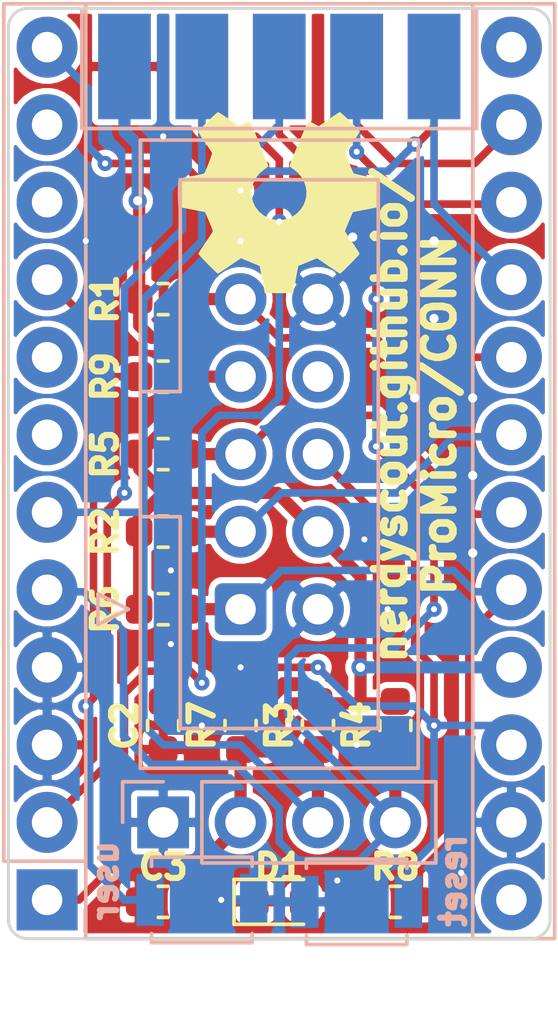
<source format=kicad_pcb>
(kicad_pcb (version 20171130) (host pcbnew 5.1.5+dfsg1-2build2)

  (general
    (thickness 0.8)
    (drawings 9)
    (tracks 229)
    (zones 0)
    (modules 19)
    (nets 18)
  )

  (page A4)
  (title_block
    (title ProMicro_CONN)
    (date 2020-10-12)
    (rev v1.3)
  )

  (layers
    (0 F.Cu mixed)
    (31 B.Cu mixed)
    (32 B.Adhes user)
    (33 F.Adhes user)
    (34 B.Paste user)
    (35 F.Paste user)
    (36 B.SilkS user)
    (37 F.SilkS user)
    (38 B.Mask user)
    (39 F.Mask user)
    (40 Dwgs.User user)
    (41 Cmts.User user)
    (42 Eco1.User user)
    (43 Eco2.User user)
    (44 Edge.Cuts user)
    (45 Margin user)
    (46 B.CrtYd user)
    (47 F.CrtYd user)
    (48 B.Fab user hide)
    (49 F.Fab user hide)
  )

  (setup
    (last_trace_width 0.25)
    (user_trace_width 0.1)
    (user_trace_width 0.2)
    (user_trace_width 0.25)
    (user_trace_width 0.4)
    (trace_clearance 0.2)
    (zone_clearance 0.125)
    (zone_45_only no)
    (trace_min 0.1)
    (via_size 0.5)
    (via_drill 0.2)
    (via_min_size 0.45)
    (via_min_drill 0.2)
    (user_via 0.45 0.2)
    (user_via 0.5 0.2)
    (user_via 0.6 0.3)
    (uvia_size 0.3)
    (uvia_drill 0.1)
    (uvias_allowed no)
    (uvia_min_size 0.2)
    (uvia_min_drill 0.1)
    (edge_width 0.05)
    (segment_width 0.2)
    (pcb_text_width 0.3)
    (pcb_text_size 1.5 1.5)
    (mod_edge_width 0.12)
    (mod_text_size 1 1)
    (mod_text_width 0.15)
    (pad_size 1.524 1.524)
    (pad_drill 0.762)
    (pad_to_mask_clearance 0)
    (aux_axis_origin 137.16 104.14)
    (grid_origin 137.16 104.14)
    (visible_elements FFFFFF7F)
    (pcbplotparams
      (layerselection 0x010fc_ffffffff)
      (usegerberextensions false)
      (usegerberattributes false)
      (usegerberadvancedattributes false)
      (creategerberjobfile false)
      (excludeedgelayer true)
      (linewidth 0.100000)
      (plotframeref false)
      (viasonmask false)
      (mode 1)
      (useauxorigin false)
      (hpglpennumber 1)
      (hpglpenspeed 20)
      (hpglpendiameter 15.000000)
      (psnegative false)
      (psa4output false)
      (plotreference true)
      (plotvalue true)
      (plotinvisibletext false)
      (padsonsilk false)
      (subtractmaskfromsilk false)
      (outputformat 1)
      (mirror false)
      (drillshape 1)
      (scaleselection 1)
      (outputdirectory ""))
  )

  (net 0 "")
  (net 1 GND)
  (net 2 +3V3)
  (net 3 "Net-(D1-Pad2)")
  (net 4 RXD)
  (net 5 TXD)
  (net 6 COPI)
  (net 7 SDA)
  (net 8 CIPO)
  (net 9 SCL)
  (net 10 SCK)
  (net 11 TDI)
  (net 12 TDO)
  (net 13 BTN)
  (net 14 TMS)
  (net 15 TCK)
  (net 16 CS1)
  (net 17 ~RST)

  (net_class Default "This is the default net class."
    (clearance 0.2)
    (trace_width 0.25)
    (via_dia 0.5)
    (via_drill 0.2)
    (uvia_dia 0.3)
    (uvia_drill 0.1)
    (add_net BTN)
    (add_net CIPO)
    (add_net COPI)
    (add_net CS1)
    (add_net "Net-(D1-Pad2)")
    (add_net RXD)
    (add_net SCK)
    (add_net SCL)
    (add_net SDA)
    (add_net TCK)
    (add_net TDI)
    (add_net TDO)
    (add_net TMS)
    (add_net TXD)
    (add_net ~RST)
  )

  (net_class Power ""
    (clearance 0.2)
    (trace_width 0.4)
    (via_dia 0.6)
    (via_drill 0.3)
    (uvia_dia 0.3)
    (uvia_drill 0.1)
    (add_net +3V3)
    (add_net GND)
  )

  (net_class small ""
    (clearance 0.2)
    (trace_width 0.2)
    (via_dia 0.5)
    (via_drill 0.2)
    (uvia_dia 0.3)
    (uvia_drill 0.1)
  )

  (net_class tiny ""
    (clearance 0.1)
    (trace_width 0.1)
    (via_dia 0.45)
    (via_drill 0.2)
    (uvia_dia 0.3)
    (uvia_drill 0.1)
  )

  (module Resistor_SMD:R_0603_1608Metric (layer F.Cu) (tedit 5B301BBD) (tstamp 5F84A97E)
    (at 148.59 98.425 90)
    (descr "Resistor SMD 0603 (1608 Metric), square (rectangular) end terminal, IPC_7351 nominal, (Body size source: http://www.tortai-tech.com/upload/download/2011102023233369053.pdf), generated with kicad-footprint-generator")
    (tags resistor)
    (path /5F850274)
    (attr smd)
    (fp_text reference R4 (at 0 -1.27 90) (layer F.SilkS)
      (effects (font (size 0.8 0.8) (thickness 0.2)))
    )
    (fp_text value 4k7 (at 0 1.43 90) (layer F.Fab)
      (effects (font (size 1 1) (thickness 0.15)))
    )
    (fp_text user %R (at 0 0 90) (layer F.Fab)
      (effects (font (size 0.4 0.4) (thickness 0.06)))
    )
    (fp_line (start 1.48 0.73) (end -1.48 0.73) (layer F.CrtYd) (width 0.05))
    (fp_line (start 1.48 -0.73) (end 1.48 0.73) (layer F.CrtYd) (width 0.05))
    (fp_line (start -1.48 -0.73) (end 1.48 -0.73) (layer F.CrtYd) (width 0.05))
    (fp_line (start -1.48 0.73) (end -1.48 -0.73) (layer F.CrtYd) (width 0.05))
    (fp_line (start -0.162779 0.51) (end 0.162779 0.51) (layer F.SilkS) (width 0.12))
    (fp_line (start -0.162779 -0.51) (end 0.162779 -0.51) (layer F.SilkS) (width 0.12))
    (fp_line (start 0.8 0.4) (end -0.8 0.4) (layer F.Fab) (width 0.1))
    (fp_line (start 0.8 -0.4) (end 0.8 0.4) (layer F.Fab) (width 0.1))
    (fp_line (start -0.8 -0.4) (end 0.8 -0.4) (layer F.Fab) (width 0.1))
    (fp_line (start -0.8 0.4) (end -0.8 -0.4) (layer F.Fab) (width 0.1))
    (pad 2 smd roundrect (at 0.7875 0 90) (size 0.875 0.95) (layers F.Cu F.Paste F.Mask) (roundrect_rratio 0.25)
      (net 2 +3V3))
    (pad 1 smd roundrect (at -0.7875 0 90) (size 0.875 0.95) (layers F.Cu F.Paste F.Mask) (roundrect_rratio 0.25)
      (net 7 SDA))
    (model ${KISYS3DMOD}/Resistor_SMD.3dshapes/R_0603_1608Metric.wrl
      (at (xyz 0 0 0))
      (scale (xyz 1 1 1))
      (rotate (xyz 0 0 0))
    )
  )

  (module Symbol:OSHW-Symbol_6.7x6mm_SilkScreen (layer F.Cu) (tedit 0) (tstamp 5F84A90D)
    (at 144.78 81.28 180)
    (descr "Open Source Hardware Symbol")
    (tags "Logo Symbol OSHW")
    (path /5E25FD05)
    (attr virtual)
    (fp_text reference LOGO1 (at 0 0) (layer F.SilkS) hide
      (effects (font (size 1 1) (thickness 0.15)))
    )
    (fp_text value Logo_Open_Hardware_Small (at 0.75 0) (layer F.Fab) hide
      (effects (font (size 1 1) (thickness 0.15)))
    )
    (fp_poly (pts (xy 0.555814 -2.531069) (xy 0.639635 -2.086445) (xy 0.94892 -1.958947) (xy 1.258206 -1.831449)
      (xy 1.629246 -2.083754) (xy 1.733157 -2.154004) (xy 1.827087 -2.216728) (xy 1.906652 -2.269062)
      (xy 1.96747 -2.308143) (xy 2.005157 -2.331107) (xy 2.015421 -2.336058) (xy 2.03391 -2.323324)
      (xy 2.07342 -2.288118) (xy 2.129522 -2.234938) (xy 2.197787 -2.168282) (xy 2.273786 -2.092646)
      (xy 2.353092 -2.012528) (xy 2.431275 -1.932426) (xy 2.503907 -1.856836) (xy 2.566559 -1.790255)
      (xy 2.614803 -1.737182) (xy 2.64421 -1.702113) (xy 2.651241 -1.690377) (xy 2.641123 -1.66874)
      (xy 2.612759 -1.621338) (xy 2.569129 -1.552807) (xy 2.513218 -1.467785) (xy 2.448006 -1.370907)
      (xy 2.410219 -1.31565) (xy 2.341343 -1.214752) (xy 2.28014 -1.123701) (xy 2.229578 -1.04703)
      (xy 2.192628 -0.989272) (xy 2.172258 -0.954957) (xy 2.169197 -0.947746) (xy 2.176136 -0.927252)
      (xy 2.195051 -0.879487) (xy 2.223087 -0.811168) (xy 2.257391 -0.729011) (xy 2.295109 -0.63973)
      (xy 2.333387 -0.550042) (xy 2.36937 -0.466662) (xy 2.400206 -0.396306) (xy 2.423039 -0.34569)
      (xy 2.435017 -0.321529) (xy 2.435724 -0.320578) (xy 2.454531 -0.315964) (xy 2.504618 -0.305672)
      (xy 2.580793 -0.290713) (xy 2.677865 -0.272099) (xy 2.790643 -0.250841) (xy 2.856442 -0.238582)
      (xy 2.97695 -0.215638) (xy 3.085797 -0.193805) (xy 3.177476 -0.174278) (xy 3.246481 -0.158252)
      (xy 3.287304 -0.146921) (xy 3.295511 -0.143326) (xy 3.303548 -0.118994) (xy 3.310033 -0.064041)
      (xy 3.31497 0.015108) (xy 3.318364 0.112026) (xy 3.320218 0.220287) (xy 3.320538 0.333465)
      (xy 3.319327 0.445135) (xy 3.31659 0.548868) (xy 3.312331 0.638241) (xy 3.306555 0.706826)
      (xy 3.299267 0.748197) (xy 3.294895 0.75681) (xy 3.268764 0.767133) (xy 3.213393 0.781892)
      (xy 3.136107 0.799352) (xy 3.04423 0.81778) (xy 3.012158 0.823741) (xy 2.857524 0.852066)
      (xy 2.735375 0.874876) (xy 2.641673 0.89308) (xy 2.572384 0.907583) (xy 2.523471 0.919292)
      (xy 2.490897 0.929115) (xy 2.470628 0.937956) (xy 2.458626 0.946724) (xy 2.456947 0.948457)
      (xy 2.440184 0.976371) (xy 2.414614 1.030695) (xy 2.382788 1.104777) (xy 2.34726 1.191965)
      (xy 2.310583 1.285608) (xy 2.275311 1.379052) (xy 2.243996 1.465647) (xy 2.219193 1.53874)
      (xy 2.203454 1.591678) (xy 2.199332 1.617811) (xy 2.199676 1.618726) (xy 2.213641 1.640086)
      (xy 2.245322 1.687084) (xy 2.291391 1.754827) (xy 2.348518 1.838423) (xy 2.413373 1.932982)
      (xy 2.431843 1.959854) (xy 2.497699 2.057275) (xy 2.55565 2.146163) (xy 2.602538 2.221412)
      (xy 2.635207 2.27792) (xy 2.6505 2.310581) (xy 2.651241 2.314593) (xy 2.638392 2.335684)
      (xy 2.602888 2.377464) (xy 2.549293 2.435445) (xy 2.482171 2.505135) (xy 2.406087 2.582045)
      (xy 2.325604 2.661683) (xy 2.245287 2.739561) (xy 2.169699 2.811186) (xy 2.103405 2.87207)
      (xy 2.050969 2.917721) (xy 2.016955 2.94365) (xy 2.007545 2.947883) (xy 1.985643 2.937912)
      (xy 1.9408 2.91102) (xy 1.880321 2.871736) (xy 1.833789 2.840117) (xy 1.749475 2.782098)
      (xy 1.649626 2.713784) (xy 1.549473 2.645579) (xy 1.495627 2.609075) (xy 1.313371 2.4858)
      (xy 1.160381 2.56852) (xy 1.090682 2.604759) (xy 1.031414 2.632926) (xy 0.991311 2.648991)
      (xy 0.981103 2.651226) (xy 0.968829 2.634722) (xy 0.944613 2.588082) (xy 0.910263 2.515609)
      (xy 0.867588 2.421606) (xy 0.818394 2.310374) (xy 0.76449 2.186215) (xy 0.707684 2.053432)
      (xy 0.649782 1.916327) (xy 0.592593 1.779202) (xy 0.537924 1.646358) (xy 0.487584 1.522098)
      (xy 0.44338 1.410725) (xy 0.407119 1.316539) (xy 0.380609 1.243844) (xy 0.365658 1.196941)
      (xy 0.363254 1.180833) (xy 0.382311 1.160286) (xy 0.424036 1.126933) (xy 0.479706 1.087702)
      (xy 0.484378 1.084599) (xy 0.628264 0.969423) (xy 0.744283 0.835053) (xy 0.83143 0.685784)
      (xy 0.888699 0.525913) (xy 0.915086 0.359737) (xy 0.909585 0.191552) (xy 0.87119 0.025655)
      (xy 0.798895 -0.133658) (xy 0.777626 -0.168513) (xy 0.666996 -0.309263) (xy 0.536302 -0.422286)
      (xy 0.390064 -0.506997) (xy 0.232808 -0.562806) (xy 0.069057 -0.589126) (xy -0.096667 -0.58537)
      (xy -0.259838 -0.55095) (xy -0.415935 -0.485277) (xy -0.560433 -0.387765) (xy -0.605131 -0.348187)
      (xy -0.718888 -0.224297) (xy -0.801782 -0.093876) (xy -0.858644 0.052315) (xy -0.890313 0.197088)
      (xy -0.898131 0.35986) (xy -0.872062 0.52344) (xy -0.814755 0.682298) (xy -0.728856 0.830906)
      (xy -0.617014 0.963735) (xy -0.481877 1.075256) (xy -0.464117 1.087011) (xy -0.40785 1.125508)
      (xy -0.365077 1.158863) (xy -0.344628 1.18016) (xy -0.344331 1.180833) (xy -0.348721 1.203871)
      (xy -0.366124 1.256157) (xy -0.394732 1.33339) (xy -0.432735 1.431268) (xy -0.478326 1.545491)
      (xy -0.529697 1.671758) (xy -0.585038 1.805767) (xy -0.642542 1.943218) (xy -0.700399 2.079808)
      (xy -0.756802 2.211237) (xy -0.809942 2.333205) (xy -0.85801 2.441409) (xy -0.899199 2.531549)
      (xy -0.931699 2.599323) (xy -0.953703 2.64043) (xy -0.962564 2.651226) (xy -0.98964 2.642819)
      (xy -1.040303 2.620272) (xy -1.105817 2.587613) (xy -1.141841 2.56852) (xy -1.294832 2.4858)
      (xy -1.477088 2.609075) (xy -1.570125 2.672228) (xy -1.671985 2.741727) (xy -1.767438 2.807165)
      (xy -1.81525 2.840117) (xy -1.882495 2.885273) (xy -1.939436 2.921057) (xy -1.978646 2.942938)
      (xy -1.991381 2.947563) (xy -2.009917 2.935085) (xy -2.050941 2.900252) (xy -2.110475 2.846678)
      (xy -2.184542 2.777983) (xy -2.269165 2.697781) (xy -2.322685 2.646286) (xy -2.416319 2.554286)
      (xy -2.497241 2.471999) (xy -2.562177 2.402945) (xy -2.607858 2.350644) (xy -2.631011 2.318616)
      (xy -2.633232 2.312116) (xy -2.622924 2.287394) (xy -2.594439 2.237405) (xy -2.550937 2.167212)
      (xy -2.495577 2.081875) (xy -2.43152 1.986456) (xy -2.413303 1.959854) (xy -2.346927 1.863167)
      (xy -2.287378 1.776117) (xy -2.237984 1.703595) (xy -2.202075 1.650493) (xy -2.182981 1.621703)
      (xy -2.181136 1.618726) (xy -2.183895 1.595782) (xy -2.198538 1.545336) (xy -2.222513 1.474041)
      (xy -2.253266 1.388547) (xy -2.288244 1.295507) (xy -2.324893 1.201574) (xy -2.360661 1.113399)
      (xy -2.392994 1.037634) (xy -2.419338 0.980931) (xy -2.437142 0.949943) (xy -2.438407 0.948457)
      (xy -2.449294 0.939601) (xy -2.467682 0.930843) (xy -2.497606 0.921277) (xy -2.543103 0.909996)
      (xy -2.608209 0.896093) (xy -2.696961 0.878663) (xy -2.813393 0.856798) (xy -2.961542 0.829591)
      (xy -2.993618 0.823741) (xy -3.088686 0.805374) (xy -3.171565 0.787405) (xy -3.23493 0.771569)
      (xy -3.271458 0.7596) (xy -3.276356 0.75681) (xy -3.284427 0.732072) (xy -3.290987 0.67679)
      (xy -3.296033 0.597389) (xy -3.299559 0.500296) (xy -3.301561 0.391938) (xy -3.302036 0.27874)
      (xy -3.300977 0.167128) (xy -3.298382 0.063529) (xy -3.294246 -0.025632) (xy -3.288563 -0.093928)
      (xy -3.281331 -0.134934) (xy -3.276971 -0.143326) (xy -3.252698 -0.151792) (xy -3.197426 -0.165565)
      (xy -3.116662 -0.18345) (xy -3.015912 -0.204252) (xy -2.900683 -0.226777) (xy -2.837902 -0.238582)
      (xy -2.718787 -0.260849) (xy -2.612565 -0.281021) (xy -2.524427 -0.298085) (xy -2.459566 -0.311031)
      (xy -2.423174 -0.318845) (xy -2.417184 -0.320578) (xy -2.407061 -0.34011) (xy -2.385662 -0.387157)
      (xy -2.355839 -0.454997) (xy -2.320445 -0.536909) (xy -2.282332 -0.626172) (xy -2.244353 -0.716065)
      (xy -2.20936 -0.799865) (xy -2.180206 -0.870853) (xy -2.159743 -0.922306) (xy -2.150823 -0.947503)
      (xy -2.150657 -0.948604) (xy -2.160769 -0.968481) (xy -2.189117 -1.014223) (xy -2.232723 -1.081283)
      (xy -2.288606 -1.165116) (xy -2.353787 -1.261174) (xy -2.391679 -1.31635) (xy -2.460725 -1.417519)
      (xy -2.52205 -1.50937) (xy -2.572663 -1.587256) (xy -2.609571 -1.646531) (xy -2.629782 -1.682549)
      (xy -2.632701 -1.690623) (xy -2.620153 -1.709416) (xy -2.585463 -1.749543) (xy -2.533063 -1.806507)
      (xy -2.467384 -1.875815) (xy -2.392856 -1.952969) (xy -2.313913 -2.033475) (xy -2.234983 -2.112837)
      (xy -2.1605 -2.18656) (xy -2.094894 -2.250148) (xy -2.042596 -2.299106) (xy -2.008039 -2.328939)
      (xy -1.996478 -2.336058) (xy -1.977654 -2.326047) (xy -1.932631 -2.297922) (xy -1.865787 -2.254546)
      (xy -1.781499 -2.198782) (xy -1.684144 -2.133494) (xy -1.610707 -2.083754) (xy -1.239667 -1.831449)
      (xy -0.621095 -2.086445) (xy -0.537275 -2.531069) (xy -0.453454 -2.975693) (xy 0.471994 -2.975693)
      (xy 0.555814 -2.531069)) (layer F.SilkS) (width 0.01))
  )

  (module Module:Sparkfun_Pro_Micro (layer B.Cu) (tedit 5F7609C8) (tstamp 5F84A7D7)
    (at 137.16 104.14)
    (descr "Sparkfun Pro Micro, https://cdn.sparkfun.com/datasheets/Dev/Arduino/Boards/Pro_Micro_v13b.pdf")
    (tags "Sparkfun Pro Micro")
    (path /5F84D072)
    (fp_text reference A1 (at 1.905 0 90) (layer F.SilkS) hide
      (effects (font (size 0.8 0.8) (thickness 0.2)) (justify mirror))
    )
    (fp_text value Sparkfun_Pro_Micro (at 8.89 -13.97 -90) (layer B.Fab)
      (effects (font (size 1 1) (thickness 0.15)) (justify mirror))
    )
    (fp_line (start 16.76 -29.46) (end -1.52 -29.46) (layer B.CrtYd) (width 0.05))
    (fp_line (start 16.76 -29.46) (end 16.76 4.06) (layer B.CrtYd) (width 0.05))
    (fp_line (start -1.52 4.06) (end -1.52 -29.46) (layer B.CrtYd) (width 0.05))
    (fp_line (start -1.52 4.06) (end 16.76 4.06) (layer B.CrtYd) (width 0.05))
    (fp_line (start 16.51 3.81) (end 16.51 -29.21) (layer B.Fab) (width 0.1))
    (fp_line (start -0.381 3.81) (end 16.51 3.81) (layer B.Fab) (width 0.1))
    (fp_line (start -0.381 3.81) (end -1.27 2.921) (layer B.Fab) (width 0.1))
    (fp_line (start -1.27 -29.21) (end -1.27 2.921) (layer B.Fab) (width 0.1))
    (fp_line (start 16.51 -29.21) (end -1.27 -29.21) (layer B.Fab) (width 0.1))
    (fp_line (start 16.66 1.27) (end 1.27 1.27) (layer B.SilkS) (width 0.12))
    (fp_line (start 16.66 -29.36) (end 16.66 1.27) (layer B.SilkS) (width 0.12))
    (fp_line (start -1.42 -29.36) (end 16.66 -29.36) (layer B.SilkS) (width 0.12))
    (fp_line (start 1.27 1.27) (end 1.27 -29.36) (layer B.SilkS) (width 0.12))
    (fp_line (start 1.27 -1.27) (end -1.42 -1.27) (layer B.SilkS) (width 0.12))
    (fp_line (start 13.97 1.27) (end 13.97 -29.36) (layer B.SilkS) (width 0.12))
    (fp_line (start -1.42 -1.27) (end -1.42 -29.36) (layer B.SilkS) (width 0.12))
    (fp_text user %R (at 6.096 -13.97 -90) (layer B.Fab)
      (effects (font (size 1 1) (thickness 0.15)) (justify mirror))
    )
    (pad 1 thru_hole rect (at 0 0) (size 2 2) (drill 1) (layers *.Cu *.Mask)
      (net 4 RXD))
    (pad 2 thru_hole oval (at 0 -2.54) (size 2 2) (drill 1) (layers *.Cu *.Mask)
      (net 5 TXD))
    (pad 3 thru_hole oval (at 0 -5.08) (size 2 2) (drill 1) (layers *.Cu *.Mask)
      (net 1 GND))
    (pad 13 thru_hole oval (at 15.24 -27.94) (size 2 2) (drill 1) (layers *.Cu *.Mask))
    (pad 4 thru_hole oval (at 0 -7.62) (size 2 2) (drill 1) (layers *.Cu *.Mask)
      (net 1 GND))
    (pad 14 thru_hole oval (at 15.24 -25.4) (size 2 2) (drill 1) (layers *.Cu *.Mask)
      (net 6 COPI))
    (pad 5 thru_hole oval (at 0 -10.16) (size 2 2) (drill 1) (layers *.Cu *.Mask)
      (net 7 SDA))
    (pad 15 thru_hole oval (at 15.24 -22.86) (size 2 2) (drill 1) (layers *.Cu *.Mask)
      (net 8 CIPO))
    (pad 6 thru_hole oval (at 0 -12.7) (size 2 2) (drill 1) (layers *.Cu *.Mask)
      (net 9 SCL))
    (pad 16 thru_hole oval (at 15.24 -20.32) (size 2 2) (drill 1) (layers *.Cu *.Mask)
      (net 10 SCK))
    (pad 7 thru_hole oval (at 0 -15.24) (size 2 2) (drill 1) (layers *.Cu *.Mask))
    (pad 17 thru_hole oval (at 15.24 -17.78) (size 2 2) (drill 1) (layers *.Cu *.Mask)
      (net 11 TDI))
    (pad 8 thru_hole oval (at 0 -17.78) (size 2 2) (drill 1) (layers *.Cu *.Mask))
    (pad 18 thru_hole oval (at 15.24 -15.24) (size 2 2) (drill 1) (layers *.Cu *.Mask)
      (net 12 TDO))
    (pad 9 thru_hole oval (at 0 -20.32) (size 2 2) (drill 1) (layers *.Cu *.Mask)
      (net 13 BTN))
    (pad 19 thru_hole oval (at 15.24 -12.7) (size 2 2) (drill 1) (layers *.Cu *.Mask)
      (net 14 TMS))
    (pad 10 thru_hole oval (at 0 -22.86) (size 2 2) (drill 1) (layers *.Cu *.Mask))
    (pad 20 thru_hole oval (at 15.24 -10.16) (size 2 2) (drill 1) (layers *.Cu *.Mask)
      (net 15 TCK))
    (pad 11 thru_hole oval (at 0 -25.4) (size 2 2) (drill 1) (layers *.Cu *.Mask))
    (pad 21 thru_hole oval (at 15.24 -7.62) (size 2 2) (drill 1) (layers *.Cu *.Mask)
      (net 2 +3V3))
    (pad 12 thru_hole oval (at 0 -27.94) (size 2 2) (drill 1) (layers *.Cu *.Mask)
      (net 16 CS1))
    (pad 22 thru_hole oval (at 15.24 -5.08) (size 2 2) (drill 1) (layers *.Cu *.Mask)
      (net 17 ~RST))
    (pad 23 thru_hole oval (at 15.24 -2.54) (size 2 2) (drill 1) (layers *.Cu *.Mask)
      (net 1 GND))
    (pad 24 thru_hole oval (at 15.24 0) (size 2 2) (drill 1) (layers *.Cu *.Mask))
    (model ${KISYS3DMOD}/Module.3dshapes/Sparkfun_Pro_Micro.wrl
      (at (xyz 0 0 0))
      (scale (xyz 1 1 1))
      (rotate (xyz 0 0 0))
    )
  )

  (module Connector_IDC:IDC-Header_2x05_P2.54mm_Vertical (layer B.Cu) (tedit 5EAC9A07) (tstamp 5EDCB5C7)
    (at 143.51 94.615)
    (descr "Through hole IDC box header, 2x05, 2.54mm pitch, DIN 41651 / IEC 60603-13, double rows, https://docs.google.com/spreadsheets/d/16SsEcesNF15N3Lb4niX7dcUr-NY5_MFPQhobNuNppn4/edit#gid=0")
    (tags "Through hole vertical IDC box header THT 2x05 2.54mm double row")
    (path /5ED4FD9C)
    (fp_text reference J1 (at 1.27 6.1) (layer B.SilkS) hide
      (effects (font (size 1 1) (thickness 0.15)) (justify mirror))
    )
    (fp_text value AVR-JTAG-10 (at 1.27 -16.26) (layer B.Fab) hide
      (effects (font (size 0.8 0.8) (thickness 0.2)) (justify mirror))
    )
    (fp_text user %R (at -4.445 -2.54 90) (layer B.Fab)
      (effects (font (size 0.8 0.8) (thickness 0.2)) (justify mirror))
    )
    (fp_line (start 6.22 5.6) (end -3.68 5.6) (layer B.CrtYd) (width 0.05))
    (fp_line (start 6.22 -15.76) (end 6.22 5.6) (layer B.CrtYd) (width 0.05))
    (fp_line (start -3.68 -15.76) (end 6.22 -15.76) (layer B.CrtYd) (width 0.05))
    (fp_line (start -3.68 5.6) (end -3.68 -15.76) (layer B.CrtYd) (width 0.05))
    (fp_line (start -4.68 -0.5) (end -3.68 0) (layer B.SilkS) (width 0.12))
    (fp_line (start -4.68 0.5) (end -4.68 -0.5) (layer B.SilkS) (width 0.12))
    (fp_line (start -3.68 0) (end -4.68 0.5) (layer B.SilkS) (width 0.12))
    (fp_line (start -1.98 -7.13) (end -3.29 -7.13) (layer B.SilkS) (width 0.12))
    (fp_line (start -1.98 -7.13) (end -1.98 -7.13) (layer B.SilkS) (width 0.12))
    (fp_line (start -1.98 -14.07) (end -1.98 -7.13) (layer B.SilkS) (width 0.12))
    (fp_line (start 4.52 -14.07) (end -1.98 -14.07) (layer B.SilkS) (width 0.12))
    (fp_line (start 4.52 3.91) (end 4.52 -14.07) (layer B.SilkS) (width 0.12))
    (fp_line (start -1.98 3.91) (end 4.52 3.91) (layer B.SilkS) (width 0.12))
    (fp_line (start -1.98 -3.03) (end -1.98 3.91) (layer B.SilkS) (width 0.12))
    (fp_line (start -3.29 -3.03) (end -1.98 -3.03) (layer B.SilkS) (width 0.12))
    (fp_line (start -3.29 -15.37) (end -3.29 5.21) (layer B.SilkS) (width 0.12))
    (fp_line (start 5.83 -15.37) (end -3.29 -15.37) (layer B.SilkS) (width 0.12))
    (fp_line (start 5.83 5.21) (end 5.83 -15.37) (layer B.SilkS) (width 0.12))
    (fp_line (start -3.29 5.21) (end 5.83 5.21) (layer B.SilkS) (width 0.12))
    (fp_line (start -1.98 -7.13) (end -3.18 -7.13) (layer B.Fab) (width 0.1))
    (fp_line (start -1.98 -7.13) (end -1.98 -7.13) (layer B.Fab) (width 0.1))
    (fp_line (start -1.98 -14.07) (end -1.98 -7.13) (layer B.Fab) (width 0.1))
    (fp_line (start 4.52 -14.07) (end -1.98 -14.07) (layer B.Fab) (width 0.1))
    (fp_line (start 4.52 3.91) (end 4.52 -14.07) (layer B.Fab) (width 0.1))
    (fp_line (start -1.98 3.91) (end 4.52 3.91) (layer B.Fab) (width 0.1))
    (fp_line (start -1.98 -3.03) (end -1.98 3.91) (layer B.Fab) (width 0.1))
    (fp_line (start -3.18 -3.03) (end -1.98 -3.03) (layer B.Fab) (width 0.1))
    (fp_line (start -3.18 -15.26) (end -3.18 4.1) (layer B.Fab) (width 0.1))
    (fp_line (start 5.72 -15.26) (end -3.18 -15.26) (layer B.Fab) (width 0.1))
    (fp_line (start 5.72 5.1) (end 5.72 -15.26) (layer B.Fab) (width 0.1))
    (fp_line (start -2.18 5.1) (end 5.72 5.1) (layer B.Fab) (width 0.1))
    (fp_line (start -3.18 4.1) (end -2.18 5.1) (layer B.Fab) (width 0.1))
    (pad 10 thru_hole circle (at 2.54 -10.16) (size 1.7 1.7) (drill 1) (layers *.Cu *.Mask)
      (net 1 GND))
    (pad 8 thru_hole circle (at 2.54 -7.62) (size 1.7 1.7) (drill 1) (layers *.Cu *.Mask))
    (pad 6 thru_hole circle (at 2.54 -5.08) (size 1.7 1.7) (drill 1) (layers *.Cu *.Mask)
      (net 17 ~RST))
    (pad 4 thru_hole circle (at 2.54 -2.54) (size 1.7 1.7) (drill 1) (layers *.Cu *.Mask)
      (net 2 +3V3))
    (pad 2 thru_hole circle (at 2.54 0) (size 1.7 1.7) (drill 1) (layers *.Cu *.Mask)
      (net 1 GND))
    (pad 9 thru_hole circle (at 0 -10.16) (size 1.7 1.7) (drill 1) (layers *.Cu *.Mask)
      (net 11 TDI))
    (pad 7 thru_hole circle (at 0 -7.62) (size 1.7 1.7) (drill 1) (layers *.Cu *.Mask)
      (net 2 +3V3))
    (pad 5 thru_hole circle (at 0 -5.08) (size 1.7 1.7) (drill 1) (layers *.Cu *.Mask)
      (net 14 TMS))
    (pad 3 thru_hole circle (at 0 -2.54) (size 1.7 1.7) (drill 1) (layers *.Cu *.Mask)
      (net 12 TDO))
    (pad 1 thru_hole roundrect (at 0 0) (size 1.7 1.7) (drill 1) (layers *.Cu *.Mask) (roundrect_rratio 0.147059)
      (net 15 TCK))
    (model ${KISYS3DMOD}/Connector_IDC.3dshapes/IDC-Header_2x05_P2.54mm_Vertical.wrl
      (at (xyz 0 0 0))
      (scale (xyz 1 1 1))
      (rotate (xyz 0 0 0))
    )
  )

  (module Button_Switch_SMD:SW_SPST_B3U-1000P (layer B.Cu) (tedit 5A02FC95) (tstamp 5EB220F1)
    (at 142.24 104.14 180)
    (descr "Ultra-small-sized Tactile Switch with High Contact Reliability, Top-actuated Model, without Ground Terminal, without Boss")
    (tags "Tactile Switch")
    (path /5EB6A0B6)
    (attr smd)
    (fp_text reference SW2 (at 3.175 0 90) (layer B.SilkS) hide
      (effects (font (size 0.8 0.8) (thickness 0.2)) (justify mirror))
    )
    (fp_text value user (at 3.175 0.635 90) (layer B.SilkS)
      (effects (font (size 0.8 0.8) (thickness 0.2)) (justify mirror))
    )
    (fp_circle (center 0 0) (end 0.75 0) (layer B.Fab) (width 0.1))
    (fp_line (start -1.5 -1.25) (end -1.5 1.25) (layer B.Fab) (width 0.1))
    (fp_line (start 1.5 -1.25) (end -1.5 -1.25) (layer B.Fab) (width 0.1))
    (fp_line (start 1.5 1.25) (end 1.5 -1.25) (layer B.Fab) (width 0.1))
    (fp_line (start -1.5 1.25) (end 1.5 1.25) (layer B.Fab) (width 0.1))
    (fp_line (start 1.65 1.4) (end 1.65 1.1) (layer B.SilkS) (width 0.12))
    (fp_line (start -1.65 1.4) (end 1.65 1.4) (layer B.SilkS) (width 0.12))
    (fp_line (start -1.65 1.1) (end -1.65 1.4) (layer B.SilkS) (width 0.12))
    (fp_line (start 1.65 -1.4) (end 1.65 -1.1) (layer B.SilkS) (width 0.12))
    (fp_line (start -1.65 -1.4) (end 1.65 -1.4) (layer B.SilkS) (width 0.12))
    (fp_line (start -1.65 -1.1) (end -1.65 -1.4) (layer B.SilkS) (width 0.12))
    (fp_line (start -2.4 1.65) (end -2.4 -1.65) (layer B.CrtYd) (width 0.05))
    (fp_line (start 2.4 1.65) (end -2.4 1.65) (layer B.CrtYd) (width 0.05))
    (fp_line (start 2.4 -1.65) (end 2.4 1.65) (layer B.CrtYd) (width 0.05))
    (fp_line (start -2.4 -1.65) (end 2.4 -1.65) (layer B.CrtYd) (width 0.05))
    (fp_text user %R (at 3.175 0 90) (layer B.Fab)
      (effects (font (size 0.8 0.8) (thickness 0.2)) (justify mirror))
    )
    (pad 2 smd rect (at 1.7 0 180) (size 0.9 1.7) (layers B.Cu B.Paste B.Mask)
      (net 13 BTN))
    (pad 1 smd rect (at -1.7 0 180) (size 0.9 1.7) (layers B.Cu B.Paste B.Mask)
      (net 1 GND))
    (model ${KISYS3DMOD}/Button_Switch_SMD.3dshapes/SW_SPST_B3U-1000P.wrl
      (at (xyz 0 0 0))
      (scale (xyz 1 1 1))
      (rotate (xyz 0 0 0))
    )
  )

  (module Resistor_SMD:R_0603_1608Metric (layer F.Cu) (tedit 5B301BBD) (tstamp 5EB237CF)
    (at 140.97 86.995)
    (descr "Resistor SMD 0603 (1608 Metric), square (rectangular) end terminal, IPC_7351 nominal, (Body size source: http://www.tortai-tech.com/upload/download/2011102023233369053.pdf), generated with kicad-footprint-generator")
    (tags resistor)
    (path /5EB6D260)
    (attr smd)
    (fp_text reference R9 (at -1.905 0 90) (layer F.SilkS)
      (effects (font (size 0.8 0.8) (thickness 0.2)))
    )
    (fp_text value 4k7 (at 0 1.43) (layer F.Fab) hide
      (effects (font (size 1 1) (thickness 0.15)))
    )
    (fp_text user %R (at 0 0) (layer F.Fab)
      (effects (font (size 0.4 0.4) (thickness 0.06)))
    )
    (fp_line (start 1.48 0.73) (end -1.48 0.73) (layer F.CrtYd) (width 0.05))
    (fp_line (start 1.48 -0.73) (end 1.48 0.73) (layer F.CrtYd) (width 0.05))
    (fp_line (start -1.48 -0.73) (end 1.48 -0.73) (layer F.CrtYd) (width 0.05))
    (fp_line (start -1.48 0.73) (end -1.48 -0.73) (layer F.CrtYd) (width 0.05))
    (fp_line (start -0.162779 0.51) (end 0.162779 0.51) (layer F.SilkS) (width 0.12))
    (fp_line (start -0.162779 -0.51) (end 0.162779 -0.51) (layer F.SilkS) (width 0.12))
    (fp_line (start 0.8 0.4) (end -0.8 0.4) (layer F.Fab) (width 0.1))
    (fp_line (start 0.8 -0.4) (end 0.8 0.4) (layer F.Fab) (width 0.1))
    (fp_line (start -0.8 -0.4) (end 0.8 -0.4) (layer F.Fab) (width 0.1))
    (fp_line (start -0.8 0.4) (end -0.8 -0.4) (layer F.Fab) (width 0.1))
    (pad 2 smd roundrect (at 0.7875 0) (size 0.875 0.95) (layers F.Cu F.Paste F.Mask) (roundrect_rratio 0.25)
      (net 2 +3V3))
    (pad 1 smd roundrect (at -0.7875 0) (size 0.875 0.95) (layers F.Cu F.Paste F.Mask) (roundrect_rratio 0.25)
      (net 13 BTN))
    (model ${KISYS3DMOD}/Resistor_SMD.3dshapes/R_0603_1608Metric.wrl
      (at (xyz 0 0 0))
      (scale (xyz 1 1 1))
      (rotate (xyz 0 0 0))
    )
  )

  (module Connector_PCBEdge:UEXT (layer B.Cu) (tedit 5E5C06BF) (tstamp 5E5C61BC)
    (at 144.78 76.835 270)
    (descr "UEXT PCB Edge Connector 2x05, 2.54mm pitch")
    (tags UEXT)
    (path /5E1FAEAC)
    (attr smd)
    (fp_text reference J2 (at 3.175 5.715 270) (layer B.SilkS) hide
      (effects (font (size 0.8 0.8) (thickness 0.2)) (justify mirror))
    )
    (fp_text value UEXT_Host (at 0 0) (layer B.Fab) hide
      (effects (font (size 1 1) (thickness 0.15)) (justify mirror))
    )
    (fp_text user %R (at 0 0) (layer B.Fab) hide
      (effects (font (size 1 1) (thickness 0.15)) (justify mirror))
    )
    (fp_line (start 1.905 6.35) (end 1.905 -6.35) (layer B.Fab) (width 0.1))
    (fp_line (start -1.905 6.35) (end -1.905 -6.35) (layer B.Fab) (width 0.1))
    (fp_line (start 1.905 6.35) (end -1.905 6.35) (layer B.Fab) (width 0.1))
    (fp_line (start 1.905 -6.35) (end -1.905 -6.35) (layer B.Fab) (width 0.1))
    (fp_line (start 2.159 6.58) (end 2.159 -6.604) (layer B.CrtYd) (width 0.05))
    (fp_line (start 2.159 -6.604) (end -2.032 -6.604) (layer B.CrtYd) (width 0.05))
    (fp_line (start -2.032 -6.604) (end -2.032 6.58) (layer B.CrtYd) (width 0.05))
    (fp_line (start -2.032 6.58) (end 2.159 6.58) (layer B.CrtYd) (width 0.05))
    (fp_line (start 2.032 6.477) (end 2.032 -6.477) (layer B.SilkS) (width 0.12))
    (fp_line (start 2.032 -6.477) (end -1.905 -6.477) (layer B.SilkS) (width 0.12))
    (fp_line (start -1.905 6.48) (end 2.032 6.48) (layer B.SilkS) (width 0.12))
    (pad 7 smd rect (at 0 -2.54 270) (size 3.4544 1.7272) (layers B.Cu B.Mask)
      (net 8 CIPO))
    (pad 8 smd rect (at 0 -2.54 270) (size 3.4544 1.7272) (layers F.Cu F.Mask)
      (net 6 COPI))
    (pad 9 smd rect (at 0 -5.08 270) (size 3.4544 1.7272) (layers B.Cu B.Mask)
      (net 10 SCK))
    (pad 10 smd rect (at 0 -5.08 270) (size 3.4544 1.7272) (layers F.Cu F.Mask)
      (net 16 CS1))
    (pad 6 smd rect (at 0 0 270) (size 3.4544 1.7272) (layers F.Cu F.Mask)
      (net 7 SDA))
    (pad 5 smd rect (at 0 0 270) (size 3.4544 1.7272) (layers B.Cu B.Mask)
      (net 9 SCL))
    (pad 4 smd rect (at 0 2.54 270) (size 3.4544 1.7272) (layers F.Cu F.Mask)
      (net 4 RXD))
    (pad 3 smd rect (at 0 2.54 270) (size 3.4544 1.7272) (layers B.Cu B.Mask)
      (net 5 TXD))
    (pad 2 smd rect (at 0 5.08 270) (size 3.4544 1.7272) (layers F.Cu F.Mask)
      (net 1 GND))
    (pad 1 smd rect (at 0 5.08 270) (size 3.4544 1.7272) (layers B.Cu B.Mask)
      (net 2 +3V3))
    (model ${KISYS3DMOD}/Connector_PCBEdge.3dshapes/ISP.wrl
      (at (xyz 0 0 0))
      (scale (xyz 1 1 1))
      (rotate (xyz 0 0 0))
    )
  )

  (module Resistor_SMD:R_0603_1608Metric (layer F.Cu) (tedit 5B301BBD) (tstamp 5E40452E)
    (at 148.59 104.203452)
    (descr "Resistor SMD 0603 (1608 Metric), square (rectangular) end terminal, IPC_7351 nominal, (Body size source: http://www.tortai-tech.com/upload/download/2011102023233369053.pdf), generated with kicad-footprint-generator")
    (tags resistor)
    (path /5E2AE315)
    (attr smd)
    (fp_text reference R8 (at 0 -1.143 -180) (layer F.SilkS)
      (effects (font (size 0.8 0.8) (thickness 0.2)))
    )
    (fp_text value 1k (at 0 -0.063452) (layer F.Fab) hide
      (effects (font (size 1 1) (thickness 0.15)))
    )
    (fp_line (start -0.8 0.4) (end -0.8 -0.4) (layer F.Fab) (width 0.1))
    (fp_line (start -0.8 -0.4) (end 0.8 -0.4) (layer F.Fab) (width 0.1))
    (fp_line (start 0.8 -0.4) (end 0.8 0.4) (layer F.Fab) (width 0.1))
    (fp_line (start 0.8 0.4) (end -0.8 0.4) (layer F.Fab) (width 0.1))
    (fp_line (start -0.162779 -0.51) (end 0.162779 -0.51) (layer F.SilkS) (width 0.12))
    (fp_line (start -0.162779 0.51) (end 0.162779 0.51) (layer F.SilkS) (width 0.12))
    (fp_line (start -1.48 0.73) (end -1.48 -0.73) (layer F.CrtYd) (width 0.05))
    (fp_line (start -1.48 -0.73) (end 1.48 -0.73) (layer F.CrtYd) (width 0.05))
    (fp_line (start 1.48 -0.73) (end 1.48 0.73) (layer F.CrtYd) (width 0.05))
    (fp_line (start 1.48 0.73) (end -1.48 0.73) (layer F.CrtYd) (width 0.05))
    (fp_text user %R (at 0 0) (layer F.Fab)
      (effects (font (size 0.4 0.4) (thickness 0.06)))
    )
    (pad 2 smd roundrect (at 0.7875 0) (size 0.875 0.95) (layers F.Cu F.Paste F.Mask) (roundrect_rratio 0.25)
      (net 15 TCK))
    (pad 1 smd roundrect (at -0.7875 0) (size 0.875 0.95) (layers F.Cu F.Paste F.Mask) (roundrect_rratio 0.25)
      (net 3 "Net-(D1-Pad2)"))
    (model ${KISYS3DMOD}/Resistor_SMD.3dshapes/R_0603_1608Metric.wrl
      (at (xyz 0 0 0))
      (scale (xyz 1 1 1))
      (rotate (xyz 0 0 0))
    )
  )

  (module Resistor_SMD:R_0603_1608Metric (layer F.Cu) (tedit 5B301BBD) (tstamp 5E4044FE)
    (at 143.51 98.425 270)
    (descr "Resistor SMD 0603 (1608 Metric), square (rectangular) end terminal, IPC_7351 nominal, (Body size source: http://www.tortai-tech.com/upload/download/2011102023233369053.pdf), generated with kicad-footprint-generator")
    (tags resistor)
    (path /5E2A75B9)
    (attr smd)
    (fp_text reference R7 (at 0 1.27 270) (layer F.SilkS)
      (effects (font (size 0.8 0.8) (thickness 0.2)))
    )
    (fp_text value 4k7 (at 0 0 270) (layer F.Fab) hide
      (effects (font (size 1 1) (thickness 0.15)))
    )
    (fp_line (start -0.8 0.4) (end -0.8 -0.4) (layer F.Fab) (width 0.1))
    (fp_line (start -0.8 -0.4) (end 0.8 -0.4) (layer F.Fab) (width 0.1))
    (fp_line (start 0.8 -0.4) (end 0.8 0.4) (layer F.Fab) (width 0.1))
    (fp_line (start 0.8 0.4) (end -0.8 0.4) (layer F.Fab) (width 0.1))
    (fp_line (start -0.162779 -0.51) (end 0.162779 -0.51) (layer F.SilkS) (width 0.12))
    (fp_line (start -0.162779 0.51) (end 0.162779 0.51) (layer F.SilkS) (width 0.12))
    (fp_line (start -1.48 0.73) (end -1.48 -0.73) (layer F.CrtYd) (width 0.05))
    (fp_line (start -1.48 -0.73) (end 1.48 -0.73) (layer F.CrtYd) (width 0.05))
    (fp_line (start 1.48 -0.73) (end 1.48 0.73) (layer F.CrtYd) (width 0.05))
    (fp_line (start 1.48 0.73) (end -1.48 0.73) (layer F.CrtYd) (width 0.05))
    (fp_text user %R (at 0 0 270) (layer F.Fab)
      (effects (font (size 0.4 0.4) (thickness 0.06)))
    )
    (pad 2 smd roundrect (at 0.7875 0 270) (size 0.875 0.95) (layers F.Cu F.Paste F.Mask) (roundrect_rratio 0.25)
      (net 2 +3V3))
    (pad 1 smd roundrect (at -0.7875 0 270) (size 0.875 0.95) (layers F.Cu F.Paste F.Mask) (roundrect_rratio 0.25)
      (net 17 ~RST))
    (model ${KISYS3DMOD}/Resistor_SMD.3dshapes/R_0603_1608Metric.wrl
      (at (xyz 0 0 0))
      (scale (xyz 1 1 1))
      (rotate (xyz 0 0 0))
    )
  )

  (module Resistor_SMD:R_0603_1608Metric (layer F.Cu) (tedit 5B301BBD) (tstamp 5E4044CE)
    (at 140.97 94.615 180)
    (descr "Resistor SMD 0603 (1608 Metric), square (rectangular) end terminal, IPC_7351 nominal, (Body size source: http://www.tortai-tech.com/upload/download/2011102023233369053.pdf), generated with kicad-footprint-generator")
    (tags resistor)
    (path /5E29F2C0)
    (attr smd)
    (fp_text reference R6 (at 1.905 0 90) (layer F.SilkS)
      (effects (font (size 0.8 0.8) (thickness 0.2)))
    )
    (fp_text value 4k7 (at 0 0) (layer F.Fab) hide
      (effects (font (size 1 1) (thickness 0.15)))
    )
    (fp_line (start -0.8 0.4) (end -0.8 -0.4) (layer F.Fab) (width 0.1))
    (fp_line (start -0.8 -0.4) (end 0.8 -0.4) (layer F.Fab) (width 0.1))
    (fp_line (start 0.8 -0.4) (end 0.8 0.4) (layer F.Fab) (width 0.1))
    (fp_line (start 0.8 0.4) (end -0.8 0.4) (layer F.Fab) (width 0.1))
    (fp_line (start -0.162779 -0.51) (end 0.162779 -0.51) (layer F.SilkS) (width 0.12))
    (fp_line (start -0.162779 0.51) (end 0.162779 0.51) (layer F.SilkS) (width 0.12))
    (fp_line (start -1.48 0.73) (end -1.48 -0.73) (layer F.CrtYd) (width 0.05))
    (fp_line (start -1.48 -0.73) (end 1.48 -0.73) (layer F.CrtYd) (width 0.05))
    (fp_line (start 1.48 -0.73) (end 1.48 0.73) (layer F.CrtYd) (width 0.05))
    (fp_line (start 1.48 0.73) (end -1.48 0.73) (layer F.CrtYd) (width 0.05))
    (fp_text user %R (at 0 0) (layer F.Fab)
      (effects (font (size 0.4 0.4) (thickness 0.06)))
    )
    (pad 2 smd roundrect (at 0.7875 0 180) (size 0.875 0.95) (layers F.Cu F.Paste F.Mask) (roundrect_rratio 0.25)
      (net 2 +3V3))
    (pad 1 smd roundrect (at -0.7875 0 180) (size 0.875 0.95) (layers F.Cu F.Paste F.Mask) (roundrect_rratio 0.25)
      (net 15 TCK))
    (model ${KISYS3DMOD}/Resistor_SMD.3dshapes/R_0603_1608Metric.wrl
      (at (xyz 0 0 0))
      (scale (xyz 1 1 1))
      (rotate (xyz 0 0 0))
    )
  )

  (module Resistor_SMD:R_0603_1608Metric (layer F.Cu) (tedit 5B301BBD) (tstamp 5E40446E)
    (at 140.97 89.535 180)
    (descr "Resistor SMD 0603 (1608 Metric), square (rectangular) end terminal, IPC_7351 nominal, (Body size source: http://www.tortai-tech.com/upload/download/2011102023233369053.pdf), generated with kicad-footprint-generator")
    (tags resistor)
    (path /5E2A35AB)
    (attr smd)
    (fp_text reference R5 (at 1.905 0 90) (layer F.SilkS)
      (effects (font (size 0.8 0.8) (thickness 0.2)))
    )
    (fp_text value 4k7 (at 0 0) (layer F.Fab) hide
      (effects (font (size 1 1) (thickness 0.15)))
    )
    (fp_line (start -0.8 0.4) (end -0.8 -0.4) (layer F.Fab) (width 0.1))
    (fp_line (start -0.8 -0.4) (end 0.8 -0.4) (layer F.Fab) (width 0.1))
    (fp_line (start 0.8 -0.4) (end 0.8 0.4) (layer F.Fab) (width 0.1))
    (fp_line (start 0.8 0.4) (end -0.8 0.4) (layer F.Fab) (width 0.1))
    (fp_line (start -0.162779 -0.51) (end 0.162779 -0.51) (layer F.SilkS) (width 0.12))
    (fp_line (start -0.162779 0.51) (end 0.162779 0.51) (layer F.SilkS) (width 0.12))
    (fp_line (start -1.48 0.73) (end -1.48 -0.73) (layer F.CrtYd) (width 0.05))
    (fp_line (start -1.48 -0.73) (end 1.48 -0.73) (layer F.CrtYd) (width 0.05))
    (fp_line (start 1.48 -0.73) (end 1.48 0.73) (layer F.CrtYd) (width 0.05))
    (fp_line (start 1.48 0.73) (end -1.48 0.73) (layer F.CrtYd) (width 0.05))
    (fp_text user %R (at 0 0) (layer F.Fab)
      (effects (font (size 0.4 0.4) (thickness 0.06)))
    )
    (pad 2 smd roundrect (at 0.7875 0 180) (size 0.875 0.95) (layers F.Cu F.Paste F.Mask) (roundrect_rratio 0.25)
      (net 2 +3V3))
    (pad 1 smd roundrect (at -0.7875 0 180) (size 0.875 0.95) (layers F.Cu F.Paste F.Mask) (roundrect_rratio 0.25)
      (net 14 TMS))
    (model ${KISYS3DMOD}/Resistor_SMD.3dshapes/R_0603_1608Metric.wrl
      (at (xyz 0 0 0))
      (scale (xyz 1 1 1))
      (rotate (xyz 0 0 0))
    )
  )

  (module Resistor_SMD:R_0603_1608Metric (layer F.Cu) (tedit 5B301BBD) (tstamp 5E4043DB)
    (at 146.05 98.425 90)
    (descr "Resistor SMD 0603 (1608 Metric), square (rectangular) end terminal, IPC_7351 nominal, (Body size source: http://www.tortai-tech.com/upload/download/2011102023233369053.pdf), generated with kicad-footprint-generator")
    (tags resistor)
    (path /5E1CDFEB)
    (attr smd)
    (fp_text reference R3 (at 0 -1.27 90) (layer F.SilkS)
      (effects (font (size 0.8 0.8) (thickness 0.2)))
    )
    (fp_text value 4k7 (at 0 0 -90) (layer F.Fab) hide
      (effects (font (size 1 1) (thickness 0.15)))
    )
    (fp_line (start -0.8 0.4) (end -0.8 -0.4) (layer F.Fab) (width 0.1))
    (fp_line (start -0.8 -0.4) (end 0.8 -0.4) (layer F.Fab) (width 0.1))
    (fp_line (start 0.8 -0.4) (end 0.8 0.4) (layer F.Fab) (width 0.1))
    (fp_line (start 0.8 0.4) (end -0.8 0.4) (layer F.Fab) (width 0.1))
    (fp_line (start -0.162779 -0.51) (end 0.162779 -0.51) (layer F.SilkS) (width 0.12))
    (fp_line (start -0.162779 0.51) (end 0.162779 0.51) (layer F.SilkS) (width 0.12))
    (fp_line (start -1.48 0.73) (end -1.48 -0.73) (layer F.CrtYd) (width 0.05))
    (fp_line (start -1.48 -0.73) (end 1.48 -0.73) (layer F.CrtYd) (width 0.05))
    (fp_line (start 1.48 -0.73) (end 1.48 0.73) (layer F.CrtYd) (width 0.05))
    (fp_line (start 1.48 0.73) (end -1.48 0.73) (layer F.CrtYd) (width 0.05))
    (fp_text user %R (at 0 0 -90) (layer F.Fab)
      (effects (font (size 0.4 0.4) (thickness 0.06)))
    )
    (pad 2 smd roundrect (at 0.7875 0 90) (size 0.875 0.95) (layers F.Cu F.Paste F.Mask) (roundrect_rratio 0.25)
      (net 2 +3V3))
    (pad 1 smd roundrect (at -0.7875 0 90) (size 0.875 0.95) (layers F.Cu F.Paste F.Mask) (roundrect_rratio 0.25)
      (net 9 SCL))
    (model ${KISYS3DMOD}/Resistor_SMD.3dshapes/R_0603_1608Metric.wrl
      (at (xyz 0 0 0))
      (scale (xyz 1 1 1))
      (rotate (xyz 0 0 0))
    )
  )

  (module Resistor_SMD:R_0603_1608Metric (layer F.Cu) (tedit 5B301BBD) (tstamp 5E40477A)
    (at 140.97 92.075 180)
    (descr "Resistor SMD 0603 (1608 Metric), square (rectangular) end terminal, IPC_7351 nominal, (Body size source: http://www.tortai-tech.com/upload/download/2011102023233369053.pdf), generated with kicad-footprint-generator")
    (tags resistor)
    (path /5E2A4420)
    (attr smd)
    (fp_text reference R2 (at 1.905 0 90) (layer F.SilkS)
      (effects (font (size 0.8 0.8) (thickness 0.2)))
    )
    (fp_text value 4k7 (at 0 0) (layer F.Fab) hide
      (effects (font (size 1 1) (thickness 0.15)))
    )
    (fp_line (start -0.8 0.4) (end -0.8 -0.4) (layer F.Fab) (width 0.1))
    (fp_line (start -0.8 -0.4) (end 0.8 -0.4) (layer F.Fab) (width 0.1))
    (fp_line (start 0.8 -0.4) (end 0.8 0.4) (layer F.Fab) (width 0.1))
    (fp_line (start 0.8 0.4) (end -0.8 0.4) (layer F.Fab) (width 0.1))
    (fp_line (start -0.162779 -0.51) (end 0.162779 -0.51) (layer F.SilkS) (width 0.12))
    (fp_line (start -0.162779 0.51) (end 0.162779 0.51) (layer F.SilkS) (width 0.12))
    (fp_line (start -1.48 0.73) (end -1.48 -0.73) (layer F.CrtYd) (width 0.05))
    (fp_line (start -1.48 -0.73) (end 1.48 -0.73) (layer F.CrtYd) (width 0.05))
    (fp_line (start 1.48 -0.73) (end 1.48 0.73) (layer F.CrtYd) (width 0.05))
    (fp_line (start 1.48 0.73) (end -1.48 0.73) (layer F.CrtYd) (width 0.05))
    (fp_text user %R (at 0 0) (layer F.Fab)
      (effects (font (size 0.4 0.4) (thickness 0.06)))
    )
    (pad 2 smd roundrect (at 0.7875 0 180) (size 0.875 0.95) (layers F.Cu F.Paste F.Mask) (roundrect_rratio 0.25)
      (net 2 +3V3))
    (pad 1 smd roundrect (at -0.7875 0 180) (size 0.875 0.95) (layers F.Cu F.Paste F.Mask) (roundrect_rratio 0.25)
      (net 12 TDO))
    (model ${KISYS3DMOD}/Resistor_SMD.3dshapes/R_0603_1608Metric.wrl
      (at (xyz 0 0 0))
      (scale (xyz 1 1 1))
      (rotate (xyz 0 0 0))
    )
  )

  (module Resistor_SMD:R_0603_1608Metric (layer F.Cu) (tedit 5B301BBD) (tstamp 5E5C13AB)
    (at 140.97 84.455 180)
    (descr "Resistor SMD 0603 (1608 Metric), square (rectangular) end terminal, IPC_7351 nominal, (Body size source: http://www.tortai-tech.com/upload/download/2011102023233369053.pdf), generated with kicad-footprint-generator")
    (tags resistor)
    (path /5E2A4BF5)
    (attr smd)
    (fp_text reference R1 (at 1.905 0 90) (layer F.SilkS)
      (effects (font (size 0.8 0.8) (thickness 0.2)))
    )
    (fp_text value 4k7 (at 0 0) (layer F.Fab) hide
      (effects (font (size 1 1) (thickness 0.15)))
    )
    (fp_line (start -0.8 0.4) (end -0.8 -0.4) (layer F.Fab) (width 0.1))
    (fp_line (start -0.8 -0.4) (end 0.8 -0.4) (layer F.Fab) (width 0.1))
    (fp_line (start 0.8 -0.4) (end 0.8 0.4) (layer F.Fab) (width 0.1))
    (fp_line (start 0.8 0.4) (end -0.8 0.4) (layer F.Fab) (width 0.1))
    (fp_line (start -0.162779 -0.51) (end 0.162779 -0.51) (layer F.SilkS) (width 0.12))
    (fp_line (start -0.162779 0.51) (end 0.162779 0.51) (layer F.SilkS) (width 0.12))
    (fp_line (start -1.48 0.73) (end -1.48 -0.73) (layer F.CrtYd) (width 0.05))
    (fp_line (start -1.48 -0.73) (end 1.48 -0.73) (layer F.CrtYd) (width 0.05))
    (fp_line (start 1.48 -0.73) (end 1.48 0.73) (layer F.CrtYd) (width 0.05))
    (fp_line (start 1.48 0.73) (end -1.48 0.73) (layer F.CrtYd) (width 0.05))
    (fp_text user %R (at 0 0) (layer F.Fab)
      (effects (font (size 0.4 0.4) (thickness 0.06)))
    )
    (pad 2 smd roundrect (at 0.7875 0 180) (size 0.875 0.95) (layers F.Cu F.Paste F.Mask) (roundrect_rratio 0.25)
      (net 2 +3V3))
    (pad 1 smd roundrect (at -0.7875 0 180) (size 0.875 0.95) (layers F.Cu F.Paste F.Mask) (roundrect_rratio 0.25)
      (net 11 TDI))
    (model ${KISYS3DMOD}/Resistor_SMD.3dshapes/R_0603_1608Metric.wrl
      (at (xyz 0 0 0))
      (scale (xyz 1 1 1))
      (rotate (xyz 0 0 0))
    )
  )

  (module Capacitor_SMD:C_0603_1608Metric (layer F.Cu) (tedit 5B301BBE) (tstamp 5E40443E)
    (at 140.97 104.203452 180)
    (descr "Capacitor SMD 0603 (1608 Metric), square (rectangular) end terminal, IPC_7351 nominal, (Body size source: http://www.tortai-tech.com/upload/download/2011102023233369053.pdf), generated with kicad-footprint-generator")
    (tags capacitor)
    (path /5E29820A)
    (attr smd)
    (fp_text reference C3 (at 0 1.143 180) (layer F.SilkS)
      (effects (font (size 0.8 0.8) (thickness 0.2)))
    )
    (fp_text value 100n (at 0 0.063452) (layer F.Fab) hide
      (effects (font (size 1 1) (thickness 0.15)))
    )
    (fp_line (start -0.8 0.4) (end -0.8 -0.4) (layer F.Fab) (width 0.1))
    (fp_line (start -0.8 -0.4) (end 0.8 -0.4) (layer F.Fab) (width 0.1))
    (fp_line (start 0.8 -0.4) (end 0.8 0.4) (layer F.Fab) (width 0.1))
    (fp_line (start 0.8 0.4) (end -0.8 0.4) (layer F.Fab) (width 0.1))
    (fp_line (start -0.162779 -0.51) (end 0.162779 -0.51) (layer F.SilkS) (width 0.12))
    (fp_line (start -0.162779 0.51) (end 0.162779 0.51) (layer F.SilkS) (width 0.12))
    (fp_line (start -1.48 0.73) (end -1.48 -0.73) (layer F.CrtYd) (width 0.05))
    (fp_line (start -1.48 -0.73) (end 1.48 -0.73) (layer F.CrtYd) (width 0.05))
    (fp_line (start 1.48 -0.73) (end 1.48 0.73) (layer F.CrtYd) (width 0.05))
    (fp_line (start 1.48 0.73) (end -1.48 0.73) (layer F.CrtYd) (width 0.05))
    (fp_text user %R (at 0 0) (layer F.Fab)
      (effects (font (size 0.4 0.4) (thickness 0.06)))
    )
    (pad 2 smd roundrect (at 0.7875 0 180) (size 0.875 0.95) (layers F.Cu F.Paste F.Mask) (roundrect_rratio 0.25)
      (net 1 GND))
    (pad 1 smd roundrect (at -0.7875 0 180) (size 0.875 0.95) (layers F.Cu F.Paste F.Mask) (roundrect_rratio 0.25)
      (net 2 +3V3))
    (model ${KISYS3DMOD}/Capacitor_SMD.3dshapes/C_0603_1608Metric.wrl
      (at (xyz 0 0 0))
      (scale (xyz 1 1 1))
      (rotate (xyz 0 0 0))
    )
  )

  (module Capacitor_SMD:C_0603_1608Metric (layer F.Cu) (tedit 5B301BBE) (tstamp 5E40455E)
    (at 140.97 98.425 270)
    (descr "Capacitor SMD 0603 (1608 Metric), square (rectangular) end terminal, IPC_7351 nominal, (Body size source: http://www.tortai-tech.com/upload/download/2011102023233369053.pdf), generated with kicad-footprint-generator")
    (tags capacitor)
    (path /5E2A6676)
    (attr smd)
    (fp_text reference C2 (at 0 1.27 270) (layer F.SilkS)
      (effects (font (size 0.8 0.8) (thickness 0.2)))
    )
    (fp_text value 1µ (at 0 0 270) (layer F.Fab) hide
      (effects (font (size 1 1) (thickness 0.15)))
    )
    (fp_line (start -0.8 0.4) (end -0.8 -0.4) (layer F.Fab) (width 0.1))
    (fp_line (start -0.8 -0.4) (end 0.8 -0.4) (layer F.Fab) (width 0.1))
    (fp_line (start 0.8 -0.4) (end 0.8 0.4) (layer F.Fab) (width 0.1))
    (fp_line (start 0.8 0.4) (end -0.8 0.4) (layer F.Fab) (width 0.1))
    (fp_line (start -0.162779 -0.51) (end 0.162779 -0.51) (layer F.SilkS) (width 0.12))
    (fp_line (start -0.162779 0.51) (end 0.162779 0.51) (layer F.SilkS) (width 0.12))
    (fp_line (start -1.48 0.73) (end -1.48 -0.73) (layer F.CrtYd) (width 0.05))
    (fp_line (start -1.48 -0.73) (end 1.48 -0.73) (layer F.CrtYd) (width 0.05))
    (fp_line (start 1.48 -0.73) (end 1.48 0.73) (layer F.CrtYd) (width 0.05))
    (fp_line (start 1.48 0.73) (end -1.48 0.73) (layer F.CrtYd) (width 0.05))
    (fp_text user %R (at 0 0 270) (layer F.Fab)
      (effects (font (size 0.4 0.4) (thickness 0.06)))
    )
    (pad 2 smd roundrect (at 0.7875 0 270) (size 0.875 0.95) (layers F.Cu F.Paste F.Mask) (roundrect_rratio 0.25)
      (net 1 GND))
    (pad 1 smd roundrect (at -0.7875 0 270) (size 0.875 0.95) (layers F.Cu F.Paste F.Mask) (roundrect_rratio 0.25)
      (net 17 ~RST))
    (model ${KISYS3DMOD}/Capacitor_SMD.3dshapes/C_0603_1608Metric.wrl
      (at (xyz 0 0 0))
      (scale (xyz 1 1 1))
      (rotate (xyz 0 0 0))
    )
  )

  (module Button_Switch_SMD:SW_SPST_B3U-1000P (layer B.Cu) (tedit 5A02FC95) (tstamp 5E40473D)
    (at 147.32 104.203452)
    (descr "Ultra-small-sized Tactile Switch with High Contact Reliability, Top-actuated Model, without Ground Terminal, without Boss")
    (tags "Tactile Switch")
    (path /5E1FC39A)
    (attr smd)
    (fp_text reference SW1 (at 3.175 -0.063452 90) (layer B.SilkS) hide
      (effects (font (size 0.8 0.8) (thickness 0.2) italic) (justify mirror))
    )
    (fp_text value reset (at 3.175 -0.698452 90) (layer B.SilkS)
      (effects (font (size 0.8 0.8) (thickness 0.2)) (justify mirror))
    )
    (fp_circle (center 0 0) (end 0.75 0) (layer B.Fab) (width 0.1))
    (fp_line (start -1.5 -1.25) (end -1.5 1.25) (layer B.Fab) (width 0.1))
    (fp_line (start 1.5 -1.25) (end -1.5 -1.25) (layer B.Fab) (width 0.1))
    (fp_line (start 1.5 1.25) (end 1.5 -1.25) (layer B.Fab) (width 0.1))
    (fp_line (start -1.5 1.25) (end 1.5 1.25) (layer B.Fab) (width 0.1))
    (fp_line (start 1.65 1.4) (end 1.65 1.1) (layer B.SilkS) (width 0.12))
    (fp_line (start -1.65 1.4) (end 1.65 1.4) (layer B.SilkS) (width 0.12))
    (fp_line (start -1.65 1.1) (end -1.65 1.4) (layer B.SilkS) (width 0.12))
    (fp_line (start 1.65 -1.4) (end 1.65 -1.1) (layer B.SilkS) (width 0.12))
    (fp_line (start -1.65 -1.4) (end 1.65 -1.4) (layer B.SilkS) (width 0.12))
    (fp_line (start -1.65 -1.1) (end -1.65 -1.4) (layer B.SilkS) (width 0.12))
    (fp_line (start -2.4 1.65) (end -2.4 -1.65) (layer B.CrtYd) (width 0.05))
    (fp_line (start 2.4 1.65) (end -2.4 1.65) (layer B.CrtYd) (width 0.05))
    (fp_line (start 2.4 -1.65) (end 2.4 1.65) (layer B.CrtYd) (width 0.05))
    (fp_line (start -2.4 -1.65) (end 2.4 -1.65) (layer B.CrtYd) (width 0.05))
    (fp_text user %R (at 3.175 -0.063452 90) (layer B.Fab)
      (effects (font (size 0.8 0.8) (thickness 0.2)) (justify mirror))
    )
    (pad 2 smd rect (at 1.7 0) (size 0.9 1.7) (layers B.Cu B.Paste B.Mask)
      (net 17 ~RST))
    (pad 1 smd rect (at -1.7 0) (size 0.9 1.7) (layers B.Cu B.Paste B.Mask)
      (net 1 GND))
    (model ${KISYS3DMOD}/Button_Switch_SMD.3dshapes/SW_SPST_B3U-1000P.wrl
      (at (xyz 0 0 0))
      (scale (xyz 1 1 1))
      (rotate (xyz 0 0 0))
    )
  )

  (module LED_SMD:LED_0603_1608Metric (layer F.Cu) (tedit 5B301BBE) (tstamp 5E404593)
    (at 144.78 104.203452)
    (descr "LED SMD 0603 (1608 Metric), square (rectangular) end terminal, IPC_7351 nominal, (Body size source: http://www.tortai-tech.com/upload/download/2011102023233369053.pdf), generated with kicad-footprint-generator")
    (tags diode)
    (path /5E2ABEE4)
    (attr smd)
    (fp_text reference D1 (at 0 -1.143) (layer F.SilkS)
      (effects (font (size 0.8 0.8) (thickness 0.2)))
    )
    (fp_text value LED (at 0 -0.063452) (layer F.Fab) hide
      (effects (font (size 1 1) (thickness 0.15)))
    )
    (fp_text user %R (at 0 0) (layer F.Fab)
      (effects (font (size 0.4 0.4) (thickness 0.06)))
    )
    (fp_line (start 1.48 0.73) (end -1.48 0.73) (layer F.CrtYd) (width 0.05))
    (fp_line (start 1.48 -0.73) (end 1.48 0.73) (layer F.CrtYd) (width 0.05))
    (fp_line (start -1.48 -0.73) (end 1.48 -0.73) (layer F.CrtYd) (width 0.05))
    (fp_line (start -1.48 0.73) (end -1.48 -0.73) (layer F.CrtYd) (width 0.05))
    (fp_line (start -1.485 0.735) (end 0.8 0.735) (layer F.SilkS) (width 0.12))
    (fp_line (start -1.485 -0.735) (end -1.485 0.735) (layer F.SilkS) (width 0.12))
    (fp_line (start 0.8 -0.735) (end -1.485 -0.735) (layer F.SilkS) (width 0.12))
    (fp_line (start 0.8 0.4) (end 0.8 -0.4) (layer F.Fab) (width 0.1))
    (fp_line (start -0.8 0.4) (end 0.8 0.4) (layer F.Fab) (width 0.1))
    (fp_line (start -0.8 -0.1) (end -0.8 0.4) (layer F.Fab) (width 0.1))
    (fp_line (start -0.5 -0.4) (end -0.8 -0.1) (layer F.Fab) (width 0.1))
    (fp_line (start 0.8 -0.4) (end -0.5 -0.4) (layer F.Fab) (width 0.1))
    (pad 2 smd roundrect (at 0.7875 0) (size 0.875 0.95) (layers F.Cu F.Paste F.Mask) (roundrect_rratio 0.25)
      (net 3 "Net-(D1-Pad2)"))
    (pad 1 smd roundrect (at -0.7875 0) (size 0.875 0.95) (layers F.Cu F.Paste F.Mask) (roundrect_rratio 0.25)
      (net 1 GND))
    (model ${KISYS3DMOD}/LED_SMD.3dshapes/LED_0603_1608Metric.wrl
      (at (xyz 0 0 0))
      (scale (xyz 1 1 1))
      (rotate (xyz 0 0 0))
    )
  )

  (module Connector_PinHeader_2.54mm:PinHeader_1x04_P2.54mm_Vertical (layer B.Cu) (tedit 59FED5CC) (tstamp 5EDCB2EC)
    (at 140.97 101.6 270)
    (descr "Through hole straight pin header, 1x04, 2.54mm pitch, single row")
    (tags "Through hole pin header THT 1x04 2.54mm single row")
    (path /5E220C8B)
    (fp_text reference J3 (at 2.476548 0 180) (layer B.SilkS) hide
      (effects (font (size 1 1) (thickness 0.15)) (justify mirror))
    )
    (fp_text value Display (at -1.905 -3.81 180) (layer B.Fab) hide
      (effects (font (size 1 1) (thickness 0.15)) (justify mirror))
    )
    (fp_line (start -0.635 1.27) (end 1.27 1.27) (layer B.Fab) (width 0.1))
    (fp_line (start 1.27 1.27) (end 1.27 -8.89) (layer B.Fab) (width 0.1))
    (fp_line (start 1.27 -8.89) (end -1.27 -8.89) (layer B.Fab) (width 0.1))
    (fp_line (start -1.27 -8.89) (end -1.27 0.635) (layer B.Fab) (width 0.1))
    (fp_line (start -1.27 0.635) (end -0.635 1.27) (layer B.Fab) (width 0.1))
    (fp_line (start -1.33 -8.95) (end 1.33 -8.95) (layer B.SilkS) (width 0.12))
    (fp_line (start -1.33 -1.27) (end -1.33 -8.95) (layer B.SilkS) (width 0.12))
    (fp_line (start 1.33 -1.27) (end 1.33 -8.95) (layer B.SilkS) (width 0.12))
    (fp_line (start -1.33 -1.27) (end 1.33 -1.27) (layer B.SilkS) (width 0.12))
    (fp_line (start -1.33 0) (end -1.33 1.33) (layer B.SilkS) (width 0.12))
    (fp_line (start -1.33 1.33) (end 0 1.33) (layer B.SilkS) (width 0.12))
    (fp_line (start -1.8 1.8) (end -1.8 -9.4) (layer B.CrtYd) (width 0.05))
    (fp_line (start -1.8 -9.4) (end 1.8 -9.4) (layer B.CrtYd) (width 0.05))
    (fp_line (start 1.8 -9.4) (end 1.8 1.8) (layer B.CrtYd) (width 0.05))
    (fp_line (start 1.8 1.8) (end -1.8 1.8) (layer B.CrtYd) (width 0.05))
    (fp_text user %R (at -0.063452 1.905 90) (layer B.Fab)
      (effects (font (size 0.8 0.8) (thickness 0.2)) (justify mirror))
    )
    (pad 4 thru_hole oval (at 0 -7.62 270) (size 1.7 1.7) (drill 1) (layers *.Cu *.Mask)
      (net 7 SDA))
    (pad 3 thru_hole oval (at 0 -5.08 270) (size 1.7 1.7) (drill 1) (layers *.Cu *.Mask)
      (net 9 SCL))
    (pad 2 thru_hole oval (at 0 -2.54 270) (size 1.7 1.7) (drill 1) (layers *.Cu *.Mask)
      (net 2 +3V3))
    (pad 1 thru_hole rect (at 0 0 270) (size 1.7 1.7) (drill 1) (layers *.Cu *.Mask)
      (net 1 GND))
    (model ${KISYS3DMOD}/Connector_PinHeader_2.54mm.3dshapes/PinHeader_1x04_P2.54mm_Vertical.wrl
      (at (xyz 0 0 0))
      (scale (xyz 1 1 1))
      (rotate (xyz 0 0 0))
    )
  )

  (gr_line (start 153.67 75.565) (end 153.67 104.775) (layer Edge.Cuts) (width 0.1) (tstamp 5E750586))
  (gr_line (start 135.89 104.775) (end 135.89 75.565) (layer Edge.Cuts) (width 0.1) (tstamp 5E750007))
  (gr_text "nerdyscout.github.io/\nProMicro/CONN" (at 149.225 88.265 90) (layer F.SilkS)
    (effects (font (size 1 1) (thickness 0.25)))
  )
  (gr_arc (start 136.525 75.565) (end 135.89 75.565) (angle 90) (layer Edge.Cuts) (width 0.1) (tstamp 5E4048F9))
  (gr_arc (start 153.035 75.565) (end 153.035 74.93) (angle 90) (layer Edge.Cuts) (width 0.1) (tstamp 5E4043C9))
  (gr_arc (start 153.035 104.775) (end 153.67 104.775) (angle 90) (layer Edge.Cuts) (width 0.1) (tstamp 5E4043C6))
  (gr_arc (start 136.525 104.775) (end 136.525 105.41) (angle 90) (layer Edge.Cuts) (width 0.1) (tstamp 5E4043C3))
  (gr_line (start 153.035 74.93) (end 136.525 74.93) (layer Edge.Cuts) (width 0.1) (tstamp 5E404768))
  (gr_line (start 136.525 105.41) (end 153.035 105.41) (layer Edge.Cuts) (width 0.1) (tstamp 5E4046F6))

  (via (at 149.86 82.55) (size 0.6) (drill 0.3) (layers F.Cu B.Cu) (net 1))
  (via (at 149.86 85.09) (size 0.6) (drill 0.3) (layers F.Cu B.Cu) (net 1))
  (via (at 149.225 87.693452) (size 0.6) (drill 0.3) (layers F.Cu B.Cu) (net 1))
  (via (at 151.13 87.693452) (size 0.6) (drill 0.3) (layers F.Cu B.Cu) (net 1))
  (via (at 151.13 92.773452) (size 0.6) (drill 0.3) (layers F.Cu B.Cu) (net 1))
  (via (at 151.13 90.233452) (size 0.6) (drill 0.3) (layers F.Cu B.Cu) (net 1))
  (via (at 147.32 99.06) (size 0.5) (drill 0.2) (layers F.Cu B.Cu) (net 1))
  (via (at 147.193 82.423) (size 0.6) (drill 0.3) (layers F.Cu B.Cu) (net 1))
  (via (at 143.51 82.55) (size 0.5) (drill 0.2) (layers F.Cu B.Cu) (net 1))
  (via (at 138.43 82.55) (size 0.5) (drill 0.2) (layers F.Cu B.Cu) (net 1))
  (via (at 142.875 104.14) (size 0.5) (drill 0.2) (layers F.Cu B.Cu) (net 1))
  (via (at 143.51 96.52) (size 0.5) (drill 0.2) (layers F.Cu B.Cu) (net 1))
  (via (at 148.336 94.615) (size 0.5) (drill 0.2) (layers F.Cu B.Cu) (net 1))
  (via (at 140.97 79.121) (size 0.5) (drill 0.2) (layers F.Cu B.Cu) (net 1))
  (via (at 147.574 92.329) (size 0.5) (drill 0.2) (layers F.Cu B.Cu) (net 1))
  (via (at 141.224 93.345) (size 0.5) (drill 0.2) (layers F.Cu B.Cu) (net 1))
  (via (at 141.224 95.758) (size 0.5) (drill 0.2) (layers F.Cu B.Cu) (net 1))
  (via (at 142.24 98.425) (size 0.5) (drill 0.2) (layers F.Cu B.Cu) (net 1))
  (via (at 150.749 103.251) (size 0.5) (drill 0.2) (layers F.Cu B.Cu) (net 1))
  (via (at 146.685 103.505) (size 0.5) (drill 0.2) (layers F.Cu B.Cu) (net 1))
  (segment (start 148.59 97.700952) (end 147.484952 97.700952) (width 0.4) (layer F.Cu) (net 2))
  (segment (start 141.7575 104.203452) (end 141.7575 103.415952) (width 0.4) (layer F.Cu) (net 2))
  (segment (start 141.7575 103.415952) (end 142.24 102.933452) (width 0.4) (layer F.Cu) (net 2))
  (segment (start 143.51 101.663452) (end 142.24 102.933452) (width 0.4) (layer F.Cu) (net 2))
  (segment (start 147.447 97.663) (end 147.447 96.944264) (width 0.4) (layer F.Cu) (net 2))
  (segment (start 152.336548 96.52) (end 147.871264 96.52) (width 0.4) (layer B.Cu) (net 2))
  (segment (start 147.871264 96.52) (end 147.447 96.52) (width 0.4) (layer B.Cu) (net 2))
  (segment (start 147.484952 97.700952) (end 147.447 97.663) (width 0.4) (layer F.Cu) (net 2))
  (segment (start 147.447 96.944264) (end 147.447 96.52) (width 0.4) (layer F.Cu) (net 2))
  (segment (start 152.4 96.583452) (end 152.336548 96.52) (width 0.4) (layer B.Cu) (net 2))
  (via (at 147.447 96.52) (size 0.6) (drill 0.3) (layers F.Cu B.Cu) (net 2))
  (segment (start 140.1825 84.455) (end 140.1825 83.88) (width 0.4) (layer F.Cu) (net 2))
  (segment (start 140.1825 83.125) (end 140.1825 83.88) (width 0.4) (layer F.Cu) (net 2))
  (segment (start 140.1825 82.55) (end 140.1825 83.125) (width 0.4) (layer F.Cu) (net 2))
  (segment (start 140.1825 82.55) (end 140.1825 81.28) (width 0.4) (layer F.Cu) (net 2))
  (segment (start 140.1825 81.28) (end 140.133596 81.231096) (width 0.4) (layer F.Cu) (net 2))
  (via (at 140.133596 81.231096) (size 0.6) (drill 0.3) (layers F.Cu B.Cu) (net 2))
  (segment (start 140.1825 81.28) (end 140.133596 81.231096) (width 0.4) (layer B.Cu) (net 2))
  (segment (start 139.7 78.9622) (end 140.133596 79.395796) (width 0.4) (layer B.Cu) (net 2))
  (segment (start 140.133596 79.395796) (end 140.133596 81.231096) (width 0.4) (layer B.Cu) (net 2))
  (segment (start 139.7 76.835) (end 139.7 78.9622) (width 0.4) (layer B.Cu) (net 2))
  (segment (start 141.605 88.1125) (end 140.1825 89.535) (width 0.4) (layer F.Cu) (net 2))
  (segment (start 141.7575 86.995) (end 141.7575 87.96) (width 0.4) (layer F.Cu) (net 2))
  (segment (start 141.7575 87.96) (end 141.605 88.1125) (width 0.4) (layer F.Cu) (net 2))
  (segment (start 140.1825 90.0175) (end 140.97 90.805) (width 0.4) (layer F.Cu) (net 2))
  (segment (start 140.1825 89.598452) (end 140.1825 90.0175) (width 0.4) (layer F.Cu) (net 2))
  (segment (start 147.447 96.095736) (end 147.447 96.52) (width 0.4) (layer F.Cu) (net 2))
  (segment (start 140.1825 91.5925) (end 140.97 90.805) (width 0.4) (layer F.Cu) (net 2))
  (segment (start 140.1825 94.678452) (end 140.1825 91.5925) (width 0.4) (layer F.Cu) (net 2))
  (segment (start 140.97 90.805) (end 144.716548 90.805) (width 0.4) (layer F.Cu) (net 2))
  (segment (start 144.716548 90.805) (end 147.447 93.535452) (width 0.4) (layer F.Cu) (net 2))
  (segment (start 147.447 93.535452) (end 147.447 96.095736) (width 0.4) (layer F.Cu) (net 2))
  (segment (start 142.113 86.995) (end 141.7575 86.995) (width 0.4) (layer F.Cu) (net 2))
  (segment (start 143.51 86.995) (end 142.113 86.995) (width 0.4) (layer F.Cu) (net 2))
  (segment (start 145.1865 97.700952) (end 146.05 97.700952) (width 0.4) (layer F.Cu) (net 2))
  (segment (start 143.51 101.663452) (end 143.51 99.275952) (width 0.4) (layer F.Cu) (net 2))
  (segment (start 144.78 98.107452) (end 145.1865 97.700952) (width 0.4) (layer F.Cu) (net 2))
  (segment (start 143.51 99.275952) (end 144.3735 99.275952) (width 0.4) (layer F.Cu) (net 2))
  (segment (start 144.3735 99.275952) (end 144.78 98.869452) (width 0.4) (layer F.Cu) (net 2))
  (segment (start 144.78 98.869452) (end 144.78 98.107452) (width 0.4) (layer F.Cu) (net 2))
  (segment (start 146.05 97.700952) (end 147.484952 97.700952) (width 0.4) (layer F.Cu) (net 2))
  (segment (start 140.1825 85.3185) (end 140.1825 84.455) (width 0.4) (layer F.Cu) (net 2))
  (segment (start 140.589 85.725) (end 140.1825 85.3185) (width 0.4) (layer F.Cu) (net 2))
  (segment (start 141.33375 85.725) (end 140.589 85.725) (width 0.4) (layer F.Cu) (net 2))
  (segment (start 141.7575 86.14875) (end 141.33375 85.725) (width 0.4) (layer F.Cu) (net 2))
  (segment (start 141.7575 86.995) (end 141.7575 86.14875) (width 0.4) (layer F.Cu) (net 2))
  (segment (start 147.8025 104.203452) (end 146.685 104.203452) (width 0.25) (layer F.Cu) (net 3))
  (segment (start 145.5675 104.203452) (end 146.685 104.203452) (width 0.25) (layer F.Cu) (net 3))
  (via (at 142.24 97.028) (size 0.5) (drill 0.2) (layers F.Cu B.Cu) (net 4))
  (segment (start 141.859 96.647) (end 142.24 97.028) (width 0.25) (layer F.Cu) (net 4))
  (segment (start 138.21 104.14) (end 139.7 102.65) (width 0.25) (layer F.Cu) (net 4))
  (segment (start 137.16 104.14) (end 138.21 104.14) (width 0.25) (layer F.Cu) (net 4))
  (segment (start 139.7 102.65) (end 139.7 97.377226) (width 0.25) (layer F.Cu) (net 4))
  (segment (start 139.7 97.377226) (end 140.430226 96.647) (width 0.25) (layer F.Cu) (net 4))
  (segment (start 140.430226 96.647) (end 141.859 96.647) (width 0.25) (layer F.Cu) (net 4))
  (via (at 144.780012 81.915) (size 0.5) (drill 0.2) (layers F.Cu B.Cu) (net 4))
  (segment (start 142.24 97.028) (end 142.24 88.836452) (width 0.25) (layer B.Cu) (net 4))
  (segment (start 142.24 88.836452) (end 142.811452 88.265) (width 0.25) (layer B.Cu) (net 4))
  (segment (start 142.811452 88.265) (end 144.208452 88.265) (width 0.25) (layer B.Cu) (net 4))
  (segment (start 144.208452 88.265) (end 144.780012 87.69344) (width 0.25) (layer B.Cu) (net 4))
  (segment (start 144.780012 87.69344) (end 144.780012 82.268553) (width 0.25) (layer B.Cu) (net 4))
  (segment (start 144.780012 82.268553) (end 144.780012 81.915) (width 0.25) (layer B.Cu) (net 4))
  (segment (start 144.780012 81.561447) (end 144.780012 81.915) (width 0.25) (layer F.Cu) (net 4))
  (segment (start 144.780012 79.883012) (end 144.780012 81.561447) (width 0.25) (layer F.Cu) (net 4))
  (segment (start 144.018 79.121) (end 144.780012 79.883012) (width 0.25) (layer F.Cu) (net 4))
  (segment (start 142.5488 79.121) (end 144.018 79.121) (width 0.25) (layer F.Cu) (net 4))
  (segment (start 142.24 78.8122) (end 142.5488 79.121) (width 0.25) (layer F.Cu) (net 4))
  (segment (start 142.24 76.835) (end 142.24 78.8122) (width 0.25) (layer F.Cu) (net 4))
  (via (at 139.7 90.805) (size 0.5) (drill 0.2) (layers F.Cu B.Cu) (net 5))
  (segment (start 142.24 76.898452) (end 141.605 77.533452) (width 0.25) (layer B.Cu) (net 5))
  (segment (start 139.7 84.074) (end 139.7 90.805) (width 0.25) (layer B.Cu) (net 5))
  (segment (start 141.605 81.026) (end 141.605 82.169) (width 0.25) (layer B.Cu) (net 5))
  (segment (start 142.24 76.835) (end 142.24 80.391) (width 0.25) (layer B.Cu) (net 5))
  (segment (start 141.605 82.169) (end 139.7 84.074) (width 0.25) (layer B.Cu) (net 5))
  (segment (start 142.24 80.391) (end 141.605 81.026) (width 0.25) (layer B.Cu) (net 5))
  (segment (start 139.450001 91.054999) (end 139.7 90.805) (width 0.25) (layer F.Cu) (net 5))
  (segment (start 139.134011 99.689441) (end 139.134011 91.370989) (width 0.25) (layer F.Cu) (net 5))
  (segment (start 137.16 101.663452) (end 139.134011 99.689441) (width 0.25) (layer F.Cu) (net 5))
  (segment (start 139.134011 91.370989) (end 139.450001 91.054999) (width 0.25) (layer F.Cu) (net 5))
  (segment (start 147.32 78.74) (end 147.32 76.898452) (width 0.25) (layer F.Cu) (net 6))
  (segment (start 148.59 80.01) (end 147.32 78.74) (width 0.25) (layer F.Cu) (net 6))
  (segment (start 152.4 78.803452) (end 151.193452 80.01) (width 0.25) (layer F.Cu) (net 6))
  (segment (start 151.193452 80.01) (end 148.59 80.01) (width 0.25) (layer F.Cu) (net 6))
  (segment (start 148.59 99.275952) (end 148.59 101.663452) (width 0.4) (layer F.Cu) (net 7))
  (segment (start 148.59 101.663452) (end 148.59 101.6) (width 0.25) (layer F.Cu) (net 7))
  (via (at 149.86 94.615) (size 0.5) (drill 0.2) (layers F.Cu B.Cu) (net 7))
  (via (at 147.955 84.455) (size 0.5) (drill 0.2) (layers F.Cu B.Cu) (net 7))
  (via (at 147.955 89.281) (size 0.5) (drill 0.2) (layers F.Cu B.Cu) (net 7))
  (segment (start 149.86 94.615) (end 149.86 91.186) (width 0.25) (layer F.Cu) (net 7))
  (segment (start 148.204999 89.530999) (end 147.955 89.281) (width 0.25) (layer F.Cu) (net 7))
  (segment (start 149.86 91.186) (end 148.204999 89.530999) (width 0.25) (layer F.Cu) (net 7))
  (segment (start 147.955 84.455) (end 147.955 89.281) (width 0.25) (layer B.Cu) (net 7))
  (segment (start 144.78 79.0575) (end 144.78 76.835) (width 0.25) (layer F.Cu) (net 7))
  (segment (start 147.955 84.455) (end 147.955 82.2325) (width 0.25) (layer F.Cu) (net 7))
  (segment (start 147.955 82.2325) (end 144.78 79.0575) (width 0.25) (layer F.Cu) (net 7))
  (segment (start 138.366452 94.043452) (end 137.16 94.043452) (width 0.25) (layer B.Cu) (net 7))
  (segment (start 139.668274 95.345274) (end 138.366452 94.043452) (width 0.25) (layer B.Cu) (net 7))
  (segment (start 148.59 95.885) (end 145.415 95.885) (width 0.25) (layer B.Cu) (net 7))
  (segment (start 147.414999 102.838453) (end 145.383453 102.838453) (width 0.25) (layer B.Cu) (net 7))
  (segment (start 145.415 95.885) (end 145.065774 96.234226) (width 0.25) (layer B.Cu) (net 7))
  (segment (start 145.065774 96.234226) (end 145.065774 98.075774) (width 0.25) (layer B.Cu) (net 7))
  (segment (start 145.065774 98.075774) (end 148.621726 101.631726) (width 0.25) (layer B.Cu) (net 7))
  (segment (start 139.668274 98.774274) (end 139.668274 95.345274) (width 0.25) (layer B.Cu) (net 7))
  (segment (start 148.621726 101.631726) (end 147.414999 102.838453) (width 0.25) (layer B.Cu) (net 7))
  (segment (start 145.383453 102.838453) (end 144.78 102.235) (width 0.25) (layer B.Cu) (net 7))
  (segment (start 144.78 102.235) (end 144.78 101.130998) (width 0.25) (layer B.Cu) (net 7))
  (segment (start 149.86 94.615) (end 148.59 95.885) (width 0.25) (layer B.Cu) (net 7))
  (segment (start 143.344002 99.695) (end 140.589 99.695) (width 0.25) (layer B.Cu) (net 7))
  (segment (start 144.78 101.130998) (end 143.344002 99.695) (width 0.25) (layer B.Cu) (net 7))
  (segment (start 140.589 99.695) (end 139.668274 98.774274) (width 0.25) (layer B.Cu) (net 7))
  (segment (start 147.569999 79.878999) (end 147.32 79.629) (width 0.25) (layer F.Cu) (net 8))
  (via (at 147.32 79.629) (size 0.5) (drill 0.2) (layers F.Cu B.Cu) (net 8))
  (segment (start 147.32 76.898452) (end 147.32 79.629) (width 0.25) (layer B.Cu) (net 8))
  (segment (start 152.4 81.343452) (end 149.034452 81.343452) (width 0.25) (layer F.Cu) (net 8))
  (segment (start 149.034452 81.343452) (end 147.569999 79.878999) (width 0.25) (layer F.Cu) (net 8))
  (segment (start 146.05 99.275952) (end 146.05 101.663452) (width 0.4) (layer F.Cu) (net 9))
  (segment (start 137.16 91.44) (end 138.43 91.44) (width 0.25) (layer B.Cu) (net 9))
  (segment (start 138.43 91.44) (end 138.646002 91.44) (width 0.25) (layer B.Cu) (net 9))
  (segment (start 146.05 101.663452) (end 146.05 101.6) (width 0.25) (layer B.Cu) (net 9))
  (segment (start 138.43 91.44) (end 140.335 91.44) (width 0.25) (layer B.Cu) (net 9))
  (segment (start 144.78 78.74) (end 144.78 76.898452) (width 0.25) (layer B.Cu) (net 9))
  (segment (start 142.24 81.28) (end 144.78 78.74) (width 0.25) (layer B.Cu) (net 9))
  (segment (start 142.24 82.55) (end 142.24 81.28) (width 0.25) (layer B.Cu) (net 9))
  (segment (start 140.335 91.44) (end 140.335 84.455) (width 0.25) (layer B.Cu) (net 9))
  (segment (start 140.335 84.455) (end 142.24 82.55) (width 0.25) (layer B.Cu) (net 9))
  (segment (start 144.653 100.203) (end 146.05 101.6) (width 0.25) (layer B.Cu) (net 9))
  (segment (start 143.51 99.06) (end 144.653 100.203) (width 0.25) (layer B.Cu) (net 9))
  (segment (start 140.97 99.06) (end 143.51 99.06) (width 0.25) (layer B.Cu) (net 9))
  (segment (start 140.335 91.44) (end 140.335 98.425) (width 0.25) (layer B.Cu) (net 9))
  (segment (start 140.335 98.425) (end 140.97 99.06) (width 0.25) (layer B.Cu) (net 9))
  (segment (start 149.86 76.898452) (end 149.86 81.343452) (width 0.25) (layer B.Cu) (net 10))
  (segment (start 149.86 81.343452) (end 152.4 83.883452) (width 0.25) (layer B.Cu) (net 10))
  (segment (start 141.7575 84.455) (end 143.51 84.455) (width 0.4) (layer F.Cu) (net 11))
  (segment (start 148.59 86.36) (end 152.4 86.36) (width 0.25) (layer F.Cu) (net 11))
  (segment (start 147.955 85.725) (end 148.59 86.36) (width 0.25) (layer F.Cu) (net 11))
  (segment (start 143.51 84.455) (end 144.78 85.725) (width 0.25) (layer F.Cu) (net 11))
  (segment (start 144.78 85.725) (end 147.955 85.725) (width 0.25) (layer F.Cu) (net 11))
  (segment (start 141.7575 92.075) (end 143.51 92.075) (width 0.4) (layer F.Cu) (net 12))
  (segment (start 144.843452 90.805) (end 143.51 92.138452) (width 0.25) (layer B.Cu) (net 12))
  (segment (start 148.653452 90.805) (end 144.843452 90.805) (width 0.25) (layer B.Cu) (net 12))
  (segment (start 152.4 88.963452) (end 150.495 88.963452) (width 0.25) (layer B.Cu) (net 12))
  (segment (start 150.495 88.963452) (end 148.653452 90.805) (width 0.25) (layer B.Cu) (net 12))
  (via (at 138.43 97.79) (size 0.5) (drill 0.2) (layers F.Cu B.Cu) (net 13))
  (segment (start 139.7 86.995) (end 140.1825 86.995) (width 0.25) (layer F.Cu) (net 13))
  (segment (start 139.065 86.995) (end 139.7 86.995) (width 0.25) (layer F.Cu) (net 13))
  (segment (start 138.684 86.995) (end 139.065 86.995) (width 0.25) (layer F.Cu) (net 13))
  (segment (start 138.557 97.917) (end 138.43 97.79) (width 0.25) (layer B.Cu) (net 13))
  (segment (start 138.557 102.997) (end 138.557 97.917) (width 0.25) (layer B.Cu) (net 13))
  (segment (start 139.7 104.14) (end 138.557 102.997) (width 0.25) (layer B.Cu) (net 13))
  (segment (start 140.54 104.14) (end 139.7 104.14) (width 0.25) (layer B.Cu) (net 13))
  (segment (start 138.684 88.429998) (end 138.684 86.995) (width 0.25) (layer F.Cu) (net 13))
  (segment (start 138.684 97.536) (end 138.684 88.429998) (width 0.25) (layer F.Cu) (net 13))
  (segment (start 138.43 97.79) (end 138.684 97.536) (width 0.25) (layer F.Cu) (net 13))
  (segment (start 138.684 85.344) (end 138.684 86.995) (width 0.25) (layer F.Cu) (net 13))
  (segment (start 137.16 83.82) (end 138.684 85.344) (width 0.25) (layer F.Cu) (net 13))
  (segment (start 141.7575 89.535) (end 143.51 89.535) (width 0.4) (layer F.Cu) (net 14))
  (segment (start 151.193452 91.503452) (end 152.4 91.503452) (width 0.25) (layer F.Cu) (net 14))
  (segment (start 143.51 89.598452) (end 144.843452 88.265) (width 0.25) (layer F.Cu) (net 14))
  (segment (start 147.955 88.265) (end 151.193452 91.503452) (width 0.25) (layer F.Cu) (net 14))
  (segment (start 144.843452 88.265) (end 147.955 88.265) (width 0.25) (layer F.Cu) (net 14))
  (segment (start 141.7575 94.615) (end 143.51 94.615) (width 0.4) (layer F.Cu) (net 15))
  (segment (start 150.495 93.345) (end 151.193452 94.043452) (width 0.25) (layer B.Cu) (net 15))
  (segment (start 151.193452 94.043452) (end 152.4 94.043452) (width 0.25) (layer B.Cu) (net 15))
  (segment (start 143.51 94.678452) (end 144.843452 93.345) (width 0.25) (layer B.Cu) (net 15))
  (segment (start 144.843452 93.345) (end 150.495 93.345) (width 0.25) (layer B.Cu) (net 15))
  (segment (start 151.003 101.6) (end 151.003 95.440452) (width 0.25) (layer F.Cu) (net 15))
  (segment (start 149.3775 103.2255) (end 151.003 101.6) (width 0.25) (layer F.Cu) (net 15))
  (segment (start 151.003 95.440452) (end 152.4 94.043452) (width 0.25) (layer F.Cu) (net 15))
  (segment (start 149.3775 104.203452) (end 149.3775 103.2255) (width 0.25) (layer F.Cu) (net 15))
  (via (at 149.225001 79.375001) (size 0.5) (drill 0.2) (layers F.Cu B.Cu) (net 16))
  (segment (start 144.145 80.264) (end 148.336002 80.264) (width 0.25) (layer B.Cu) (net 16))
  (segment (start 143.51 80.899) (end 144.145 80.264) (width 0.25) (layer B.Cu) (net 16))
  (segment (start 148.336002 80.264) (end 149.225001 79.375001) (width 0.25) (layer B.Cu) (net 16))
  (segment (start 141.605 80.01) (end 142.494 80.899) (width 0.25) (layer F.Cu) (net 16))
  (segment (start 139.065 80.01) (end 141.605 80.01) (width 0.25) (layer F.Cu) (net 16))
  (segment (start 142.494 80.899) (end 143.51 80.899) (width 0.25) (layer F.Cu) (net 16))
  (via (at 143.51 80.899) (size 0.5) (drill 0.2) (layers F.Cu B.Cu) (net 16))
  (segment (start 137.16 76.2) (end 138.511399 77.551399) (width 0.25) (layer B.Cu) (net 16))
  (segment (start 138.511399 79.456399) (end 138.815001 79.760001) (width 0.25) (layer B.Cu) (net 16))
  (segment (start 138.815001 79.760001) (end 139.065 80.01) (width 0.25) (layer B.Cu) (net 16))
  (segment (start 138.511399 77.551399) (end 138.511399 79.456399) (width 0.25) (layer B.Cu) (net 16))
  (via (at 139.065 80.01) (size 0.5) (drill 0.2) (layers F.Cu B.Cu) (net 16))
  (segment (start 149.297199 79.375001) (end 149.225001 79.375001) (width 0.25) (layer F.Cu) (net 16))
  (segment (start 149.86 76.835) (end 149.86 78.8122) (width 0.25) (layer F.Cu) (net 16))
  (segment (start 149.86 78.8122) (end 149.297199 79.375001) (width 0.25) (layer F.Cu) (net 16))
  (segment (start 140.97 97.6375) (end 142.0875 97.6375) (width 0.25) (layer F.Cu) (net 17))
  (segment (start 143.51 97.6375) (end 142.0875 97.6375) (width 0.25) (layer F.Cu) (net 17))
  (segment (start 150.213553 98.425) (end 149.86 98.425) (width 0.25) (layer B.Cu) (net 17))
  (segment (start 152.4 99.123452) (end 151.701548 98.425) (width 0.25) (layer B.Cu) (net 17))
  (segment (start 149.86 98.778553) (end 149.86 98.425) (width 0.25) (layer B.Cu) (net 17))
  (via (at 149.86 98.425) (size 0.5) (drill 0.2) (layers F.Cu B.Cu) (net 17))
  (segment (start 151.701548 98.425) (end 150.213553 98.425) (width 0.25) (layer B.Cu) (net 17))
  (segment (start 149.02 103.103452) (end 149.86 102.263452) (width 0.25) (layer B.Cu) (net 17))
  (segment (start 149.02 104.203452) (end 149.02 103.103452) (width 0.25) (layer B.Cu) (net 17))
  (segment (start 149.86 102.263452) (end 149.86 101.6) (width 0.25) (layer B.Cu) (net 17))
  (segment (start 149.86 101.6) (end 149.86 98.778553) (width 0.25) (layer B.Cu) (net 17))
  (segment (start 144.690952 96.52) (end 145.696447 96.52) (width 0.25) (layer F.Cu) (net 17))
  (segment (start 146.299999 96.769999) (end 146.05 96.52) (width 0.25) (layer B.Cu) (net 17))
  (segment (start 145.696447 96.52) (end 146.05 96.52) (width 0.25) (layer F.Cu) (net 17))
  (via (at 146.05 96.52) (size 0.5) (drill 0.2) (layers F.Cu B.Cu) (net 17))
  (segment (start 149.225 97.79) (end 147.32 97.79) (width 0.25) (layer B.Cu) (net 17))
  (segment (start 147.32 97.79) (end 146.299999 96.769999) (width 0.25) (layer B.Cu) (net 17))
  (segment (start 149.86 98.425) (end 149.225 97.79) (width 0.25) (layer B.Cu) (net 17))
  (segment (start 143.51 97.700952) (end 144.690952 96.52) (width 0.25) (layer F.Cu) (net 17))
  (segment (start 149.86 96.52) (end 149.86 98.071447) (width 0.25) (layer F.Cu) (net 17))
  (segment (start 149.225 95.885) (end 149.86 96.52) (width 0.25) (layer F.Cu) (net 17))
  (segment (start 146.05 89.598452) (end 149.225 92.773452) (width 0.25) (layer F.Cu) (net 17))
  (segment (start 149.86 98.071447) (end 149.86 98.425) (width 0.25) (layer F.Cu) (net 17))
  (segment (start 149.225 92.773452) (end 149.225 95.885) (width 0.25) (layer F.Cu) (net 17))

  (zone (net 1) (net_name GND) (layer B.Cu) (tstamp 0) (hatch edge 0.508)
    (connect_pads (clearance 0.125))
    (min_thickness 0.125)
    (fill yes (arc_segments 32) (thermal_gap 0.2) (thermal_bridge_width 0.3))
    (polygon
      (pts
        (xy 153.67 74.993452) (xy 135.89 74.993452) (xy 135.89 105.473452) (xy 153.67 105.473452)
      )
    )
    (filled_polygon
      (pts
        (xy 139.280775 95.505783) (xy 139.280774 98.755248) (xy 139.2789 98.774274) (xy 139.28138 98.799449) (xy 139.286382 98.850236)
        (xy 139.308539 98.92328) (xy 139.344521 98.990598) (xy 139.392945 99.049603) (xy 139.407729 99.061736) (xy 140.301542 99.95555)
        (xy 140.313671 99.970329) (xy 140.372675 100.018753) (xy 140.439993 100.054735) (xy 140.490879 100.070171) (xy 140.513036 100.076892)
        (xy 140.520809 100.077657) (xy 140.569974 100.0825) (xy 140.56998 100.0825) (xy 140.588999 100.084373) (xy 140.608018 100.0825)
        (xy 143.183495 100.0825) (xy 143.588495 100.4875) (xy 143.400428 100.4875) (xy 143.185496 100.530253) (xy 142.983034 100.614115)
        (xy 142.800823 100.735865) (xy 142.645865 100.890823) (xy 142.524115 101.073034) (xy 142.440253 101.275496) (xy 142.3975 101.490428)
        (xy 142.3975 101.709572) (xy 142.440253 101.924504) (xy 142.524115 102.126966) (xy 142.645865 102.309177) (xy 142.800823 102.464135)
        (xy 142.983034 102.585885) (xy 143.185496 102.669747) (xy 143.400428 102.7125) (xy 143.619572 102.7125) (xy 143.834504 102.669747)
        (xy 144.036966 102.585885) (xy 144.219177 102.464135) (xy 144.374135 102.309177) (xy 144.394875 102.278138) (xy 144.398108 102.310962)
        (xy 144.420265 102.384006) (xy 144.456247 102.451324) (xy 144.504671 102.510329) (xy 144.519455 102.522462) (xy 145.095991 103.098998)
        (xy 145.097694 103.101074) (xy 145.06906 103.10976) (xy 145.023457 103.134135) (xy 144.983486 103.166938) (xy 144.950683 103.206909)
        (xy 144.926308 103.252512) (xy 144.911298 103.301993) (xy 144.90623 103.353452) (xy 144.9075 104.050327) (xy 144.973125 104.115952)
        (xy 145.5325 104.115952) (xy 145.5325 104.095952) (xy 145.7075 104.095952) (xy 145.7075 104.115952) (xy 146.266875 104.115952)
        (xy 146.3325 104.050327) (xy 146.33377 103.353452) (xy 146.328702 103.301993) (xy 146.313692 103.252512) (xy 146.299496 103.225953)
        (xy 147.395973 103.225953) (xy 147.414999 103.227827) (xy 147.434025 103.225953) (xy 147.490962 103.220345) (xy 147.564006 103.198188)
        (xy 147.631324 103.162206) (xy 147.690328 103.113782) (xy 147.702461 103.098998) (xy 148.170897 102.630563) (xy 148.265496 102.669747)
        (xy 148.480428 102.7125) (xy 148.699572 102.7125) (xy 148.903511 102.671934) (xy 148.759451 102.815994) (xy 148.744672 102.828123)
        (xy 148.696248 102.887127) (xy 148.681662 102.914416) (xy 148.660266 102.954445) (xy 148.638108 103.027489) (xy 148.631982 103.089682)
        (xy 148.57 103.089682) (xy 148.518541 103.09475) (xy 148.46906 103.10976) (xy 148.423457 103.134135) (xy 148.383486 103.166938)
        (xy 148.350683 103.206909) (xy 148.326308 103.252512) (xy 148.311298 103.301993) (xy 148.30623 103.353452) (xy 148.30623 105.053452)
        (xy 148.311298 105.104911) (xy 148.326308 105.154392) (xy 148.335987 105.1725) (xy 146.304013 105.1725) (xy 146.313692 105.154392)
        (xy 146.328702 105.104911) (xy 146.33377 105.053452) (xy 146.3325 104.356577) (xy 146.266875 104.290952) (xy 145.7075 104.290952)
        (xy 145.7075 104.310952) (xy 145.5325 104.310952) (xy 145.5325 104.290952) (xy 144.973125 104.290952) (xy 144.9075 104.356577)
        (xy 144.90623 105.053452) (xy 144.911298 105.104911) (xy 144.926308 105.154392) (xy 144.935987 105.1725) (xy 144.579808 105.1725)
        (xy 144.609317 105.136543) (xy 144.633692 105.09094) (xy 144.648702 105.041459) (xy 144.65377 104.99) (xy 144.6525 104.293125)
        (xy 144.586875 104.2275) (xy 144.0275 104.2275) (xy 144.0275 104.2475) (xy 143.8525 104.2475) (xy 143.8525 104.2275)
        (xy 143.293125 104.2275) (xy 143.2275 104.293125) (xy 143.22623 104.99) (xy 143.231298 105.041459) (xy 143.246308 105.09094)
        (xy 143.270683 105.136543) (xy 143.300192 105.1725) (xy 141.179808 105.1725) (xy 141.209317 105.136543) (xy 141.233692 105.09094)
        (xy 141.248702 105.041459) (xy 141.25377 104.99) (xy 141.25377 103.29) (xy 143.22623 103.29) (xy 143.2275 103.986875)
        (xy 143.293125 104.0525) (xy 143.8525 104.0525) (xy 143.8525 103.093125) (xy 144.0275 103.093125) (xy 144.0275 104.0525)
        (xy 144.586875 104.0525) (xy 144.6525 103.986875) (xy 144.65377 103.29) (xy 144.648702 103.238541) (xy 144.633692 103.18906)
        (xy 144.609317 103.143457) (xy 144.576514 103.103486) (xy 144.536543 103.070683) (xy 144.49094 103.046308) (xy 144.441459 103.031298)
        (xy 144.39 103.02623) (xy 144.093125 103.0275) (xy 144.0275 103.093125) (xy 143.8525 103.093125) (xy 143.786875 103.0275)
        (xy 143.49 103.02623) (xy 143.438541 103.031298) (xy 143.38906 103.046308) (xy 143.343457 103.070683) (xy 143.303486 103.103486)
        (xy 143.270683 103.143457) (xy 143.246308 103.18906) (xy 143.231298 103.238541) (xy 143.22623 103.29) (xy 141.25377 103.29)
        (xy 141.248702 103.238541) (xy 141.233692 103.18906) (xy 141.209317 103.143457) (xy 141.176514 103.103486) (xy 141.136543 103.070683)
        (xy 141.09094 103.046308) (xy 141.041459 103.031298) (xy 140.99 103.02623) (xy 140.09 103.02623) (xy 140.038541 103.031298)
        (xy 139.98906 103.046308) (xy 139.943457 103.070683) (xy 139.903486 103.103486) (xy 139.870683 103.143457) (xy 139.846308 103.18906)
        (xy 139.831298 103.238541) (xy 139.82623 103.29) (xy 139.82623 103.718222) (xy 138.9445 102.836493) (xy 138.9445 102.45)
        (xy 139.85623 102.45) (xy 139.861298 102.501459) (xy 139.876308 102.55094) (xy 139.900683 102.596543) (xy 139.933486 102.636514)
        (xy 139.973457 102.669317) (xy 140.01906 102.693692) (xy 140.068541 102.708702) (xy 140.12 102.71377) (xy 140.816875 102.7125)
        (xy 140.8825 102.646875) (xy 140.8825 101.6875) (xy 141.0575 101.6875) (xy 141.0575 102.646875) (xy 141.123125 102.7125)
        (xy 141.82 102.71377) (xy 141.871459 102.708702) (xy 141.92094 102.693692) (xy 141.966543 102.669317) (xy 142.006514 102.636514)
        (xy 142.039317 102.596543) (xy 142.063692 102.55094) (xy 142.078702 102.501459) (xy 142.08377 102.45) (xy 142.0825 101.753125)
        (xy 142.016875 101.6875) (xy 141.0575 101.6875) (xy 140.8825 101.6875) (xy 139.923125 101.6875) (xy 139.8575 101.753125)
        (xy 139.85623 102.45) (xy 138.9445 102.45) (xy 138.9445 100.75) (xy 139.85623 100.75) (xy 139.8575 101.446875)
        (xy 139.923125 101.5125) (xy 140.8825 101.5125) (xy 140.8825 100.553125) (xy 141.0575 100.553125) (xy 141.0575 101.5125)
        (xy 142.016875 101.5125) (xy 142.0825 101.446875) (xy 142.08377 100.75) (xy 142.078702 100.698541) (xy 142.063692 100.64906)
        (xy 142.039317 100.603457) (xy 142.006514 100.563486) (xy 141.966543 100.530683) (xy 141.92094 100.506308) (xy 141.871459 100.491298)
        (xy 141.82 100.48623) (xy 141.123125 100.4875) (xy 141.0575 100.553125) (xy 140.8825 100.553125) (xy 140.816875 100.4875)
        (xy 140.12 100.48623) (xy 140.068541 100.491298) (xy 140.01906 100.506308) (xy 139.973457 100.530683) (xy 139.933486 100.563486)
        (xy 139.900683 100.603457) (xy 139.876308 100.64906) (xy 139.861298 100.698541) (xy 139.85623 100.75) (xy 138.9445 100.75)
        (xy 138.9445 97.936018) (xy 138.946373 97.916999) (xy 138.9445 97.89798) (xy 138.9445 97.897974) (xy 138.94005 97.852794)
        (xy 138.9425 97.840477) (xy 138.9425 97.739523) (xy 138.922805 97.640509) (xy 138.884172 97.54724) (xy 138.828085 97.4633)
        (xy 138.7567 97.391915) (xy 138.67276 97.335828) (xy 138.579491 97.297195) (xy 138.480477 97.2775) (xy 138.379523 97.2775)
        (xy 138.280509 97.297195) (xy 138.18724 97.335828) (xy 138.1033 97.391915) (xy 138.031915 97.4633) (xy 137.975828 97.54724)
        (xy 137.937195 97.640509) (xy 137.9175 97.739523) (xy 137.9175 97.840477) (xy 137.937195 97.939491) (xy 137.975828 98.03276)
        (xy 138.031915 98.1167) (xy 138.1033 98.188085) (xy 138.169501 98.232319) (xy 138.169501 98.311607) (xy 138.079181 98.194539)
        (xy 137.892676 98.031845) (xy 137.678015 97.908663) (xy 137.443447 97.829726) (xy 137.2475 97.866157) (xy 137.2475 98.9725)
        (xy 137.2675 98.9725) (xy 137.2675 99.1475) (xy 137.2475 99.1475) (xy 137.2475 100.253843) (xy 137.443447 100.290274)
        (xy 137.678015 100.211337) (xy 137.892676 100.088155) (xy 138.079181 99.925461) (xy 138.169501 99.808393) (xy 138.1695 100.838384)
        (xy 138.140648 100.795203) (xy 137.964797 100.619352) (xy 137.758018 100.481187) (xy 137.528258 100.386017) (xy 137.284345 100.3375)
        (xy 137.035655 100.3375) (xy 136.791742 100.386017) (xy 136.561982 100.481187) (xy 136.355203 100.619352) (xy 136.179352 100.795203)
        (xy 136.1275 100.872805) (xy 136.1275 99.778583) (xy 136.240819 99.925461) (xy 136.427324 100.088155) (xy 136.641985 100.211337)
        (xy 136.876553 100.290274) (xy 137.0725 100.253843) (xy 137.0725 99.1475) (xy 137.0525 99.1475) (xy 137.0525 98.9725)
        (xy 137.0725 98.9725) (xy 137.0725 97.866157) (xy 136.876553 97.829726) (xy 136.641985 97.908663) (xy 136.427324 98.031845)
        (xy 136.240819 98.194539) (xy 136.1275 98.341417) (xy 136.1275 97.238583) (xy 136.240819 97.385461) (xy 136.427324 97.548155)
        (xy 136.641985 97.671337) (xy 136.876553 97.750274) (xy 137.0725 97.713843) (xy 137.0725 96.6075) (xy 137.2475 96.6075)
        (xy 137.2475 97.713843) (xy 137.443447 97.750274) (xy 137.678015 97.671337) (xy 137.892676 97.548155) (xy 138.079181 97.385461)
        (xy 138.230362 97.189508) (xy 138.34041 96.967826) (xy 138.39027 96.803446) (xy 138.353672 96.6075) (xy 137.2475 96.6075)
        (xy 137.0725 96.6075) (xy 137.0525 96.6075) (xy 137.0525 96.4325) (xy 137.0725 96.4325) (xy 137.0725 95.326157)
        (xy 137.2475 95.326157) (xy 137.2475 96.4325) (xy 138.353672 96.4325) (xy 138.39027 96.236554) (xy 138.34041 96.072174)
        (xy 138.230362 95.850492) (xy 138.079181 95.654539) (xy 137.892676 95.491845) (xy 137.678015 95.368663) (xy 137.443447 95.289726)
        (xy 137.2475 95.326157) (xy 137.0725 95.326157) (xy 136.876553 95.289726) (xy 136.641985 95.368663) (xy 136.427324 95.491845)
        (xy 136.240819 95.654539) (xy 136.1275 95.801417) (xy 136.1275 94.707195) (xy 136.179352 94.784797) (xy 136.355203 94.960648)
        (xy 136.561982 95.098813) (xy 136.791742 95.193983) (xy 137.035655 95.2425) (xy 137.284345 95.2425) (xy 137.528258 95.193983)
        (xy 137.758018 95.098813) (xy 137.964797 94.960648) (xy 138.140648 94.784797) (xy 138.278813 94.578018) (xy 138.300545 94.525552)
      )
    )
    (filled_polygon
      (pts
        (xy 151.1375 98.935655) (xy 151.1375 99.184345) (xy 151.186017 99.428258) (xy 151.281187 99.658018) (xy 151.419352 99.864797)
        (xy 151.595203 100.040648) (xy 151.801982 100.178813) (xy 152.031742 100.273983) (xy 152.275655 100.3225) (xy 152.524345 100.3225)
        (xy 152.768258 100.273983) (xy 152.998018 100.178813) (xy 153.204797 100.040648) (xy 153.380648 99.864797) (xy 153.432501 99.787194)
        (xy 153.432501 100.881418) (xy 153.319181 100.734539) (xy 153.132676 100.571845) (xy 152.918015 100.448663) (xy 152.683447 100.369726)
        (xy 152.4875 100.406157) (xy 152.4875 101.5125) (xy 152.5075 101.5125) (xy 152.5075 101.6875) (xy 152.4875 101.6875)
        (xy 152.4875 102.793843) (xy 152.683447 102.830274) (xy 152.918015 102.751337) (xy 153.132676 102.628155) (xy 153.319181 102.465461)
        (xy 153.432501 102.318582) (xy 153.432501 103.412807) (xy 153.380648 103.335203) (xy 153.204797 103.159352) (xy 152.998018 103.021187)
        (xy 152.768258 102.926017) (xy 152.524345 102.8775) (xy 152.275655 102.8775) (xy 152.031742 102.926017) (xy 151.801982 103.021187)
        (xy 151.595203 103.159352) (xy 151.419352 103.335203) (xy 151.281187 103.541982) (xy 151.186017 103.771742) (xy 151.1375 104.015655)
        (xy 151.1375 104.264345) (xy 151.186017 104.508258) (xy 151.281187 104.738018) (xy 151.419352 104.944797) (xy 151.595203 105.120648)
        (xy 151.672805 105.1725) (xy 149.704013 105.1725) (xy 149.713692 105.154392) (xy 149.728702 105.104911) (xy 149.73377 105.053452)
        (xy 149.73377 103.353452) (xy 149.728702 103.301993) (xy 149.713692 103.252512) (xy 149.689317 103.206909) (xy 149.656514 103.166938)
        (xy 149.616543 103.134135) (xy 149.57094 103.10976) (xy 149.56385 103.107609) (xy 150.120551 102.550909) (xy 150.135329 102.538781)
        (xy 150.183753 102.479777) (xy 150.219735 102.412459) (xy 150.241892 102.339415) (xy 150.2475 102.282478) (xy 150.2475 102.282472)
        (xy 150.249373 102.263453) (xy 150.2475 102.244434) (xy 150.2475 101.883446) (xy 151.16973 101.883446) (xy 151.21959 102.047826)
        (xy 151.329638 102.269508) (xy 151.480819 102.465461) (xy 151.667324 102.628155) (xy 151.881985 102.751337) (xy 152.116553 102.830274)
        (xy 152.3125 102.793843) (xy 152.3125 101.6875) (xy 151.206328 101.6875) (xy 151.16973 101.883446) (xy 150.2475 101.883446)
        (xy 150.2475 101.316554) (xy 151.16973 101.316554) (xy 151.206328 101.5125) (xy 152.3125 101.5125) (xy 152.3125 100.406157)
        (xy 152.116553 100.369726) (xy 151.881985 100.448663) (xy 151.667324 100.571845) (xy 151.480819 100.734539) (xy 151.329638 100.930492)
        (xy 151.21959 101.152174) (xy 151.16973 101.316554) (xy 150.2475 101.316554) (xy 150.2475 98.8125) (xy 151.161997 98.8125)
      )
    )
    (filled_polygon
      (pts
        (xy 149.472501 81.324416) (xy 149.470626 81.343452) (xy 149.478108 81.419415) (xy 149.490671 81.460828) (xy 149.500266 81.492459)
        (xy 149.536248 81.559777) (xy 149.584672 81.618781) (xy 149.599451 81.63091) (xy 151.254632 83.286091) (xy 151.186017 83.451742)
        (xy 151.1375 83.695655) (xy 151.1375 83.944345) (xy 151.186017 84.188258) (xy 151.281187 84.418018) (xy 151.419352 84.624797)
        (xy 151.595203 84.800648) (xy 151.801982 84.938813) (xy 152.031742 85.033983) (xy 152.275655 85.0825) (xy 152.524345 85.0825)
        (xy 152.768258 85.033983) (xy 152.998018 84.938813) (xy 153.204797 84.800648) (xy 153.380648 84.624797) (xy 153.4325 84.547194)
        (xy 153.4325 85.632806) (xy 153.380648 85.555203) (xy 153.204797 85.379352) (xy 152.998018 85.241187) (xy 152.768258 85.146017)
        (xy 152.524345 85.0975) (xy 152.275655 85.0975) (xy 152.031742 85.146017) (xy 151.801982 85.241187) (xy 151.595203 85.379352)
        (xy 151.419352 85.555203) (xy 151.281187 85.761982) (xy 151.186017 85.991742) (xy 151.1375 86.235655) (xy 151.1375 86.484345)
        (xy 151.186017 86.728258) (xy 151.281187 86.958018) (xy 151.419352 87.164797) (xy 151.595203 87.340648) (xy 151.801982 87.478813)
        (xy 152.031742 87.573983) (xy 152.275655 87.6225) (xy 152.524345 87.6225) (xy 152.768258 87.573983) (xy 152.998018 87.478813)
        (xy 153.204797 87.340648) (xy 153.380648 87.164797) (xy 153.4325 87.087194) (xy 153.4325 88.172806) (xy 153.380648 88.095203)
        (xy 153.204797 87.919352) (xy 152.998018 87.781187) (xy 152.768258 87.686017) (xy 152.524345 87.6375) (xy 152.275655 87.6375)
        (xy 152.031742 87.686017) (xy 151.801982 87.781187) (xy 151.595203 87.919352) (xy 151.419352 88.095203) (xy 151.281187 88.301982)
        (xy 151.186017 88.531742) (xy 151.177223 88.575952) (xy 150.514018 88.575952) (xy 150.494999 88.574079) (xy 150.47598 88.575952)
        (xy 150.475974 88.575952) (xy 150.426809 88.580795) (xy 150.419036 88.58156) (xy 150.396879 88.588281) (xy 150.345993 88.603717)
        (xy 150.278675 88.639699) (xy 150.219671 88.688123) (xy 150.207542 88.702902) (xy 148.492945 90.4175) (xy 146.731692 90.4175)
        (xy 146.759177 90.399135) (xy 146.914135 90.244177) (xy 147.035885 90.061966) (xy 147.119747 89.859504) (xy 147.1625 89.644572)
        (xy 147.1625 89.425428) (xy 147.119747 89.210496) (xy 147.035885 89.008034) (xy 146.914135 88.825823) (xy 146.759177 88.670865)
        (xy 146.576966 88.549115) (xy 146.374504 88.465253) (xy 146.159572 88.4225) (xy 145.940428 88.4225) (xy 145.725496 88.465253)
        (xy 145.523034 88.549115) (xy 145.340823 88.670865) (xy 145.185865 88.825823) (xy 145.064115 89.008034) (xy 144.980253 89.210496)
        (xy 144.9375 89.425428) (xy 144.9375 89.644572) (xy 144.980253 89.859504) (xy 145.064115 90.061966) (xy 145.185865 90.244177)
        (xy 145.340823 90.399135) (xy 145.368308 90.4175) (xy 144.862478 90.4175) (xy 144.843452 90.415626) (xy 144.824426 90.4175)
        (xy 144.767489 90.423108) (xy 144.694445 90.445265) (xy 144.627127 90.481247) (xy 144.568123 90.529671) (xy 144.555994 90.54445)
        (xy 144.018838 91.081606) (xy 143.834504 91.005253) (xy 143.619572 90.9625) (xy 143.400428 90.9625) (xy 143.185496 91.005253)
        (xy 142.983034 91.089115) (xy 142.800823 91.210865) (xy 142.645865 91.365823) (xy 142.6275 91.393308) (xy 142.6275 90.216692)
        (xy 142.645865 90.244177) (xy 142.800823 90.399135) (xy 142.983034 90.520885) (xy 143.185496 90.604747) (xy 143.400428 90.6475)
        (xy 143.619572 90.6475) (xy 143.834504 90.604747) (xy 144.036966 90.520885) (xy 144.219177 90.399135) (xy 144.374135 90.244177)
        (xy 144.495885 90.061966) (xy 144.579747 89.859504) (xy 144.6225 89.644572) (xy 144.6225 89.425428) (xy 144.579747 89.210496)
        (xy 144.495885 89.008034) (xy 144.374135 88.825823) (xy 144.219177 88.670865) (xy 144.192084 88.652762) (xy 144.208452 88.654374)
        (xy 144.227478 88.6525) (xy 144.284415 88.646892) (xy 144.357459 88.624735) (xy 144.424777 88.588753) (xy 144.483781 88.540329)
        (xy 144.495914 88.525545) (xy 145.040563 87.980897) (xy 145.055341 87.968769) (xy 145.103765 87.909765) (xy 145.139747 87.842447)
        (xy 145.161904 87.769403) (xy 145.167512 87.712466) (xy 145.167512 87.712465) (xy 145.169386 87.69344) (xy 145.167777 87.677107)
        (xy 145.185865 87.704177) (xy 145.340823 87.859135) (xy 145.523034 87.980885) (xy 145.725496 88.064747) (xy 145.940428 88.1075)
        (xy 146.159572 88.1075) (xy 146.374504 88.064747) (xy 146.576966 87.980885) (xy 146.759177 87.859135) (xy 146.914135 87.704177)
        (xy 147.035885 87.521966) (xy 147.119747 87.319504) (xy 147.1625 87.104572) (xy 147.1625 86.885428) (xy 147.119747 86.670496)
        (xy 147.035885 86.468034) (xy 146.914135 86.285823) (xy 146.759177 86.130865) (xy 146.576966 86.009115) (xy 146.374504 85.925253)
        (xy 146.159572 85.8825) (xy 145.940428 85.8825) (xy 145.725496 85.925253) (xy 145.523034 86.009115) (xy 145.340823 86.130865)
        (xy 145.185865 86.285823) (xy 145.167512 86.31329) (xy 145.167512 85.258354) (xy 145.37039 85.258354) (xy 145.46573 85.408043)
        (xy 145.662886 85.503716) (xy 145.874918 85.559087) (xy 146.093679 85.572029) (xy 146.310762 85.542044) (xy 146.517823 85.470285)
        (xy 146.63427 85.408043) (xy 146.72961 85.258354) (xy 146.05 84.578744) (xy 145.37039 85.258354) (xy 145.167512 85.258354)
        (xy 145.167512 85.084208) (xy 145.246646 85.13461) (xy 145.926256 84.455) (xy 146.173744 84.455) (xy 146.853354 85.13461)
        (xy 147.003043 85.03927) (xy 147.098716 84.842114) (xy 147.154087 84.630082) (xy 147.167029 84.411321) (xy 147.166091 84.404523)
        (xy 147.4425 84.404523) (xy 147.4425 84.505477) (xy 147.462195 84.604491) (xy 147.500828 84.69776) (xy 147.556915 84.7817)
        (xy 147.5675 84.792285) (xy 147.567501 88.943714) (xy 147.556915 88.9543) (xy 147.500828 89.03824) (xy 147.462195 89.131509)
        (xy 147.4425 89.230523) (xy 147.4425 89.331477) (xy 147.462195 89.430491) (xy 147.500828 89.52376) (xy 147.556915 89.6077)
        (xy 147.6283 89.679085) (xy 147.71224 89.735172) (xy 147.805509 89.773805) (xy 147.904523 89.7935) (xy 148.005477 89.7935)
        (xy 148.104491 89.773805) (xy 148.19776 89.735172) (xy 148.2817 89.679085) (xy 148.353085 89.6077) (xy 148.409172 89.52376)
        (xy 148.447805 89.430491) (xy 148.4675 89.331477) (xy 148.4675 89.230523) (xy 148.447805 89.131509) (xy 148.409172 89.03824)
        (xy 148.353085 88.9543) (xy 148.3425 88.943715) (xy 148.3425 84.792285) (xy 148.353085 84.7817) (xy 148.409172 84.69776)
        (xy 148.447805 84.604491) (xy 148.4675 84.505477) (xy 148.4675 84.404523) (xy 148.447805 84.305509) (xy 148.409172 84.21224)
        (xy 148.353085 84.1283) (xy 148.2817 84.056915) (xy 148.19776 84.000828) (xy 148.104491 83.962195) (xy 148.005477 83.9425)
        (xy 147.904523 83.9425) (xy 147.805509 83.962195) (xy 147.71224 84.000828) (xy 147.6283 84.056915) (xy 147.556915 84.1283)
        (xy 147.500828 84.21224) (xy 147.462195 84.305509) (xy 147.4425 84.404523) (xy 147.166091 84.404523) (xy 147.137044 84.194238)
        (xy 147.065285 83.987177) (xy 147.003043 83.87073) (xy 146.853354 83.77539) (xy 146.173744 84.455) (xy 145.926256 84.455)
        (xy 145.246646 83.77539) (xy 145.167512 83.825792) (xy 145.167512 83.651646) (xy 145.37039 83.651646) (xy 146.05 84.331256)
        (xy 146.72961 83.651646) (xy 146.63427 83.501957) (xy 146.437114 83.406284) (xy 146.225082 83.350913) (xy 146.006321 83.337971)
        (xy 145.789238 83.367956) (xy 145.582177 83.439715) (xy 145.46573 83.501957) (xy 145.37039 83.651646) (xy 145.167512 83.651646)
        (xy 145.167512 82.252285) (xy 145.178097 82.2417) (xy 145.234184 82.15776) (xy 145.272817 82.064491) (xy 145.292512 81.965477)
        (xy 145.292512 81.864523) (xy 145.272817 81.765509) (xy 145.234184 81.67224) (xy 145.178097 81.5883) (xy 145.106712 81.516915)
        (xy 145.022772 81.460828) (xy 144.929503 81.422195) (xy 144.830489 81.4025) (xy 144.729535 81.4025) (xy 144.630521 81.422195)
        (xy 144.537252 81.460828) (xy 144.453312 81.516915) (xy 144.381927 81.5883) (xy 144.32584 81.67224) (xy 144.287207 81.765509)
        (xy 144.267512 81.864523) (xy 144.267512 81.965477) (xy 144.287207 82.064491) (xy 144.32584 82.15776) (xy 144.381927 82.2417)
        (xy 144.392512 82.252285) (xy 144.392512 82.287578) (xy 144.392513 82.287588) (xy 144.392513 83.773327) (xy 144.374135 83.745823)
        (xy 144.219177 83.590865) (xy 144.036966 83.469115) (xy 143.834504 83.385253) (xy 143.619572 83.3425) (xy 143.400428 83.3425)
        (xy 143.185496 83.385253) (xy 142.983034 83.469115) (xy 142.800823 83.590865) (xy 142.645865 83.745823) (xy 142.524115 83.928034)
        (xy 142.440253 84.130496) (xy 142.3975 84.345428) (xy 142.3975 84.564572) (xy 142.440253 84.779504) (xy 142.524115 84.981966)
        (xy 142.645865 85.164177) (xy 142.800823 85.319135) (xy 142.983034 85.440885) (xy 143.185496 85.524747) (xy 143.400428 85.5675)
        (xy 143.619572 85.5675) (xy 143.834504 85.524747) (xy 144.036966 85.440885) (xy 144.219177 85.319135) (xy 144.374135 85.164177)
        (xy 144.392512 85.136673) (xy 144.392512 86.313326) (xy 144.374135 86.285823) (xy 144.219177 86.130865) (xy 144.036966 86.009115)
        (xy 143.834504 85.925253) (xy 143.619572 85.8825) (xy 143.400428 85.8825) (xy 143.185496 85.925253) (xy 142.983034 86.009115)
        (xy 142.800823 86.130865) (xy 142.645865 86.285823) (xy 142.524115 86.468034) (xy 142.440253 86.670496) (xy 142.3975 86.885428)
        (xy 142.3975 87.104572) (xy 142.440253 87.319504) (xy 142.524115 87.521966) (xy 142.645865 87.704177) (xy 142.800823 87.859135)
        (xy 142.827934 87.87725) (xy 142.811451 87.875627) (xy 142.792432 87.8775) (xy 142.792426 87.8775) (xy 142.743261 87.882343)
        (xy 142.735488 87.883108) (xy 142.713331 87.889829) (xy 142.662445 87.905265) (xy 142.595127 87.941247) (xy 142.536123 87.989671)
        (xy 142.523994 88.00445) (xy 141.979451 88.548994) (xy 141.964672 88.561123) (xy 141.916248 88.620127) (xy 141.897943 88.654374)
        (xy 141.880266 88.687445) (xy 141.858108 88.760489) (xy 141.850626 88.836452) (xy 141.852501 88.855488) (xy 141.8525 96.690715)
        (xy 141.841915 96.7013) (xy 141.785828 96.78524) (xy 141.747195 96.878509) (xy 141.7275 96.977523) (xy 141.7275 97.078477)
        (xy 141.747195 97.177491) (xy 141.785828 97.27076) (xy 141.841915 97.3547) (xy 141.9133 97.426085) (xy 141.99724 97.482172)
        (xy 142.090509 97.520805) (xy 142.189523 97.5405) (xy 142.290477 97.5405) (xy 142.389491 97.520805) (xy 142.48276 97.482172)
        (xy 142.5667 97.426085) (xy 142.638085 97.3547) (xy 142.694172 97.27076) (xy 142.732805 97.177491) (xy 142.7525 97.078477)
        (xy 142.7525 96.977523) (xy 142.732805 96.878509) (xy 142.694172 96.78524) (xy 142.638085 96.7013) (xy 142.6275 96.690715)
        (xy 142.6275 95.643753) (xy 142.713389 95.689662) (xy 142.809768 95.718898) (xy 142.91 95.72877) (xy 144.11 95.72877)
        (xy 144.210232 95.718898) (xy 144.306611 95.689662) (xy 144.395435 95.642184) (xy 144.47329 95.57829) (xy 144.537184 95.500435)
        (xy 144.584662 95.411611) (xy 144.613898 95.315232) (xy 144.62377 95.215) (xy 144.62377 94.658679) (xy 144.932971 94.658679)
        (xy 144.962956 94.875762) (xy 145.034715 95.082823) (xy 145.096957 95.19927) (xy 145.246646 95.29461) (xy 145.926256 94.615)
        (xy 146.173744 94.615) (xy 146.853354 95.29461) (xy 147.003043 95.19927) (xy 147.098716 95.002114) (xy 147.154087 94.790082)
        (xy 147.167029 94.571321) (xy 147.137044 94.354238) (xy 147.065285 94.147177) (xy 147.003043 94.03073) (xy 146.853354 93.93539)
        (xy 146.173744 94.615) (xy 145.926256 94.615) (xy 145.246646 93.93539) (xy 145.096957 94.03073) (xy 145.001284 94.227886)
        (xy 144.945913 94.439918) (xy 144.932971 94.658679) (xy 144.62377 94.658679) (xy 144.62377 94.11269) (xy 145.00396 93.7325)
        (xy 145.4208 93.7325) (xy 145.37039 93.811646) (xy 146.05 94.491256) (xy 146.72961 93.811646) (xy 146.6792 93.7325)
        (xy 150.334493 93.7325) (xy 150.905994 94.304002) (xy 150.918123 94.318781) (xy 150.977127 94.367205) (xy 151.044445 94.403187)
        (xy 151.092955 94.417902) (xy 151.117488 94.425344) (xy 151.125261 94.426109) (xy 151.174426 94.430952) (xy 151.174432 94.430952)
        (xy 151.193451 94.432825) (xy 151.21247 94.430952) (xy 151.22027 94.430952) (xy 151.281187 94.578018) (xy 151.419352 94.784797)
        (xy 151.595203 94.960648) (xy 151.801982 95.098813) (xy 152.031742 95.193983) (xy 152.275655 95.2425) (xy 152.524345 95.2425)
        (xy 152.768258 95.193983) (xy 152.998018 95.098813) (xy 153.204797 94.960648) (xy 153.380648 94.784797) (xy 153.432501 94.707194)
        (xy 153.432501 95.792806) (xy 153.380648 95.715203) (xy 153.204797 95.539352) (xy 152.998018 95.401187) (xy 152.768258 95.306017)
        (xy 152.524345 95.2575) (xy 152.275655 95.2575) (xy 152.031742 95.306017) (xy 151.801982 95.401187) (xy 151.595203 95.539352)
        (xy 151.419352 95.715203) (xy 151.281187 95.921982) (xy 151.225053 96.0575) (xy 148.965507 96.0575) (xy 149.895508 95.1275)
        (xy 149.910477 95.1275) (xy 150.009491 95.107805) (xy 150.10276 95.069172) (xy 150.1867 95.013085) (xy 150.258085 94.9417)
        (xy 150.314172 94.85776) (xy 150.352805 94.764491) (xy 150.3725 94.665477) (xy 150.3725 94.564523) (xy 150.352805 94.465509)
        (xy 150.314172 94.37224) (xy 150.258085 94.2883) (xy 150.1867 94.216915) (xy 150.10276 94.160828) (xy 150.009491 94.122195)
        (xy 149.910477 94.1025) (xy 149.809523 94.1025) (xy 149.710509 94.122195) (xy 149.61724 94.160828) (xy 149.5333 94.216915)
        (xy 149.461915 94.2883) (xy 149.405828 94.37224) (xy 149.367195 94.465509) (xy 149.3475 94.564523) (xy 149.3475 94.579492)
        (xy 148.429493 95.4975) (xy 146.6792 95.4975) (xy 146.72961 95.418354) (xy 146.05 94.738744) (xy 145.37039 95.418354)
        (xy 145.419915 95.496111) (xy 145.414999 95.495627) (xy 145.39598 95.4975) (xy 145.395974 95.4975) (xy 145.346809 95.502343)
        (xy 145.339036 95.503108) (xy 145.316879 95.509829) (xy 145.265993 95.525265) (xy 145.198675 95.561247) (xy 145.139671 95.609671)
        (xy 145.127542 95.62445) (xy 144.805229 95.946764) (xy 144.790445 95.958897) (xy 144.742021 96.017902) (xy 144.706039 96.08522)
        (xy 144.701154 96.101325) (xy 144.683882 96.158263) (xy 144.6764 96.234226) (xy 144.678274 96.253252) (xy 144.678275 98.056738)
        (xy 144.6764 98.075774) (xy 144.683882 98.151737) (xy 144.696866 98.194539) (xy 144.70604 98.224781) (xy 144.742022 98.292099)
        (xy 144.790446 98.351103) (xy 144.805225 98.363232) (xy 147.578022 101.136029) (xy 147.520253 101.275496) (xy 147.4775 101.490428)
        (xy 147.4775 101.709572) (xy 147.520253 101.924504) (xy 147.596606 102.108838) (xy 147.254492 102.450953) (xy 146.772359 102.450953)
        (xy 146.914135 102.309177) (xy 147.035885 102.126966) (xy 147.119747 101.924504) (xy 147.1625 101.709572) (xy 147.1625 101.490428)
        (xy 147.119747 101.275496) (xy 147.035885 101.073034) (xy 146.914135 100.890823) (xy 146.759177 100.735865) (xy 146.576966 100.614115)
        (xy 146.374504 100.530253) (xy 146.159572 100.4875) (xy 145.940428 100.4875) (xy 145.725496 100.530253) (xy 145.586029 100.588022)
        (xy 144.940461 99.942454) (xy 144.940457 99.942449) (xy 143.797462 98.799455) (xy 143.785329 98.784671) (xy 143.726325 98.736247)
        (xy 143.659007 98.700265) (xy 143.585963 98.678108) (xy 143.529026 98.6725) (xy 143.51 98.670626) (xy 143.490974 98.6725)
        (xy 141.130508 98.6725) (xy 140.7225 98.264493) (xy 140.7225 91.459025) (xy 140.724374 91.44) (xy 140.7225 91.420974)
        (xy 140.7225 84.615507) (xy 142.500551 82.837457) (xy 142.515329 82.825329) (xy 142.563753 82.766325) (xy 142.59857 82.701187)
        (xy 142.599735 82.699008) (xy 142.621892 82.625963) (xy 142.629374 82.55) (xy 142.6275 82.530974) (xy 142.6275 81.440507)
        (xy 143.017875 81.050132) (xy 143.055828 81.14176) (xy 143.111915 81.2257) (xy 143.1833 81.297085) (xy 143.26724 81.353172)
        (xy 143.360509 81.391805) (xy 143.459523 81.4115) (xy 143.560477 81.4115) (xy 143.659491 81.391805) (xy 143.75276 81.353172)
        (xy 143.8367 81.297085) (xy 143.908085 81.2257) (xy 143.964172 81.14176) (xy 144.002805 81.048491) (xy 144.0225 80.949477)
        (xy 144.0225 80.934507) (xy 144.305508 80.6515) (xy 148.316976 80.6515) (xy 148.336002 80.653374) (xy 148.355028 80.6515)
        (xy 148.411965 80.645892) (xy 148.485009 80.623735) (xy 148.552327 80.587753) (xy 148.611331 80.539329) (xy 148.623464 80.524545)
        (xy 149.260508 79.887501) (xy 149.275478 79.887501) (xy 149.374492 79.867806) (xy 149.467761 79.829173) (xy 149.472501 79.826006)
      )
    )
    (filled_polygon
      (pts
        (xy 145.595828 96.27724) (xy 145.557195 96.370509) (xy 145.5375 96.469523) (xy 145.5375 96.570477) (xy 145.557195 96.669491)
        (xy 145.595828 96.76276) (xy 145.651915 96.8467) (xy 145.7233 96.918085) (xy 145.80724 96.974172) (xy 145.900509 97.012805)
        (xy 145.999523 97.0325) (xy 146.014493 97.0325) (xy 147.032542 98.05055) (xy 147.044671 98.065329) (xy 147.103675 98.113753)
        (xy 147.170993 98.149735) (xy 147.2195 98.164449) (xy 147.244036 98.171892) (xy 147.251809 98.172657) (xy 147.300974 98.1775)
        (xy 147.30098 98.1775) (xy 147.319999 98.179373) (xy 147.339018 98.1775) (xy 149.064493 98.1775) (xy 149.3475 98.460508)
        (xy 149.3475 98.475477) (xy 149.367195 98.574491) (xy 149.405828 98.66776) (xy 149.461915 98.7517) (xy 149.4725 98.762285)
        (xy 149.4725 98.797578) (xy 149.472501 98.797588) (xy 149.4725 100.918308) (xy 149.454135 100.890823) (xy 149.299177 100.735865)
        (xy 149.116966 100.614115) (xy 148.914504 100.530253) (xy 148.699572 100.4875) (xy 148.480428 100.4875) (xy 148.265496 100.530253)
        (xy 148.126029 100.588022) (xy 145.453274 97.915267) (xy 145.453274 96.394733) (xy 145.575508 96.2725) (xy 145.598995 96.2725)
      )
    )
    (filled_polygon
      (pts
        (xy 151.281187 89.498018) (xy 151.419352 89.704797) (xy 151.595203 89.880648) (xy 151.801982 90.018813) (xy 152.031742 90.113983)
        (xy 152.275655 90.1625) (xy 152.524345 90.1625) (xy 152.768258 90.113983) (xy 152.998018 90.018813) (xy 153.204797 89.880648)
        (xy 153.380648 89.704797) (xy 153.4325 89.627194) (xy 153.432501 90.712806) (xy 153.380648 90.635203) (xy 153.204797 90.459352)
        (xy 152.998018 90.321187) (xy 152.768258 90.226017) (xy 152.524345 90.1775) (xy 152.275655 90.1775) (xy 152.031742 90.226017)
        (xy 151.801982 90.321187) (xy 151.595203 90.459352) (xy 151.419352 90.635203) (xy 151.281187 90.841982) (xy 151.186017 91.071742)
        (xy 151.1375 91.315655) (xy 151.1375 91.564345) (xy 151.186017 91.808258) (xy 151.281187 92.038018) (xy 151.419352 92.244797)
        (xy 151.595203 92.420648) (xy 151.801982 92.558813) (xy 152.031742 92.653983) (xy 152.275655 92.7025) (xy 152.524345 92.7025)
        (xy 152.768258 92.653983) (xy 152.998018 92.558813) (xy 153.204797 92.420648) (xy 153.380648 92.244797) (xy 153.432501 92.167194)
        (xy 153.432501 93.252806) (xy 153.380648 93.175203) (xy 153.204797 92.999352) (xy 152.998018 92.861187) (xy 152.768258 92.766017)
        (xy 152.524345 92.7175) (xy 152.275655 92.7175) (xy 152.031742 92.766017) (xy 151.801982 92.861187) (xy 151.595203 92.999352)
        (xy 151.419352 93.175203) (xy 151.281187 93.381982) (xy 151.222258 93.52425) (xy 150.782462 93.084455) (xy 150.770329 93.069671)
        (xy 150.711325 93.021247) (xy 150.644007 92.985265) (xy 150.570963 92.963108) (xy 150.514026 92.9575) (xy 150.495 92.955626)
        (xy 150.475974 92.9575) (xy 146.731692 92.9575) (xy 146.759177 92.939135) (xy 146.914135 92.784177) (xy 147.035885 92.601966)
        (xy 147.119747 92.399504) (xy 147.1625 92.184572) (xy 147.1625 91.965428) (xy 147.119747 91.750496) (xy 147.035885 91.548034)
        (xy 146.914135 91.365823) (xy 146.759177 91.210865) (xy 146.731692 91.1925) (xy 148.634426 91.1925) (xy 148.653452 91.194374)
        (xy 148.672478 91.1925) (xy 148.729415 91.186892) (xy 148.802459 91.164735) (xy 148.869777 91.128753) (xy 148.928781 91.080329)
        (xy 148.940914 91.065545) (xy 150.655508 89.350952) (xy 151.22027 89.350952)
      )
    )
    (filled_polygon
      (pts
        (xy 141.11263 78.5622) (xy 141.117698 78.613659) (xy 141.132708 78.66314) (xy 141.157083 78.708743) (xy 141.189886 78.748714)
        (xy 141.229857 78.781517) (xy 141.27546 78.805892) (xy 141.324941 78.820902) (xy 141.3764 78.82597) (xy 141.852501 78.82597)
        (xy 141.852501 80.230491) (xy 141.344455 80.738538) (xy 141.329671 80.750671) (xy 141.281247 80.809676) (xy 141.245265 80.876994)
        (xy 141.23859 80.899) (xy 141.223108 80.950037) (xy 141.215626 81.026) (xy 141.2175 81.045027) (xy 141.217501 82.008491)
        (xy 139.439455 83.786538) (xy 139.424671 83.798671) (xy 139.376247 83.857676) (xy 139.340265 83.924994) (xy 139.329824 83.959414)
        (xy 139.318108 83.998037) (xy 139.310626 84.074) (xy 139.3125 84.093026) (xy 139.312501 90.467714) (xy 139.301915 90.4783)
        (xy 139.245828 90.56224) (xy 139.207195 90.655509) (xy 139.1875 90.754523) (xy 139.1875 90.855477) (xy 139.207195 90.954491)
        (xy 139.245828 91.04776) (xy 139.248995 91.0525) (xy 138.366013 91.0525) (xy 138.278813 90.841982) (xy 138.140648 90.635203)
        (xy 137.964797 90.459352) (xy 137.758018 90.321187) (xy 137.528258 90.226017) (xy 137.284345 90.1775) (xy 137.035655 90.1775)
        (xy 136.791742 90.226017) (xy 136.561982 90.321187) (xy 136.355203 90.459352) (xy 136.179352 90.635203) (xy 136.1275 90.712805)
        (xy 136.1275 89.627195) (xy 136.179352 89.704797) (xy 136.355203 89.880648) (xy 136.561982 90.018813) (xy 136.791742 90.113983)
        (xy 137.035655 90.1625) (xy 137.284345 90.1625) (xy 137.528258 90.113983) (xy 137.758018 90.018813) (xy 137.964797 89.880648)
        (xy 138.140648 89.704797) (xy 138.278813 89.498018) (xy 138.373983 89.268258) (xy 138.4225 89.024345) (xy 138.4225 88.775655)
        (xy 138.373983 88.531742) (xy 138.278813 88.301982) (xy 138.140648 88.095203) (xy 137.964797 87.919352) (xy 137.758018 87.781187)
        (xy 137.528258 87.686017) (xy 137.284345 87.6375) (xy 137.035655 87.6375) (xy 136.791742 87.686017) (xy 136.561982 87.781187)
        (xy 136.355203 87.919352) (xy 136.179352 88.095203) (xy 136.1275 88.172805) (xy 136.1275 87.087195) (xy 136.179352 87.164797)
        (xy 136.355203 87.340648) (xy 136.561982 87.478813) (xy 136.791742 87.573983) (xy 137.035655 87.6225) (xy 137.284345 87.6225)
        (xy 137.528258 87.573983) (xy 137.758018 87.478813) (xy 137.964797 87.340648) (xy 138.140648 87.164797) (xy 138.278813 86.958018)
        (xy 138.373983 86.728258) (xy 138.4225 86.484345) (xy 138.4225 86.235655) (xy 138.373983 85.991742) (xy 138.278813 85.761982)
        (xy 138.140648 85.555203) (xy 137.964797 85.379352) (xy 137.758018 85.241187) (xy 137.528258 85.146017) (xy 137.284345 85.0975)
        (xy 137.035655 85.0975) (xy 136.791742 85.146017) (xy 136.561982 85.241187) (xy 136.355203 85.379352) (xy 136.179352 85.555203)
        (xy 136.1275 85.632805) (xy 136.1275 84.547195) (xy 136.179352 84.624797) (xy 136.355203 84.800648) (xy 136.561982 84.938813)
        (xy 136.791742 85.033983) (xy 137.035655 85.0825) (xy 137.284345 85.0825) (xy 137.528258 85.033983) (xy 137.758018 84.938813)
        (xy 137.964797 84.800648) (xy 138.140648 84.624797) (xy 138.278813 84.418018) (xy 138.373983 84.188258) (xy 138.4225 83.944345)
        (xy 138.4225 83.695655) (xy 138.373983 83.451742) (xy 138.278813 83.221982) (xy 138.140648 83.015203) (xy 137.964797 82.839352)
        (xy 137.758018 82.701187) (xy 137.528258 82.606017) (xy 137.284345 82.5575) (xy 137.035655 82.5575) (xy 136.791742 82.606017)
        (xy 136.561982 82.701187) (xy 136.355203 82.839352) (xy 136.179352 83.015203) (xy 136.1275 83.092805) (xy 136.1275 82.007195)
        (xy 136.179352 82.084797) (xy 136.355203 82.260648) (xy 136.561982 82.398813) (xy 136.791742 82.493983) (xy 137.035655 82.5425)
        (xy 137.284345 82.5425) (xy 137.528258 82.493983) (xy 137.758018 82.398813) (xy 137.964797 82.260648) (xy 138.140648 82.084797)
        (xy 138.278813 81.878018) (xy 138.373983 81.648258) (xy 138.4225 81.404345) (xy 138.4225 81.155655) (xy 138.373983 80.911742)
        (xy 138.278813 80.681982) (xy 138.140648 80.475203) (xy 137.964797 80.299352) (xy 137.758018 80.161187) (xy 137.528258 80.066017)
        (xy 137.284345 80.0175) (xy 137.035655 80.0175) (xy 136.791742 80.066017) (xy 136.561982 80.161187) (xy 136.355203 80.299352)
        (xy 136.179352 80.475203) (xy 136.1275 80.552805) (xy 136.1275 79.467195) (xy 136.179352 79.544797) (xy 136.355203 79.720648)
        (xy 136.561982 79.858813) (xy 136.791742 79.953983) (xy 137.035655 80.0025) (xy 137.284345 80.0025) (xy 137.528258 79.953983)
        (xy 137.758018 79.858813) (xy 137.964797 79.720648) (xy 138.134994 79.550451) (xy 138.14203 79.573643) (xy 138.151665 79.605406)
        (xy 138.187647 79.672724) (xy 138.236071 79.731728) (xy 138.250849 79.743857) (xy 138.5525 80.045508) (xy 138.5525 80.060477)
        (xy 138.572195 80.159491) (xy 138.610828 80.25276) (xy 138.666915 80.3367) (xy 138.7383 80.408085) (xy 138.82224 80.464172)
        (xy 138.915509 80.502805) (xy 139.014523 80.5225) (xy 139.115477 80.5225) (xy 139.214491 80.502805) (xy 139.30776 80.464172)
        (xy 139.3917 80.408085) (xy 139.463085 80.3367) (xy 139.519172 80.25276) (xy 139.557805 80.159491) (xy 139.5775 80.060477)
        (xy 139.5775 79.959523) (xy 139.557805 79.860509) (xy 139.519172 79.76724) (xy 139.463085 79.6833) (xy 139.3917 79.611915)
        (xy 139.30776 79.555828) (xy 139.214491 79.517195) (xy 139.115477 79.4975) (xy 139.100508 79.4975) (xy 138.898899 79.295892)
        (xy 138.898899 78.82597) (xy 139.237501 78.82597) (xy 139.237501 78.939478) (xy 139.235263 78.9622) (xy 139.244193 79.052865)
        (xy 139.269898 79.137602) (xy 139.27064 79.140047) (xy 139.313586 79.220394) (xy 139.371382 79.290819) (xy 139.389026 79.305299)
        (xy 139.671096 79.58737) (xy 139.671097 80.910801) (xy 139.635115 80.964652) (xy 139.592712 81.067021) (xy 139.571096 81.175695)
        (xy 139.571096 81.286497) (xy 139.592712 81.395171) (xy 139.635115 81.49754) (xy 139.696673 81.589669) (xy 139.775023 81.668019)
        (xy 139.867152 81.729577) (xy 139.969521 81.77198) (xy 140.078195 81.793596) (xy 140.188997 81.793596) (xy 140.297671 81.77198)
        (xy 140.40004 81.729577) (xy 140.492169 81.668019) (xy 140.570519 81.589669) (xy 140.632077 81.49754) (xy 140.67448 81.395171)
        (xy 140.696096 81.286497) (xy 140.696096 81.175695) (xy 140.67448 81.067021) (xy 140.632077 80.964652) (xy 140.596096 80.910802)
        (xy 140.596096 79.418507) (xy 140.598333 79.395795) (xy 140.589403 79.305129) (xy 140.57971 79.273177) (xy 140.562957 79.217949)
        (xy 140.520011 79.137602) (xy 140.462215 79.067177) (xy 140.444572 79.052698) (xy 140.217843 78.82597) (xy 140.5636 78.82597)
        (xy 140.615059 78.820902) (xy 140.66454 78.805892) (xy 140.710143 78.781517) (xy 140.750114 78.748714) (xy 140.782917 78.708743)
        (xy 140.807292 78.66314) (xy 140.822302 78.613659) (xy 140.82737 78.5622) (xy 140.82737 75.1675) (xy 141.11263 75.1675)
      )
    )
  )
  (zone (net 1) (net_name GND) (layer F.Cu) (tstamp 0) (hatch edge 0.508)
    (connect_pads (clearance 0.125))
    (min_thickness 0.125)
    (fill yes (arc_segments 32) (thermal_gap 0.2) (thermal_bridge_width 0.3))
    (polygon
      (pts
        (xy 153.67 74.993452) (xy 135.89 74.993452) (xy 135.89 105.473452) (xy 153.67 105.473452)
      )
    )
    (filled_polygon
      (pts
        (xy 145.340823 88.670865) (xy 145.185865 88.825823) (xy 145.064115 89.008034) (xy 144.980253 89.210496) (xy 144.9375 89.425428)
        (xy 144.9375 89.644572) (xy 144.980253 89.859504) (xy 145.064115 90.061966) (xy 145.185865 90.244177) (xy 145.340823 90.399135)
        (xy 145.523034 90.520885) (xy 145.725496 90.604747) (xy 145.940428 90.6475) (xy 146.159572 90.6475) (xy 146.374504 90.604747)
        (xy 146.469104 90.565563) (xy 148.8375 92.93396) (xy 148.837501 95.865964) (xy 148.835626 95.885) (xy 148.843108 95.960963)
        (xy 148.857225 96.0075) (xy 148.865266 96.034007) (xy 148.901248 96.101325) (xy 148.949672 96.160329) (xy 148.964451 96.172458)
        (xy 149.4725 96.680508) (xy 149.472501 98.052412) (xy 149.4725 98.052422) (xy 149.4725 98.087715) (xy 149.461915 98.0983)
        (xy 149.405828 98.18224) (xy 149.367195 98.275509) (xy 149.3475 98.374523) (xy 149.3475 98.475477) (xy 149.367195 98.574491)
        (xy 149.405828 98.66776) (xy 149.461915 98.7517) (xy 149.5333 98.823085) (xy 149.61724 98.879172) (xy 149.710509 98.917805)
        (xy 149.809523 98.9375) (xy 149.910477 98.9375) (xy 150.009491 98.917805) (xy 150.10276 98.879172) (xy 150.1867 98.823085)
        (xy 150.258085 98.7517) (xy 150.314172 98.66776) (xy 150.352805 98.574491) (xy 150.3725 98.475477) (xy 150.3725 98.374523)
        (xy 150.352805 98.275509) (xy 150.314172 98.18224) (xy 150.258085 98.0983) (xy 150.2475 98.087715) (xy 150.2475 96.539029)
        (xy 150.249374 96.52) (xy 150.241893 96.444037) (xy 150.219735 96.370993) (xy 150.211681 96.355925) (xy 150.183753 96.303675)
        (xy 150.135329 96.244671) (xy 150.120551 96.232543) (xy 149.6125 95.724493) (xy 149.6125 95.066005) (xy 149.61724 95.069172)
        (xy 149.710509 95.107805) (xy 149.809523 95.1275) (xy 149.910477 95.1275) (xy 150.009491 95.107805) (xy 150.10276 95.069172)
        (xy 150.1867 95.013085) (xy 150.258085 94.9417) (xy 150.314172 94.85776) (xy 150.352805 94.764491) (xy 150.3725 94.665477)
        (xy 150.3725 94.564523) (xy 150.352805 94.465509) (xy 150.314172 94.37224) (xy 150.258085 94.2883) (xy 150.2475 94.277715)
        (xy 150.2475 91.205026) (xy 150.249374 91.186) (xy 150.241892 91.110037) (xy 150.237478 91.095486) (xy 150.905994 91.764002)
        (xy 150.918123 91.778781) (xy 150.977127 91.827205) (xy 151.020996 91.850653) (xy 151.044444 91.863187) (xy 151.117489 91.885345)
        (xy 151.193452 91.892826) (xy 151.212481 91.890952) (xy 151.22027 91.890952) (xy 151.281187 92.038018) (xy 151.419352 92.244797)
        (xy 151.595203 92.420648) (xy 151.801982 92.558813) (xy 152.031742 92.653983) (xy 152.275655 92.7025) (xy 152.524345 92.7025)
        (xy 152.768258 92.653983) (xy 152.998018 92.558813) (xy 153.204797 92.420648) (xy 153.380648 92.244797) (xy 153.432501 92.167194)
        (xy 153.432501 93.252806) (xy 153.380648 93.175203) (xy 153.204797 92.999352) (xy 152.998018 92.861187) (xy 152.768258 92.766017)
        (xy 152.524345 92.7175) (xy 152.275655 92.7175) (xy 152.031742 92.766017) (xy 151.801982 92.861187) (xy 151.595203 92.999352)
        (xy 151.419352 93.175203) (xy 151.281187 93.381982) (xy 151.186017 93.611742) (xy 151.1375 93.855655) (xy 151.1375 94.104345)
        (xy 151.186017 94.348258) (xy 151.281187 94.578018) (xy 151.295703 94.599742) (xy 150.742451 95.152994) (xy 150.727672 95.165123)
        (xy 150.679248 95.224127) (xy 150.644185 95.289726) (xy 150.643266 95.291445) (xy 150.621108 95.364489) (xy 150.613626 95.440452)
        (xy 150.615501 95.459488) (xy 150.6155 101.439492) (xy 149.116951 102.938042) (xy 149.102172 102.950171) (xy 149.053748 103.009175)
        (xy 149.017766 103.076493) (xy 148.995608 103.149537) (xy 148.988126 103.2255) (xy 148.990001 103.244536) (xy 148.990001 103.496588)
        (xy 148.974098 103.501412) (xy 148.890676 103.546001) (xy 148.817557 103.606009) (xy 148.757549 103.679128) (xy 148.71296 103.76255)
        (xy 148.685501 103.853067) (xy 148.67623 103.947202) (xy 148.67623 104.459702) (xy 148.685501 104.553837) (xy 148.71296 104.644354)
        (xy 148.757549 104.727776) (xy 148.817557 104.800895) (xy 148.890676 104.860903) (xy 148.974098 104.905492) (xy 149.064615 104.932951)
        (xy 149.15875 104.942222) (xy 149.59625 104.942222) (xy 149.690385 104.932951) (xy 149.780902 104.905492) (xy 149.864324 104.860903)
        (xy 149.937443 104.800895) (xy 149.997451 104.727776) (xy 150.04204 104.644354) (xy 150.069499 104.553837) (xy 150.07877 104.459702)
        (xy 150.07877 103.947202) (xy 150.069499 103.853067) (xy 150.04204 103.76255) (xy 149.997451 103.679128) (xy 149.937443 103.606009)
        (xy 149.864324 103.546001) (xy 149.780902 103.501412) (xy 149.765 103.496588) (xy 149.765 103.386007) (xy 151.192498 101.95851)
        (xy 151.21959 102.047826) (xy 151.329638 102.269508) (xy 151.480819 102.465461) (xy 151.667324 102.628155) (xy 151.881985 102.751337)
        (xy 152.116553 102.830274) (xy 152.3125 102.793843) (xy 152.3125 101.6875) (xy 152.2925 101.6875) (xy 152.2925 101.5125)
        (xy 152.3125 101.5125) (xy 152.3125 100.406157) (xy 152.116553 100.369726) (xy 151.881985 100.448663) (xy 151.667324 100.571845)
        (xy 151.480819 100.734539) (xy 151.3905 100.851606) (xy 151.3905 99.821617) (xy 151.419352 99.864797) (xy 151.595203 100.040648)
        (xy 151.801982 100.178813) (xy 152.031742 100.273983) (xy 152.275655 100.3225) (xy 152.524345 100.3225) (xy 152.768258 100.273983)
        (xy 152.998018 100.178813) (xy 153.204797 100.040648) (xy 153.380648 99.864797) (xy 153.432501 99.787194) (xy 153.432501 100.881418)
        (xy 153.319181 100.734539) (xy 153.132676 100.571845) (xy 152.918015 100.448663) (xy 152.683447 100.369726) (xy 152.4875 100.406157)
        (xy 152.4875 101.5125) (xy 152.5075 101.5125) (xy 152.5075 101.6875) (xy 152.4875 101.6875) (xy 152.4875 102.793843)
        (xy 152.683447 102.830274) (xy 152.918015 102.751337) (xy 153.132676 102.628155) (xy 153.319181 102.465461) (xy 153.432501 102.318582)
        (xy 153.432501 103.412807) (xy 153.380648 103.335203) (xy 153.204797 103.159352) (xy 152.998018 103.021187) (xy 152.768258 102.926017)
        (xy 152.524345 102.8775) (xy 152.275655 102.8775) (xy 152.031742 102.926017) (xy 151.801982 103.021187) (xy 151.595203 103.159352)
        (xy 151.419352 103.335203) (xy 151.281187 103.541982) (xy 151.186017 103.771742) (xy 151.1375 104.015655) (xy 151.1375 104.264345)
        (xy 151.186017 104.508258) (xy 151.281187 104.738018) (xy 151.419352 104.944797) (xy 151.595203 105.120648) (xy 151.672805 105.1725)
        (xy 138.420569 105.1725) (xy 138.42377 105.14) (xy 138.42377 104.678452) (xy 139.48123 104.678452) (xy 139.486298 104.729911)
        (xy 139.501308 104.779392) (xy 139.525683 104.824995) (xy 139.558486 104.864966) (xy 139.598457 104.897769) (xy 139.64406 104.922144)
        (xy 139.693541 104.937154) (xy 139.745 104.942222) (xy 140.029375 104.940952) (xy 140.095 104.875327) (xy 140.095 104.290952)
        (xy 140.27 104.290952) (xy 140.27 104.875327) (xy 140.335625 104.940952) (xy 140.62 104.942222) (xy 140.671459 104.937154)
        (xy 140.72094 104.922144) (xy 140.766543 104.897769) (xy 140.806514 104.864966) (xy 140.839317 104.824995) (xy 140.863692 104.779392)
        (xy 140.878702 104.729911) (xy 140.88377 104.678452) (xy 140.8825 104.356577) (xy 140.816875 104.290952) (xy 140.27 104.290952)
        (xy 140.095 104.290952) (xy 139.548125 104.290952) (xy 139.4825 104.356577) (xy 139.48123 104.678452) (xy 138.42377 104.678452)
        (xy 138.42377 104.465119) (xy 138.426325 104.463753) (xy 138.485329 104.415329) (xy 138.497462 104.400545) (xy 139.169555 103.728452)
        (xy 139.48123 103.728452) (xy 139.4825 104.050327) (xy 139.548125 104.115952) (xy 140.095 104.115952) (xy 140.095 103.531577)
        (xy 140.27 103.531577) (xy 140.27 104.115952) (xy 140.816875 104.115952) (xy 140.8825 104.050327) (xy 140.88377 103.728452)
        (xy 140.878702 103.676993) (xy 140.863692 103.627512) (xy 140.839317 103.581909) (xy 140.806514 103.541938) (xy 140.766543 103.509135)
        (xy 140.72094 103.48476) (xy 140.671459 103.46975) (xy 140.62 103.464682) (xy 140.335625 103.465952) (xy 140.27 103.531577)
        (xy 140.095 103.531577) (xy 140.029375 103.465952) (xy 139.745 103.464682) (xy 139.693541 103.46975) (xy 139.64406 103.48476)
        (xy 139.598457 103.509135) (xy 139.558486 103.541938) (xy 139.525683 103.581909) (xy 139.501308 103.627512) (xy 139.486298 103.676993)
        (xy 139.48123 103.728452) (xy 139.169555 103.728452) (xy 139.960551 102.937457) (xy 139.975329 102.925329) (xy 140.023753 102.866325)
        (xy 140.059735 102.799007) (xy 140.081892 102.725963) (xy 140.083448 102.71017) (xy 140.12 102.71377) (xy 140.816875 102.7125)
        (xy 140.8825 102.646875) (xy 140.8825 101.6875) (xy 140.8625 101.6875) (xy 140.8625 101.5125) (xy 140.8825 101.5125)
        (xy 140.8825 100.553125) (xy 141.0575 100.553125) (xy 141.0575 101.5125) (xy 142.016875 101.5125) (xy 142.0825 101.446875)
        (xy 142.08377 100.75) (xy 142.078702 100.698541) (xy 142.063692 100.64906) (xy 142.039317 100.603457) (xy 142.006514 100.563486)
        (xy 141.966543 100.530683) (xy 141.92094 100.506308) (xy 141.871459 100.491298) (xy 141.82 100.48623) (xy 141.123125 100.4875)
        (xy 141.0575 100.553125) (xy 140.8825 100.553125) (xy 140.816875 100.4875) (xy 140.12 100.48623) (xy 140.0875 100.489431)
        (xy 140.0875 99.65) (xy 140.23123 99.65) (xy 140.236298 99.701459) (xy 140.251308 99.75094) (xy 140.275683 99.796543)
        (xy 140.308486 99.836514) (xy 140.348457 99.869317) (xy 140.39406 99.893692) (xy 140.443541 99.908702) (xy 140.495 99.91377)
        (xy 140.816875 99.9125) (xy 140.8825 99.846875) (xy 140.8825 99.3) (xy 141.0575 99.3) (xy 141.0575 99.846875)
        (xy 141.123125 99.9125) (xy 141.445 99.91377) (xy 141.496459 99.908702) (xy 141.54594 99.893692) (xy 141.591543 99.869317)
        (xy 141.631514 99.836514) (xy 141.664317 99.796543) (xy 141.688692 99.75094) (xy 141.703702 99.701459) (xy 141.70877 99.65)
        (xy 141.7075 99.365625) (xy 141.641875 99.3) (xy 141.0575 99.3) (xy 140.8825 99.3) (xy 140.298125 99.3)
        (xy 140.2325 99.365625) (xy 140.23123 99.65) (xy 140.0875 99.65) (xy 140.0875 98.775) (xy 140.23123 98.775)
        (xy 140.2325 99.059375) (xy 140.298125 99.125) (xy 140.8825 99.125) (xy 140.8825 98.578125) (xy 141.0575 98.578125)
        (xy 141.0575 99.125) (xy 141.641875 99.125) (xy 141.7075 99.059375) (xy 141.70877 98.775) (xy 141.703702 98.723541)
        (xy 141.688692 98.67406) (xy 141.664317 98.628457) (xy 141.631514 98.588486) (xy 141.591543 98.555683) (xy 141.54594 98.531308)
        (xy 141.496459 98.516298) (xy 141.445 98.51123) (xy 141.123125 98.5125) (xy 141.0575 98.578125) (xy 140.8825 98.578125)
        (xy 140.816875 98.5125) (xy 140.495 98.51123) (xy 140.443541 98.516298) (xy 140.39406 98.531308) (xy 140.348457 98.555683)
        (xy 140.308486 98.588486) (xy 140.275683 98.628457) (xy 140.251308 98.67406) (xy 140.236298 98.723541) (xy 140.23123 98.775)
        (xy 140.0875 98.775) (xy 140.0875 97.537733) (xy 140.233933 97.3913) (xy 140.23123 97.41875) (xy 140.23123 97.85625)
        (xy 140.240501 97.950385) (xy 140.26796 98.040902) (xy 140.312549 98.124324) (xy 140.372557 98.197443) (xy 140.445676 98.257451)
        (xy 140.529098 98.30204) (xy 140.619615 98.329499) (xy 140.71375 98.33877) (xy 141.22625 98.33877) (xy 141.320385 98.329499)
        (xy 141.410902 98.30204) (xy 141.494324 98.257451) (xy 141.567443 98.197443) (xy 141.627451 98.124324) (xy 141.67204 98.040902)
        (xy 141.676864 98.025) (xy 142.803136 98.025) (xy 142.80796 98.040902) (xy 142.852549 98.124324) (xy 142.912557 98.197443)
        (xy 142.985676 98.257451) (xy 143.069098 98.30204) (xy 143.159615 98.329499) (xy 143.25375 98.33877) (xy 143.76625 98.33877)
        (xy 143.860385 98.329499) (xy 143.950902 98.30204) (xy 144.034324 98.257451) (xy 144.107443 98.197443) (xy 144.167451 98.124324)
        (xy 144.21204 98.040902) (xy 144.239499 97.950385) (xy 144.24877 97.85625) (xy 144.24877 97.510189) (xy 144.85146 96.9075)
        (xy 145.712715 96.9075) (xy 145.7233 96.918085) (xy 145.756017 96.939946) (xy 145.699615 96.945501) (xy 145.609098 96.97296)
        (xy 145.525676 97.017549) (xy 145.452557 97.077557) (xy 145.392549 97.150676) (xy 145.34796 97.234098) (xy 145.346639 97.238452)
        (xy 145.209212 97.238452) (xy 145.1865 97.236215) (xy 145.095834 97.245145) (xy 145.008652 97.271591) (xy 144.997102 97.277765)
        (xy 144.928306 97.314537) (xy 144.857881 97.372333) (xy 144.843397 97.389982) (xy 144.469026 97.764353) (xy 144.451382 97.778833)
        (xy 144.393586 97.849258) (xy 144.35064 97.929605) (xy 144.324193 98.016787) (xy 144.315263 98.107452) (xy 144.317501 98.130174)
        (xy 144.3175 98.677879) (xy 144.203068 98.792311) (xy 144.167451 98.725676) (xy 144.107443 98.652557) (xy 144.034324 98.592549)
        (xy 143.950902 98.54796) (xy 143.860385 98.520501) (xy 143.76625 98.51123) (xy 143.25375 98.51123) (xy 143.159615 98.520501)
        (xy 143.069098 98.54796) (xy 142.985676 98.592549) (xy 142.912557 98.652557) (xy 142.852549 98.725676) (xy 142.80796 98.809098)
        (xy 142.780501 98.899615) (xy 142.77123 98.99375) (xy 142.77123 99.43125) (xy 142.780501 99.525385) (xy 142.80796 99.615902)
        (xy 142.852549 99.699324) (xy 142.912557 99.772443) (xy 142.985676 99.832451) (xy 143.047501 99.865496) (xy 143.0475 100.587412)
        (xy 142.983034 100.614115) (xy 142.800823 100.735865) (xy 142.645865 100.890823) (xy 142.524115 101.073034) (xy 142.440253 101.275496)
        (xy 142.3975 101.490428) (xy 142.3975 101.709572) (xy 142.440253 101.924504) (xy 142.48554 102.033838) (xy 142.083744 102.435635)
        (xy 142.0825 101.753125) (xy 142.016875 101.6875) (xy 141.0575 101.6875) (xy 141.0575 102.646875) (xy 141.123125 102.7125)
        (xy 141.805634 102.713744) (xy 141.446526 103.072853) (xy 141.428882 103.087333) (xy 141.371086 103.157758) (xy 141.32814 103.238105)
        (xy 141.301693 103.325287) (xy 141.292763 103.415952) (xy 141.295001 103.438674) (xy 141.295001 103.532999) (xy 141.270676 103.546001)
        (xy 141.197557 103.606009) (xy 141.137549 103.679128) (xy 141.09296 103.76255) (xy 141.065501 103.853067) (xy 141.05623 103.947202)
        (xy 141.05623 104.459702) (xy 141.065501 104.553837) (xy 141.09296 104.644354) (xy 141.137549 104.727776) (xy 141.197557 104.800895)
        (xy 141.270676 104.860903) (xy 141.354098 104.905492) (xy 141.444615 104.932951) (xy 141.53875 104.942222) (xy 141.97625 104.942222)
        (xy 142.070385 104.932951) (xy 142.160902 104.905492) (xy 142.244324 104.860903) (xy 142.317443 104.800895) (xy 142.377451 104.727776)
        (xy 142.403814 104.678452) (xy 143.29123 104.678452) (xy 143.296298 104.729911) (xy 143.311308 104.779392) (xy 143.335683 104.824995)
        (xy 143.368486 104.864966) (xy 143.408457 104.897769) (xy 143.45406 104.922144) (xy 143.503541 104.937154) (xy 143.555 104.942222)
        (xy 143.839375 104.940952) (xy 143.905 104.875327) (xy 143.905 104.290952) (xy 144.08 104.290952) (xy 144.08 104.875327)
        (xy 144.145625 104.940952) (xy 144.43 104.942222) (xy 144.481459 104.937154) (xy 144.53094 104.922144) (xy 144.576543 104.897769)
        (xy 144.616514 104.864966) (xy 144.649317 104.824995) (xy 144.673692 104.779392) (xy 144.688702 104.729911) (xy 144.69377 104.678452)
        (xy 144.6925 104.356577) (xy 144.626875 104.290952) (xy 144.08 104.290952) (xy 143.905 104.290952) (xy 143.358125 104.290952)
        (xy 143.2925 104.356577) (xy 143.29123 104.678452) (xy 142.403814 104.678452) (xy 142.42204 104.644354) (xy 142.449499 104.553837)
        (xy 142.45877 104.459702) (xy 142.45877 103.947202) (xy 142.449499 103.853067) (xy 142.42204 103.76255) (xy 142.403815 103.728452)
        (xy 143.29123 103.728452) (xy 143.2925 104.050327) (xy 143.358125 104.115952) (xy 143.905 104.115952) (xy 143.905 103.531577)
        (xy 144.08 103.531577) (xy 144.08 104.115952) (xy 144.626875 104.115952) (xy 144.6925 104.050327) (xy 144.692906 103.947202)
        (xy 144.86623 103.947202) (xy 144.86623 104.459702) (xy 144.875501 104.553837) (xy 144.90296 104.644354) (xy 144.947549 104.727776)
        (xy 145.007557 104.800895) (xy 145.080676 104.860903) (xy 145.164098 104.905492) (xy 145.254615 104.932951) (xy 145.34875 104.942222)
        (xy 145.78625 104.942222) (xy 145.880385 104.932951) (xy 145.970902 104.905492) (xy 146.054324 104.860903) (xy 146.127443 104.800895)
        (xy 146.187451 104.727776) (xy 146.23204 104.644354) (xy 146.24824 104.590952) (xy 147.12176 104.590952) (xy 147.13796 104.644354)
        (xy 147.182549 104.727776) (xy 147.242557 104.800895) (xy 147.315676 104.860903) (xy 147.399098 104.905492) (xy 147.489615 104.932951)
        (xy 147.58375 104.942222) (xy 148.02125 104.942222) (xy 148.115385 104.932951) (xy 148.205902 104.905492) (xy 148.289324 104.860903)
        (xy 148.362443 104.800895) (xy 148.422451 104.727776) (xy 148.46704 104.644354) (xy 148.494499 104.553837) (xy 148.50377 104.459702)
        (xy 148.50377 103.947202) (xy 148.494499 103.853067) (xy 148.46704 103.76255) (xy 148.422451 103.679128) (xy 148.362443 103.606009)
        (xy 148.289324 103.546001) (xy 148.205902 103.501412) (xy 148.115385 103.473953) (xy 148.02125 103.464682) (xy 147.58375 103.464682)
        (xy 147.489615 103.473953) (xy 147.399098 103.501412) (xy 147.315676 103.546001) (xy 147.242557 103.606009) (xy 147.182549 103.679128)
        (xy 147.13796 103.76255) (xy 147.12176 103.815952) (xy 146.24824 103.815952) (xy 146.23204 103.76255) (xy 146.187451 103.679128)
        (xy 146.127443 103.606009) (xy 146.054324 103.546001) (xy 145.970902 103.501412) (xy 145.880385 103.473953) (xy 145.78625 103.464682)
        (xy 145.34875 103.464682) (xy 145.254615 103.473953) (xy 145.164098 103.501412) (xy 145.080676 103.546001) (xy 145.007557 103.606009)
        (xy 144.947549 103.679128) (xy 144.90296 103.76255) (xy 144.875501 103.853067) (xy 144.86623 103.947202) (xy 144.692906 103.947202)
        (xy 144.69377 103.728452) (xy 144.688702 103.676993) (xy 144.673692 103.627512) (xy 144.649317 103.581909) (xy 144.616514 103.541938)
        (xy 144.576543 103.509135) (xy 144.53094 103.48476) (xy 144.481459 103.46975) (xy 144.43 103.464682) (xy 144.145625 103.465952)
        (xy 144.08 103.531577) (xy 143.905 103.531577) (xy 143.839375 103.465952) (xy 143.555 103.464682) (xy 143.503541 103.46975)
        (xy 143.45406 103.48476) (xy 143.408457 103.509135) (xy 143.368486 103.541938) (xy 143.335683 103.581909) (xy 143.311308 103.627512)
        (xy 143.296298 103.676993) (xy 143.29123 103.728452) (xy 142.403815 103.728452) (xy 142.377451 103.679128) (xy 142.317443 103.606009)
        (xy 142.264756 103.562769) (xy 142.583096 103.24443) (xy 142.5831 103.244425) (xy 143.165897 102.661629) (xy 143.185496 102.669747)
        (xy 143.400428 102.7125) (xy 143.619572 102.7125) (xy 143.834504 102.669747) (xy 144.036966 102.585885) (xy 144.219177 102.464135)
        (xy 144.374135 102.309177) (xy 144.495885 102.126966) (xy 144.579747 101.924504) (xy 144.6225 101.709572) (xy 144.6225 101.490428)
        (xy 144.9375 101.490428) (xy 144.9375 101.709572) (xy 144.980253 101.924504) (xy 145.064115 102.126966) (xy 145.185865 102.309177)
        (xy 145.340823 102.464135) (xy 145.523034 102.585885) (xy 145.725496 102.669747) (xy 145.940428 102.7125) (xy 146.159572 102.7125)
        (xy 146.374504 102.669747) (xy 146.576966 102.585885) (xy 146.759177 102.464135) (xy 146.914135 102.309177) (xy 147.035885 102.126966)
        (xy 147.119747 101.924504) (xy 147.1625 101.709572) (xy 147.1625 101.490428) (xy 147.4775 101.490428) (xy 147.4775 101.709572)
        (xy 147.520253 101.924504) (xy 147.604115 102.126966) (xy 147.725865 102.309177) (xy 147.880823 102.464135) (xy 148.063034 102.585885)
        (xy 148.265496 102.669747) (xy 148.480428 102.7125) (xy 148.699572 102.7125) (xy 148.914504 102.669747) (xy 149.116966 102.585885)
        (xy 149.299177 102.464135) (xy 149.454135 102.309177) (xy 149.575885 102.126966) (xy 149.659747 101.924504) (xy 149.7025 101.709572)
        (xy 149.7025 101.490428) (xy 149.659747 101.275496) (xy 149.575885 101.073034) (xy 149.454135 100.890823) (xy 149.299177 100.735865)
        (xy 149.116966 100.614115) (xy 149.0525 100.587412) (xy 149.0525 99.865496) (xy 149.114324 99.832451) (xy 149.187443 99.772443)
        (xy 149.247451 99.699324) (xy 149.29204 99.615902) (xy 149.319499 99.525385) (xy 149.32877 99.43125) (xy 149.32877 98.99375)
        (xy 149.319499 98.899615) (xy 149.29204 98.809098) (xy 149.247451 98.725676) (xy 149.187443 98.652557) (xy 149.114324 98.592549)
        (xy 149.030902 98.54796) (xy 148.940385 98.520501) (xy 148.84625 98.51123) (xy 148.33375 98.51123) (xy 148.239615 98.520501)
        (xy 148.149098 98.54796) (xy 148.065676 98.592549) (xy 147.992557 98.652557) (xy 147.932549 98.725676) (xy 147.88796 98.809098)
        (xy 147.860501 98.899615) (xy 147.85123 98.99375) (xy 147.85123 99.43125) (xy 147.860501 99.525385) (xy 147.88796 99.615902)
        (xy 147.932549 99.699324) (xy 147.992557 99.772443) (xy 148.065676 99.832451) (xy 148.1275 99.865496) (xy 148.127501 100.587412)
        (xy 148.063034 100.614115) (xy 147.880823 100.735865) (xy 147.725865 100.890823) (xy 147.604115 101.073034) (xy 147.520253 101.275496)
        (xy 147.4775 101.490428) (xy 147.1625 101.490428) (xy 147.119747 101.275496) (xy 147.035885 101.073034) (xy 146.914135 100.890823)
        (xy 146.759177 100.735865) (xy 146.576966 100.614115) (xy 146.5125 100.587412) (xy 146.5125 99.865496) (xy 146.574324 99.832451)
        (xy 146.647443 99.772443) (xy 146.707451 99.699324) (xy 146.75204 99.615902) (xy 146.779499 99.525385) (xy 146.78877 99.43125)
        (xy 146.78877 98.99375) (xy 146.779499 98.899615) (xy 146.75204 98.809098) (xy 146.707451 98.725676) (xy 146.647443 98.652557)
        (xy 146.574324 98.592549) (xy 146.490902 98.54796) (xy 146.400385 98.520501) (xy 146.30625 98.51123) (xy 145.79375 98.51123)
        (xy 145.699615 98.520501) (xy 145.609098 98.54796) (xy 145.525676 98.592549) (xy 145.452557 98.652557) (xy 145.392549 98.725676)
        (xy 145.34796 98.809098) (xy 145.320501 98.899615) (xy 145.31123 98.99375) (xy 145.31123 99.43125) (xy 145.320501 99.525385)
        (xy 145.34796 99.615902) (xy 145.392549 99.699324) (xy 145.452557 99.772443) (xy 145.525676 99.832451) (xy 145.5875 99.865496)
        (xy 145.587501 100.587412) (xy 145.523034 100.614115) (xy 145.340823 100.735865) (xy 145.185865 100.890823) (xy 145.064115 101.073034)
        (xy 144.980253 101.275496) (xy 144.9375 101.490428) (xy 144.6225 101.490428) (xy 144.579747 101.275496) (xy 144.495885 101.073034)
        (xy 144.374135 100.890823) (xy 144.219177 100.735865) (xy 144.036966 100.614115) (xy 143.9725 100.587412) (xy 143.9725 99.865496)
        (xy 144.034324 99.832451) (xy 144.107443 99.772443) (xy 144.135339 99.738452) (xy 144.350788 99.738452) (xy 144.3735 99.740689)
        (xy 144.396212 99.738452) (xy 144.464166 99.731759) (xy 144.551347 99.705313) (xy 144.631694 99.662367) (xy 144.702119 99.604571)
        (xy 144.716603 99.586922) (xy 145.090971 99.212554) (xy 145.108619 99.198071) (xy 145.166415 99.127646) (xy 145.194401 99.075286)
        (xy 145.209361 99.0473) (xy 145.235807 98.960118) (xy 145.244737 98.869452) (xy 145.2425 98.84674) (xy 145.2425 98.299025)
        (xy 145.378073 98.163452) (xy 145.424661 98.163452) (xy 145.452557 98.197443) (xy 145.525676 98.257451) (xy 145.609098 98.30204)
        (xy 145.699615 98.329499) (xy 145.79375 98.33877) (xy 146.30625 98.33877) (xy 146.400385 98.329499) (xy 146.490902 98.30204)
        (xy 146.574324 98.257451) (xy 146.647443 98.197443) (xy 146.675339 98.163452) (xy 147.462239 98.163452) (xy 147.484951 98.165689)
        (xy 147.507663 98.163452) (xy 147.964661 98.163452) (xy 147.992557 98.197443) (xy 148.065676 98.257451) (xy 148.149098 98.30204)
        (xy 148.239615 98.329499) (xy 148.33375 98.33877) (xy 148.84625 98.33877) (xy 148.940385 98.329499) (xy 149.030902 98.30204)
        (xy 149.114324 98.257451) (xy 149.187443 98.197443) (xy 149.247451 98.124324) (xy 149.29204 98.040902) (xy 149.319499 97.950385)
        (xy 149.32877 97.85625) (xy 149.32877 97.41875) (xy 149.319499 97.324615) (xy 149.29204 97.234098) (xy 149.247451 97.150676)
        (xy 149.187443 97.077557) (xy 149.114324 97.017549) (xy 149.030902 96.97296) (xy 148.940385 96.945501) (xy 148.84625 96.93623)
        (xy 148.33375 96.93623) (xy 148.239615 96.945501) (xy 148.149098 96.97296) (xy 148.065676 97.017549) (xy 147.992557 97.077557)
        (xy 147.932549 97.150676) (xy 147.9095 97.193799) (xy 147.9095 96.840294) (xy 147.945481 96.786444) (xy 147.987884 96.684075)
        (xy 148.0095 96.575401) (xy 148.0095 96.464599) (xy 147.987884 96.355925) (xy 147.945481 96.253556) (xy 147.9095 96.199706)
        (xy 147.9095 93.558163) (xy 147.911737 93.535451) (xy 147.902807 93.444785) (xy 147.894784 93.418339) (xy 147.876361 93.357605)
        (xy 147.833415 93.277258) (xy 147.775619 93.206833) (xy 147.757976 93.192354) (xy 147.07446 92.508838) (xy 147.119747 92.399504)
        (xy 147.1625 92.184572) (xy 147.1625 91.965428) (xy 147.119747 91.750496) (xy 147.035885 91.548034) (xy 146.914135 91.365823)
        (xy 146.759177 91.210865) (xy 146.576966 91.089115) (xy 146.374504 91.005253) (xy 146.159572 90.9625) (xy 145.940428 90.9625)
        (xy 145.725496 91.005253) (xy 145.616162 91.05054) (xy 145.059651 90.49403) (xy 145.045167 90.476381) (xy 144.974742 90.418585)
        (xy 144.894395 90.375639) (xy 144.807214 90.349193) (xy 144.73926 90.3425) (xy 144.716548 90.340263) (xy 144.693836 90.3425)
        (xy 144.275812 90.3425) (xy 144.374135 90.244177) (xy 144.495885 90.061966) (xy 144.579747 89.859504) (xy 144.6225 89.644572)
        (xy 144.6225 89.425428) (xy 144.579747 89.210496) (xy 144.540563 89.115897) (xy 145.00396 88.6525) (xy 145.368308 88.6525)
      )
    )
    (filled_polygon
      (pts
        (xy 138.2965 95.983722) (xy 138.230362 95.850492) (xy 138.079181 95.654539) (xy 137.892676 95.491845) (xy 137.678015 95.368663)
        (xy 137.443447 95.289726) (xy 137.2475 95.326157) (xy 137.2475 96.4325) (xy 137.2675 96.4325) (xy 137.2675 96.6075)
        (xy 137.2475 96.6075) (xy 137.2475 97.713843) (xy 137.443447 97.750274) (xy 137.678015 97.671337) (xy 137.892676 97.548155)
        (xy 138.079181 97.385461) (xy 138.230362 97.189508) (xy 138.2965 97.056279) (xy 138.2965 97.294014) (xy 138.280509 97.297195)
        (xy 138.18724 97.335828) (xy 138.1033 97.391915) (xy 138.031915 97.4633) (xy 137.975828 97.54724) (xy 137.937195 97.640509)
        (xy 137.9175 97.739523) (xy 137.9175 97.840477) (xy 137.937195 97.939491) (xy 137.975828 98.03276) (xy 138.031915 98.1167)
        (xy 138.1033 98.188085) (xy 138.18724 98.244172) (xy 138.280509 98.282805) (xy 138.379523 98.3025) (xy 138.480477 98.3025)
        (xy 138.579491 98.282805) (xy 138.67276 98.244172) (xy 138.746511 98.194893) (xy 138.746511 99.528933) (xy 137.779742 100.495703)
        (xy 137.758018 100.481187) (xy 137.528258 100.386017) (xy 137.284345 100.3375) (xy 137.035655 100.3375) (xy 136.791742 100.386017)
        (xy 136.561982 100.481187) (xy 136.355203 100.619352) (xy 136.179352 100.795203) (xy 136.1275 100.872805) (xy 136.1275 99.778583)
        (xy 136.240819 99.925461) (xy 136.427324 100.088155) (xy 136.641985 100.211337) (xy 136.876553 100.290274) (xy 137.0725 100.253843)
        (xy 137.0725 99.1475) (xy 137.2475 99.1475) (xy 137.2475 100.253843) (xy 137.443447 100.290274) (xy 137.678015 100.211337)
        (xy 137.892676 100.088155) (xy 138.079181 99.925461) (xy 138.230362 99.729508) (xy 138.34041 99.507826) (xy 138.39027 99.343446)
        (xy 138.353672 99.1475) (xy 137.2475 99.1475) (xy 137.0725 99.1475) (xy 137.0525 99.1475) (xy 137.0525 98.9725)
        (xy 137.0725 98.9725) (xy 137.0725 97.866157) (xy 137.2475 97.866157) (xy 137.2475 98.9725) (xy 138.353672 98.9725)
        (xy 138.39027 98.776554) (xy 138.34041 98.612174) (xy 138.230362 98.390492) (xy 138.079181 98.194539) (xy 137.892676 98.031845)
        (xy 137.678015 97.908663) (xy 137.443447 97.829726) (xy 137.2475 97.866157) (xy 137.0725 97.866157) (xy 136.876553 97.829726)
        (xy 136.641985 97.908663) (xy 136.427324 98.031845) (xy 136.240819 98.194539) (xy 136.1275 98.341417) (xy 136.1275 97.238583)
        (xy 136.240819 97.385461) (xy 136.427324 97.548155) (xy 136.641985 97.671337) (xy 136.876553 97.750274) (xy 137.0725 97.713843)
        (xy 137.0725 96.6075) (xy 137.0525 96.6075) (xy 137.0525 96.4325) (xy 137.0725 96.4325) (xy 137.0725 95.326157)
        (xy 136.876553 95.289726) (xy 136.641985 95.368663) (xy 136.427324 95.491845) (xy 136.240819 95.654539) (xy 136.1275 95.801417)
        (xy 136.1275 94.707195) (xy 136.179352 94.784797) (xy 136.355203 94.960648) (xy 136.561982 95.098813) (xy 136.791742 95.193983)
        (xy 137.035655 95.2425) (xy 137.284345 95.2425) (xy 137.528258 95.193983) (xy 137.758018 95.098813) (xy 137.964797 94.960648)
        (xy 138.140648 94.784797) (xy 138.278813 94.578018) (xy 138.2965 94.535317)
      )
    )
    (filled_polygon
      (pts
        (xy 142.645865 91.365823) (xy 142.524115 91.548034) (xy 142.497412 91.6125) (xy 142.410496 91.6125) (xy 142.377451 91.550676)
        (xy 142.317443 91.477557) (xy 142.244324 91.417549) (xy 142.160902 91.37296) (xy 142.070385 91.345501) (xy 141.97625 91.33623)
        (xy 141.53875 91.33623) (xy 141.444615 91.345501) (xy 141.354098 91.37296) (xy 141.270676 91.417549) (xy 141.197557 91.477557)
        (xy 141.137549 91.550676) (xy 141.09296 91.634098) (xy 141.065501 91.724615) (xy 141.05623 91.81875) (xy 141.05623 92.33125)
        (xy 141.065501 92.425385) (xy 141.09296 92.515902) (xy 141.137549 92.599324) (xy 141.197557 92.672443) (xy 141.270676 92.732451)
        (xy 141.354098 92.77704) (xy 141.444615 92.804499) (xy 141.53875 92.81377) (xy 141.97625 92.81377) (xy 142.070385 92.804499)
        (xy 142.160902 92.77704) (xy 142.244324 92.732451) (xy 142.317443 92.672443) (xy 142.377451 92.599324) (xy 142.410496 92.5375)
        (xy 142.497412 92.5375) (xy 142.524115 92.601966) (xy 142.645865 92.784177) (xy 142.800823 92.939135) (xy 142.983034 93.060885)
        (xy 143.185496 93.144747) (xy 143.400428 93.1875) (xy 143.619572 93.1875) (xy 143.834504 93.144747) (xy 144.036966 93.060885)
        (xy 144.219177 92.939135) (xy 144.374135 92.784177) (xy 144.495885 92.601966) (xy 144.579747 92.399504) (xy 144.6225 92.184572)
        (xy 144.6225 91.965428) (xy 144.579747 91.750496) (xy 144.495885 91.548034) (xy 144.374135 91.365823) (xy 144.275812 91.2675)
        (xy 144.524975 91.2675) (xy 144.988371 91.730897) (xy 144.980253 91.750496) (xy 144.9375 91.965428) (xy 144.9375 92.184572)
        (xy 144.980253 92.399504) (xy 145.064115 92.601966) (xy 145.185865 92.784177) (xy 145.340823 92.939135) (xy 145.523034 93.060885)
        (xy 145.725496 93.144747) (xy 145.940428 93.1875) (xy 146.159572 93.1875) (xy 146.374504 93.144747) (xy 146.394103 93.136629)
        (xy 146.9845 93.727026) (xy 146.9845 94.01892) (xy 146.853354 93.93539) (xy 146.173744 94.615) (xy 146.853354 95.29461)
        (xy 146.984501 95.21108) (xy 146.984501 96.073015) (xy 146.9845 96.073025) (xy 146.9845 96.199706) (xy 146.948519 96.253556)
        (xy 146.906116 96.355925) (xy 146.8845 96.464599) (xy 146.8845 96.575401) (xy 146.906116 96.684075) (xy 146.948519 96.786444)
        (xy 146.9845 96.840294) (xy 146.9845 96.966975) (xy 146.984501 96.966985) (xy 146.984501 97.238452) (xy 146.753361 97.238452)
        (xy 146.75204 97.234098) (xy 146.707451 97.150676) (xy 146.647443 97.077557) (xy 146.574324 97.017549) (xy 146.490902 96.97296)
        (xy 146.400385 96.945501) (xy 146.343983 96.939946) (xy 146.3767 96.918085) (xy 146.448085 96.8467) (xy 146.504172 96.76276)
        (xy 146.542805 96.669491) (xy 146.5625 96.570477) (xy 146.5625 96.469523) (xy 146.542805 96.370509) (xy 146.504172 96.27724)
        (xy 146.448085 96.1933) (xy 146.3767 96.121915) (xy 146.29276 96.065828) (xy 146.199491 96.027195) (xy 146.100477 96.0075)
        (xy 145.999523 96.0075) (xy 145.900509 96.027195) (xy 145.80724 96.065828) (xy 145.7233 96.121915) (xy 145.712715 96.1325)
        (xy 144.70997 96.1325) (xy 144.690951 96.130627) (xy 144.671932 96.1325) (xy 144.671926 96.1325) (xy 144.622761 96.137343)
        (xy 144.614988 96.138108) (xy 144.592831 96.144829) (xy 144.541945 96.160265) (xy 144.474627 96.196247) (xy 144.415623 96.244671)
        (xy 144.403495 96.259449) (xy 143.726715 96.93623) (xy 143.25375 96.93623) (xy 143.159615 96.945501) (xy 143.069098 96.97296)
        (xy 142.985676 97.017549) (xy 142.912557 97.077557) (xy 142.852549 97.150676) (xy 142.80796 97.234098) (xy 142.803136 97.25)
        (xy 142.702771 97.25) (xy 142.732805 97.177491) (xy 142.7525 97.078477) (xy 142.7525 96.977523) (xy 142.732805 96.878509)
        (xy 142.694172 96.78524) (xy 142.638085 96.7013) (xy 142.5667 96.629915) (xy 142.48276 96.573828) (xy 142.389491 96.535195)
        (xy 142.290477 96.5155) (xy 142.275507 96.5155) (xy 142.146462 96.386455) (xy 142.134329 96.371671) (xy 142.075325 96.323247)
        (xy 142.008007 96.287265) (xy 141.934963 96.265108) (xy 141.934953 96.265107) (xy 141.859 96.257626) (xy 141.839974 96.2595)
        (xy 140.449255 96.2595) (xy 140.430226 96.257626) (xy 140.354263 96.265107) (xy 140.281219 96.287265) (xy 140.213901 96.323247)
        (xy 140.154897 96.371671) (xy 140.142768 96.38645) (xy 139.521511 97.007708) (xy 139.521511 95.062546) (xy 139.562549 95.139324)
        (xy 139.622557 95.212443) (xy 139.695676 95.272451) (xy 139.779098 95.31704) (xy 139.869615 95.344499) (xy 139.96375 95.35377)
        (xy 140.40125 95.35377) (xy 140.495385 95.344499) (xy 140.585902 95.31704) (xy 140.669324 95.272451) (xy 140.742443 95.212443)
        (xy 140.802451 95.139324) (xy 140.84704 95.055902) (xy 140.874499 94.965385) (xy 140.88377 94.87125) (xy 140.88377 94.35875)
        (xy 141.05623 94.35875) (xy 141.05623 94.87125) (xy 141.065501 94.965385) (xy 141.09296 95.055902) (xy 141.137549 95.139324)
        (xy 141.197557 95.212443) (xy 141.270676 95.272451) (xy 141.354098 95.31704) (xy 141.444615 95.344499) (xy 141.53875 95.35377)
        (xy 141.97625 95.35377) (xy 142.070385 95.344499) (xy 142.160902 95.31704) (xy 142.244324 95.272451) (xy 142.317443 95.212443)
        (xy 142.377451 95.139324) (xy 142.39623 95.10419) (xy 142.39623 95.215) (xy 142.406102 95.315232) (xy 142.435338 95.411611)
        (xy 142.482816 95.500435) (xy 142.54671 95.57829) (xy 142.624565 95.642184) (xy 142.713389 95.689662) (xy 142.809768 95.718898)
        (xy 142.91 95.72877) (xy 144.11 95.72877) (xy 144.210232 95.718898) (xy 144.306611 95.689662) (xy 144.395435 95.642184)
        (xy 144.47329 95.57829) (xy 144.537184 95.500435) (xy 144.581057 95.418354) (xy 145.37039 95.418354) (xy 145.46573 95.568043)
        (xy 145.662886 95.663716) (xy 145.874918 95.719087) (xy 146.093679 95.732029) (xy 146.310762 95.702044) (xy 146.517823 95.630285)
        (xy 146.63427 95.568043) (xy 146.72961 95.418354) (xy 146.05 94.738744) (xy 145.37039 95.418354) (xy 144.581057 95.418354)
        (xy 144.584662 95.411611) (xy 144.613898 95.315232) (xy 144.62377 95.215) (xy 144.62377 94.658679) (xy 144.932971 94.658679)
        (xy 144.962956 94.875762) (xy 145.034715 95.082823) (xy 145.096957 95.19927) (xy 145.246646 95.29461) (xy 145.926256 94.615)
        (xy 145.246646 93.93539) (xy 145.096957 94.03073) (xy 145.001284 94.227886) (xy 144.945913 94.439918) (xy 144.932971 94.658679)
        (xy 144.62377 94.658679) (xy 144.62377 94.015) (xy 144.613898 93.914768) (xy 144.584662 93.818389) (xy 144.581058 93.811646)
        (xy 145.37039 93.811646) (xy 146.05 94.491256) (xy 146.72961 93.811646) (xy 146.63427 93.661957) (xy 146.437114 93.566284)
        (xy 146.225082 93.510913) (xy 146.006321 93.497971) (xy 145.789238 93.527956) (xy 145.582177 93.599715) (xy 145.46573 93.661957)
        (xy 145.37039 93.811646) (xy 144.581058 93.811646) (xy 144.537184 93.729565) (xy 144.47329 93.65171) (xy 144.395435 93.587816)
        (xy 144.306611 93.540338) (xy 144.210232 93.511102) (xy 144.11 93.50123) (xy 142.91 93.50123) (xy 142.809768 93.511102)
        (xy 142.713389 93.540338) (xy 142.624565 93.587816) (xy 142.54671 93.65171) (xy 142.482816 93.729565) (xy 142.435338 93.818389)
        (xy 142.406102 93.914768) (xy 142.39623 94.015) (xy 142.39623 94.12581) (xy 142.377451 94.090676) (xy 142.317443 94.017557)
        (xy 142.244324 93.957549) (xy 142.160902 93.91296) (xy 142.070385 93.885501) (xy 141.97625 93.87623) (xy 141.53875 93.87623)
        (xy 141.444615 93.885501) (xy 141.354098 93.91296) (xy 141.270676 93.957549) (xy 141.197557 94.017557) (xy 141.137549 94.090676)
        (xy 141.09296 94.174098) (xy 141.065501 94.264615) (xy 141.05623 94.35875) (xy 140.88377 94.35875) (xy 140.874499 94.264615)
        (xy 140.84704 94.174098) (xy 140.802451 94.090676) (xy 140.742443 94.017557) (xy 140.669324 93.957549) (xy 140.645 93.944548)
        (xy 140.645 92.745452) (xy 140.669324 92.732451) (xy 140.742443 92.672443) (xy 140.802451 92.599324) (xy 140.84704 92.515902)
        (xy 140.874499 92.425385) (xy 140.88377 92.33125) (xy 140.88377 91.81875) (xy 140.874499 91.724615) (xy 140.84704 91.634098)
        (xy 140.828905 91.600169) (xy 141.161574 91.2675) (xy 142.744188 91.2675)
      )
    )
    (filled_polygon
      (pts
        (xy 148.302542 86.62055) (xy 148.314671 86.635329) (xy 148.373675 86.683753) (xy 148.440873 86.719671) (xy 148.440993 86.719735)
        (xy 148.514037 86.741893) (xy 148.59 86.749374) (xy 148.609029 86.7475) (xy 151.193987 86.7475) (xy 151.281187 86.958018)
        (xy 151.419352 87.164797) (xy 151.595203 87.340648) (xy 151.801982 87.478813) (xy 152.031742 87.573983) (xy 152.275655 87.6225)
        (xy 152.524345 87.6225) (xy 152.768258 87.573983) (xy 152.998018 87.478813) (xy 153.204797 87.340648) (xy 153.380648 87.164797)
        (xy 153.4325 87.087194) (xy 153.4325 88.172806) (xy 153.380648 88.095203) (xy 153.204797 87.919352) (xy 152.998018 87.781187)
        (xy 152.768258 87.686017) (xy 152.524345 87.6375) (xy 152.275655 87.6375) (xy 152.031742 87.686017) (xy 151.801982 87.781187)
        (xy 151.595203 87.919352) (xy 151.419352 88.095203) (xy 151.281187 88.301982) (xy 151.186017 88.531742) (xy 151.1375 88.775655)
        (xy 151.1375 89.024345) (xy 151.186017 89.268258) (xy 151.281187 89.498018) (xy 151.419352 89.704797) (xy 151.595203 89.880648)
        (xy 151.801982 90.018813) (xy 152.031742 90.113983) (xy 152.275655 90.1625) (xy 152.524345 90.1625) (xy 152.768258 90.113983)
        (xy 152.998018 90.018813) (xy 153.204797 89.880648) (xy 153.380648 89.704797) (xy 153.4325 89.627194) (xy 153.432501 90.712806)
        (xy 153.380648 90.635203) (xy 153.204797 90.459352) (xy 152.998018 90.321187) (xy 152.768258 90.226017) (xy 152.524345 90.1775)
        (xy 152.275655 90.1775) (xy 152.031742 90.226017) (xy 151.801982 90.321187) (xy 151.595203 90.459352) (xy 151.419352 90.635203)
        (xy 151.281187 90.841982) (xy 151.222258 90.98425) (xy 148.242462 88.004455) (xy 148.230329 87.989671) (xy 148.171325 87.941247)
        (xy 148.104007 87.905265) (xy 148.030963 87.883108) (xy 147.974026 87.8775) (xy 147.955 87.875626) (xy 147.935974 87.8775)
        (xy 146.731692 87.8775) (xy 146.759177 87.859135) (xy 146.914135 87.704177) (xy 147.035885 87.521966) (xy 147.119747 87.319504)
        (xy 147.1625 87.104572) (xy 147.1625 86.885428) (xy 147.119747 86.670496) (xy 147.035885 86.468034) (xy 146.914135 86.285823)
        (xy 146.759177 86.130865) (xy 146.731692 86.1125) (xy 147.794493 86.1125)
      )
    )
    (filled_polygon
      (pts
        (xy 138.5739 76.681875) (xy 138.639525 76.7475) (xy 139.6125 76.7475) (xy 139.6125 76.7275) (xy 139.7875 76.7275)
        (xy 139.7875 76.7475) (xy 140.760475 76.7475) (xy 140.8261 76.681875) (xy 140.827322 75.1675) (xy 141.11263 75.1675)
        (xy 141.11263 78.5622) (xy 141.117698 78.613659) (xy 141.132708 78.66314) (xy 141.157083 78.708743) (xy 141.189886 78.748714)
        (xy 141.229857 78.781517) (xy 141.27546 78.805892) (xy 141.324941 78.820902) (xy 141.3764 78.82597) (xy 141.851982 78.82597)
        (xy 141.858108 78.888163) (xy 141.877612 78.952459) (xy 141.880266 78.961207) (xy 141.916248 79.028525) (xy 141.964672 79.087529)
        (xy 141.97945 79.099658) (xy 142.261342 79.38155) (xy 142.273471 79.396329) (xy 142.332475 79.444753) (xy 142.399793 79.480735)
        (xy 142.44233 79.493638) (xy 142.472836 79.502892) (xy 142.480609 79.503657) (xy 142.529774 79.5085) (xy 142.52978 79.5085)
        (xy 142.548799 79.510373) (xy 142.567818 79.5085) (xy 143.857493 79.5085) (xy 144.392512 80.04352) (xy 144.392513 81.542412)
        (xy 144.392512 81.542422) (xy 144.392512 81.577715) (xy 144.381927 81.5883) (xy 144.32584 81.67224) (xy 144.287207 81.765509)
        (xy 144.267512 81.864523) (xy 144.267512 81.965477) (xy 144.287207 82.064491) (xy 144.32584 82.15776) (xy 144.381927 82.2417)
        (xy 144.453312 82.313085) (xy 144.537252 82.369172) (xy 144.630521 82.407805) (xy 144.729535 82.4275) (xy 144.830489 82.4275)
        (xy 144.929503 82.407805) (xy 145.022772 82.369172) (xy 145.106712 82.313085) (xy 145.178097 82.2417) (xy 145.234184 82.15776)
        (xy 145.272817 82.064491) (xy 145.292512 81.965477) (xy 145.292512 81.864523) (xy 145.272817 81.765509) (xy 145.234184 81.67224)
        (xy 145.178097 81.5883) (xy 145.167512 81.577715) (xy 145.167512 79.993019) (xy 147.567501 82.393009) (xy 147.5675 84.117715)
        (xy 147.556915 84.1283) (xy 147.500828 84.21224) (xy 147.462195 84.305509) (xy 147.4425 84.404523) (xy 147.4425 84.505477)
        (xy 147.462195 84.604491) (xy 147.500828 84.69776) (xy 147.556915 84.7817) (xy 147.6283 84.853085) (xy 147.71224 84.909172)
        (xy 147.805509 84.947805) (xy 147.904523 84.9675) (xy 148.005477 84.9675) (xy 148.104491 84.947805) (xy 148.19776 84.909172)
        (xy 148.2817 84.853085) (xy 148.353085 84.7817) (xy 148.409172 84.69776) (xy 148.447805 84.604491) (xy 148.4675 84.505477)
        (xy 148.4675 84.404523) (xy 148.447805 84.305509) (xy 148.409172 84.21224) (xy 148.353085 84.1283) (xy 148.3425 84.117715)
        (xy 148.3425 82.251518) (xy 148.344373 82.232499) (xy 148.3425 82.21348) (xy 148.3425 82.213474) (xy 148.337586 82.163585)
        (xy 148.336892 82.156536) (xy 148.326003 82.120639) (xy 148.314735 82.083493) (xy 148.278753 82.016175) (xy 148.230329 81.957171)
        (xy 148.21555 81.945042) (xy 145.1675 78.896993) (xy 145.1675 78.82597) (xy 145.6436 78.82597) (xy 145.695059 78.820902)
        (xy 145.74454 78.805892) (xy 145.790143 78.781517) (xy 145.830114 78.748714) (xy 145.862917 78.708743) (xy 145.887292 78.66314)
        (xy 145.902302 78.613659) (xy 145.90737 78.5622) (xy 145.90737 75.1675) (xy 146.19263 75.1675) (xy 146.19263 78.5622)
        (xy 146.197698 78.613659) (xy 146.212708 78.66314) (xy 146.237083 78.708743) (xy 146.269886 78.748714) (xy 146.309857 78.781517)
        (xy 146.35546 78.805892) (xy 146.404941 78.820902) (xy 146.4564 78.82597) (xy 146.941144 78.82597) (xy 146.960265 78.889006)
        (xy 146.996247 78.956324) (xy 147.044671 79.015329) (xy 147.059455 79.027462) (xy 147.168868 79.136875) (xy 147.07724 79.174828)
        (xy 146.9933 79.230915) (xy 146.921915 79.3023) (xy 146.865828 79.38624) (xy 146.827195 79.479509) (xy 146.8075 79.578523)
        (xy 146.8075 79.679477) (xy 146.827195 79.778491) (xy 146.865828 79.87176) (xy 146.921915 79.9557) (xy 146.9933 80.027085)
        (xy 147.07724 80.083172) (xy 147.170509 80.121805) (xy 147.269523 80.1415) (xy 147.284493 80.1415) (xy 148.746994 81.604002)
        (xy 148.759123 81.618781) (xy 148.818127 81.667205) (xy 148.885445 81.703187) (xy 148.936331 81.718623) (xy 148.958488 81.725344)
        (xy 148.966261 81.726109) (xy 149.015426 81.730952) (xy 149.015432 81.730952) (xy 149.034451 81.732825) (xy 149.05347 81.730952)
        (xy 151.22027 81.730952) (xy 151.281187 81.878018) (xy 151.419352 82.084797) (xy 151.595203 82.260648) (xy 151.801982 82.398813)
        (xy 152.031742 82.493983) (xy 152.275655 82.5425) (xy 152.524345 82.5425) (xy 152.768258 82.493983) (xy 152.998018 82.398813)
        (xy 153.204797 82.260648) (xy 153.380648 82.084797) (xy 153.4325 82.007194) (xy 153.4325 83.092806) (xy 153.380648 83.015203)
        (xy 153.204797 82.839352) (xy 152.998018 82.701187) (xy 152.768258 82.606017) (xy 152.524345 82.5575) (xy 152.275655 82.5575)
        (xy 152.031742 82.606017) (xy 151.801982 82.701187) (xy 151.595203 82.839352) (xy 151.419352 83.015203) (xy 151.281187 83.221982)
        (xy 151.186017 83.451742) (xy 151.1375 83.695655) (xy 151.1375 83.944345) (xy 151.186017 84.188258) (xy 151.281187 84.418018)
        (xy 151.419352 84.624797) (xy 151.595203 84.800648) (xy 151.801982 84.938813) (xy 152.031742 85.033983) (xy 152.275655 85.0825)
        (xy 152.524345 85.0825) (xy 152.768258 85.033983) (xy 152.998018 84.938813) (xy 153.204797 84.800648) (xy 153.380648 84.624797)
        (xy 153.4325 84.547194) (xy 153.4325 85.632806) (xy 153.380648 85.555203) (xy 153.204797 85.379352) (xy 152.998018 85.241187)
        (xy 152.768258 85.146017) (xy 152.524345 85.0975) (xy 152.275655 85.0975) (xy 152.031742 85.146017) (xy 151.801982 85.241187)
        (xy 151.595203 85.379352) (xy 151.419352 85.555203) (xy 151.281187 85.761982) (xy 151.193987 85.9725) (xy 148.750508 85.9725)
        (xy 148.242462 85.464455) (xy 148.230329 85.449671) (xy 148.171325 85.401247) (xy 148.104007 85.365265) (xy 148.030963 85.343108)
        (xy 147.974026 85.3375) (xy 147.955 85.335626) (xy 147.935974 85.3375) (xy 146.6792 85.3375) (xy 146.72961 85.258354)
        (xy 146.05 84.578744) (xy 145.37039 85.258354) (xy 145.4208 85.3375) (xy 144.940508 85.3375) (xy 144.521978 84.918971)
        (xy 144.579747 84.779504) (xy 144.6225 84.564572) (xy 144.6225 84.498679) (xy 144.932971 84.498679) (xy 144.962956 84.715762)
        (xy 145.034715 84.922823) (xy 145.096957 85.03927) (xy 145.246646 85.13461) (xy 145.926256 84.455) (xy 146.173744 84.455)
        (xy 146.853354 85.13461) (xy 147.003043 85.03927) (xy 147.098716 84.842114) (xy 147.154087 84.630082) (xy 147.167029 84.411321)
        (xy 147.137044 84.194238) (xy 147.065285 83.987177) (xy 147.003043 83.87073) (xy 146.853354 83.77539) (xy 146.173744 84.455)
        (xy 145.926256 84.455) (xy 145.246646 83.77539) (xy 145.096957 83.87073) (xy 145.001284 84.067886) (xy 144.945913 84.279918)
        (xy 144.932971 84.498679) (xy 144.6225 84.498679) (xy 144.6225 84.345428) (xy 144.579747 84.130496) (xy 144.495885 83.928034)
        (xy 144.374135 83.745823) (xy 144.279958 83.651646) (xy 145.37039 83.651646) (xy 146.05 84.331256) (xy 146.72961 83.651646)
        (xy 146.63427 83.501957) (xy 146.437114 83.406284) (xy 146.225082 83.350913) (xy 146.006321 83.337971) (xy 145.789238 83.367956)
        (xy 145.582177 83.439715) (xy 145.46573 83.501957) (xy 145.37039 83.651646) (xy 144.279958 83.651646) (xy 144.219177 83.590865)
        (xy 144.036966 83.469115) (xy 143.834504 83.385253) (xy 143.619572 83.3425) (xy 143.400428 83.3425) (xy 143.185496 83.385253)
        (xy 142.983034 83.469115) (xy 142.800823 83.590865) (xy 142.645865 83.745823) (xy 142.524115 83.928034) (xy 142.497412 83.9925)
        (xy 142.410496 83.9925) (xy 142.377451 83.930676) (xy 142.317443 83.857557) (xy 142.244324 83.797549) (xy 142.160902 83.75296)
        (xy 142.070385 83.725501) (xy 141.97625 83.71623) (xy 141.53875 83.71623) (xy 141.444615 83.725501) (xy 141.354098 83.75296)
        (xy 141.270676 83.797549) (xy 141.197557 83.857557) (xy 141.137549 83.930676) (xy 141.09296 84.014098) (xy 141.065501 84.104615)
        (xy 141.05623 84.19875) (xy 141.05623 84.71125) (xy 141.065501 84.805385) (xy 141.09296 84.895902) (xy 141.137549 84.979324)
        (xy 141.197557 85.052443) (xy 141.270676 85.112451) (xy 141.354098 85.15704) (xy 141.444615 85.184499) (xy 141.53875 85.19377)
        (xy 141.97625 85.19377) (xy 142.070385 85.184499) (xy 142.160902 85.15704) (xy 142.244324 85.112451) (xy 142.317443 85.052443)
        (xy 142.377451 84.979324) (xy 142.410496 84.9175) (xy 142.497412 84.9175) (xy 142.524115 84.981966) (xy 142.645865 85.164177)
        (xy 142.800823 85.319135) (xy 142.983034 85.440885) (xy 143.185496 85.524747) (xy 143.400428 85.5675) (xy 143.619572 85.5675)
        (xy 143.834504 85.524747) (xy 143.973971 85.466978) (xy 144.492542 85.98555) (xy 144.504671 86.000329) (xy 144.563675 86.048753)
        (xy 144.630993 86.084735) (xy 144.6795 86.099449) (xy 144.704036 86.106892) (xy 144.711809 86.107657) (xy 144.760974 86.1125)
        (xy 144.76098 86.1125) (xy 144.779999 86.114373) (xy 144.799018 86.1125) (xy 145.368308 86.1125) (xy 145.340823 86.130865)
        (xy 145.185865 86.285823) (xy 145.064115 86.468034) (xy 144.980253 86.670496) (xy 144.9375 86.885428) (xy 144.9375 87.104572)
        (xy 144.980253 87.319504) (xy 145.064115 87.521966) (xy 145.185865 87.704177) (xy 145.340823 87.859135) (xy 145.368308 87.8775)
        (xy 144.862478 87.8775) (xy 144.843452 87.875626) (xy 144.824426 87.8775) (xy 144.767489 87.883108) (xy 144.694445 87.905265)
        (xy 144.627127 87.941247) (xy 144.568123 87.989671) (xy 144.555994 88.00445) (xy 144.018838 88.541606) (xy 143.834504 88.465253)
        (xy 143.619572 88.4225) (xy 143.400428 88.4225) (xy 143.185496 88.465253) (xy 142.983034 88.549115) (xy 142.800823 88.670865)
        (xy 142.645865 88.825823) (xy 142.524115 89.008034) (xy 142.497412 89.0725) (xy 142.410496 89.0725) (xy 142.377451 89.010676)
        (xy 142.317443 88.937557) (xy 142.244324 88.877549) (xy 142.160902 88.83296) (xy 142.070385 88.805501) (xy 141.97625 88.79623)
        (xy 141.575343 88.79623) (xy 142.06847 88.303103) (xy 142.086119 88.288619) (xy 142.143915 88.218194) (xy 142.186861 88.137847)
        (xy 142.213307 88.050666) (xy 142.216147 88.021834) (xy 142.222237 87.96) (xy 142.22 87.937288) (xy 142.22 87.665452)
        (xy 142.244324 87.652451) (xy 142.317443 87.592443) (xy 142.377451 87.519324) (xy 142.410496 87.4575) (xy 142.497412 87.4575)
        (xy 142.524115 87.521966) (xy 142.645865 87.704177) (xy 142.800823 87.859135) (xy 142.983034 87.980885) (xy 143.185496 88.064747)
        (xy 143.400428 88.1075) (xy 143.619572 88.1075) (xy 143.834504 88.064747) (xy 144.036966 87.980885) (xy 144.219177 87.859135)
        (xy 144.374135 87.704177) (xy 144.495885 87.521966) (xy 144.579747 87.319504) (xy 144.6225 87.104572) (xy 144.6225 86.885428)
        (xy 144.579747 86.670496) (xy 144.495885 86.468034) (xy 144.374135 86.285823) (xy 144.219177 86.130865) (xy 144.036966 86.009115)
        (xy 143.834504 85.925253) (xy 143.619572 85.8825) (xy 143.400428 85.8825) (xy 143.185496 85.925253) (xy 142.983034 86.009115)
        (xy 142.800823 86.130865) (xy 142.645865 86.285823) (xy 142.524115 86.468034) (xy 142.497412 86.5325) (xy 142.410496 86.5325)
        (xy 142.377451 86.470676) (xy 142.317443 86.397557) (xy 142.244324 86.337549) (xy 142.22 86.324548) (xy 142.22 86.171462)
        (xy 142.222237 86.14875) (xy 142.213307 86.058084) (xy 142.195787 86.000329) (xy 142.186861 85.970903) (xy 142.143915 85.890556)
        (xy 142.086119 85.820131) (xy 142.068475 85.805651) (xy 141.676853 85.41403) (xy 141.662369 85.396381) (xy 141.591944 85.338585)
        (xy 141.511597 85.295639) (xy 141.424416 85.269193) (xy 141.356462 85.2625) (xy 141.33375 85.260263) (xy 141.311038 85.2625)
        (xy 140.780573 85.2625) (xy 140.645 85.126927) (xy 140.645 85.125452) (xy 140.669324 85.112451) (xy 140.742443 85.052443)
        (xy 140.802451 84.979324) (xy 140.84704 84.895902) (xy 140.874499 84.805385) (xy 140.88377 84.71125) (xy 140.88377 84.19875)
        (xy 140.874499 84.104615) (xy 140.84704 84.014098) (xy 140.802451 83.930676) (xy 140.742443 83.857557) (xy 140.669324 83.797549)
        (xy 140.645 83.784548) (xy 140.645 81.466341) (xy 140.67448 81.395171) (xy 140.696096 81.286497) (xy 140.696096 81.175695)
        (xy 140.67448 81.067021) (xy 140.632077 80.964652) (xy 140.570519 80.872523) (xy 140.492169 80.794173) (xy 140.40004 80.732615)
        (xy 140.297671 80.690212) (xy 140.188997 80.668596) (xy 140.078195 80.668596) (xy 139.969521 80.690212) (xy 139.867152 80.732615)
        (xy 139.775023 80.794173) (xy 139.696673 80.872523) (xy 139.635115 80.964652) (xy 139.592712 81.067021) (xy 139.571096 81.175695)
        (xy 139.571096 81.286497) (xy 139.592712 81.395171) (xy 139.635115 81.49754) (xy 139.696673 81.589669) (xy 139.720001 81.612997)
        (xy 139.72 82.527288) (xy 139.72 82.527289) (xy 139.720001 83.10228) (xy 139.72 83.102289) (xy 139.720001 83.784547)
        (xy 139.695676 83.797549) (xy 139.622557 83.857557) (xy 139.562549 83.930676) (xy 139.51796 84.014098) (xy 139.490501 84.104615)
        (xy 139.48123 84.19875) (xy 139.48123 84.71125) (xy 139.490501 84.805385) (xy 139.51796 84.895902) (xy 139.562549 84.979324)
        (xy 139.622557 85.052443) (xy 139.695676 85.112451) (xy 139.72 85.125452) (xy 139.72 85.295788) (xy 139.717763 85.3185)
        (xy 139.72 85.341211) (xy 139.726693 85.409165) (xy 139.753139 85.496346) (xy 139.796085 85.576693) (xy 139.853881 85.647119)
        (xy 139.87153 85.661603) (xy 140.245897 86.03597) (xy 140.260381 86.053619) (xy 140.330806 86.111415) (xy 140.367195 86.130865)
        (xy 140.411152 86.154361) (xy 140.498334 86.180807) (xy 140.589 86.189737) (xy 140.611712 86.1875) (xy 141.142177 86.1875)
        (xy 141.284719 86.330043) (xy 141.270676 86.337549) (xy 141.197557 86.397557) (xy 141.137549 86.470676) (xy 141.09296 86.554098)
        (xy 141.065501 86.644615) (xy 141.05623 86.73875) (xy 141.05623 87.25125) (xy 141.065501 87.345385) (xy 141.09296 87.435902)
        (xy 141.137549 87.519324) (xy 141.197557 87.592443) (xy 141.270676 87.652451) (xy 141.295001 87.665453) (xy 141.295001 87.768426)
        (xy 140.267197 88.79623) (xy 139.96375 88.79623) (xy 139.869615 88.805501) (xy 139.779098 88.83296) (xy 139.695676 88.877549)
        (xy 139.622557 88.937557) (xy 139.562549 89.010676) (xy 139.51796 89.094098) (xy 139.490501 89.184615) (xy 139.48123 89.27875)
        (xy 139.48123 89.79125) (xy 139.490501 89.885385) (xy 139.51796 89.975902) (xy 139.562549 90.059324) (xy 139.622557 90.132443)
        (xy 139.695676 90.192451) (xy 139.773956 90.234292) (xy 139.796086 90.275694) (xy 139.821467 90.306621) (xy 139.750477 90.2925)
        (xy 139.649523 90.2925) (xy 139.550509 90.312195) (xy 139.45724 90.350828) (xy 139.3733 90.406915) (xy 139.301915 90.4783)
        (xy 139.245828 90.56224) (xy 139.207195 90.655509) (xy 139.1875 90.754523) (xy 139.1875 90.769492) (xy 139.0715 90.885492)
        (xy 139.0715 87.3825) (xy 139.50176 87.3825) (xy 139.51796 87.435902) (xy 139.562549 87.519324) (xy 139.622557 87.592443)
        (xy 139.695676 87.652451) (xy 139.779098 87.69704) (xy 139.869615 87.724499) (xy 139.96375 87.73377) (xy 140.40125 87.73377)
        (xy 140.495385 87.724499) (xy 140.585902 87.69704) (xy 140.669324 87.652451) (xy 140.742443 87.592443) (xy 140.802451 87.519324)
        (xy 140.84704 87.435902) (xy 140.874499 87.345385) (xy 140.88377 87.25125) (xy 140.88377 86.73875) (xy 140.874499 86.644615)
        (xy 140.84704 86.554098) (xy 140.802451 86.470676) (xy 140.742443 86.397557) (xy 140.669324 86.337549) (xy 140.585902 86.29296)
        (xy 140.495385 86.265501) (xy 140.40125 86.25623) (xy 139.96375 86.25623) (xy 139.869615 86.265501) (xy 139.779098 86.29296)
        (xy 139.695676 86.337549) (xy 139.622557 86.397557) (xy 139.562549 86.470676) (xy 139.51796 86.554098) (xy 139.50176 86.6075)
        (xy 139.0715 86.6075) (xy 139.0715 85.363018) (xy 139.073373 85.343999) (xy 139.0715 85.32498) (xy 139.0715 85.324974)
        (xy 139.065892 85.268037) (xy 139.064213 85.2625) (xy 139.043735 85.194994) (xy 139.043735 85.194993) (xy 139.007753 85.127675)
        (xy 138.959329 85.068671) (xy 138.944546 85.056539) (xy 138.286783 84.398776) (xy 138.373983 84.188258) (xy 138.4225 83.944345)
        (xy 138.4225 83.695655) (xy 138.373983 83.451742) (xy 138.278813 83.221982) (xy 138.140648 83.015203) (xy 137.964797 82.839352)
        (xy 137.758018 82.701187) (xy 137.528258 82.606017) (xy 137.284345 82.5575) (xy 137.035655 82.5575) (xy 136.791742 82.606017)
        (xy 136.561982 82.701187) (xy 136.355203 82.839352) (xy 136.179352 83.015203) (xy 136.1275 83.092805) (xy 136.1275 82.007195)
        (xy 136.179352 82.084797) (xy 136.355203 82.260648) (xy 136.561982 82.398813) (xy 136.791742 82.493983) (xy 137.035655 82.5425)
        (xy 137.284345 82.5425) (xy 137.528258 82.493983) (xy 137.758018 82.398813) (xy 137.964797 82.260648) (xy 138.140648 82.084797)
        (xy 138.278813 81.878018) (xy 138.373983 81.648258) (xy 138.4225 81.404345) (xy 138.4225 81.155655) (xy 138.373983 80.911742)
        (xy 138.278813 80.681982) (xy 138.140648 80.475203) (xy 137.964797 80.299352) (xy 137.758018 80.161187) (xy 137.528258 80.066017)
        (xy 137.284345 80.0175) (xy 137.035655 80.0175) (xy 136.791742 80.066017) (xy 136.561982 80.161187) (xy 136.355203 80.299352)
        (xy 136.179352 80.475203) (xy 136.1275 80.552805) (xy 136.1275 79.467195) (xy 136.179352 79.544797) (xy 136.355203 79.720648)
        (xy 136.561982 79.858813) (xy 136.791742 79.953983) (xy 137.035655 80.0025) (xy 137.284345 80.0025) (xy 137.500406 79.959523)
        (xy 138.5525 79.959523) (xy 138.5525 80.060477) (xy 138.572195 80.159491) (xy 138.610828 80.25276) (xy 138.666915 80.3367)
        (xy 138.7383 80.408085) (xy 138.82224 80.464172) (xy 138.915509 80.502805) (xy 139.014523 80.5225) (xy 139.115477 80.5225)
        (xy 139.214491 80.502805) (xy 139.30776 80.464172) (xy 139.3917 80.408085) (xy 139.402285 80.3975) (xy 141.444493 80.3975)
        (xy 142.206542 81.15955) (xy 142.218671 81.174329) (xy 142.277675 81.222753) (xy 142.305628 81.237694) (xy 142.344992 81.258735)
        (xy 142.418037 81.280892) (xy 142.494 81.288374) (xy 142.513026 81.2865) (xy 143.172715 81.2865) (xy 143.1833 81.297085)
        (xy 143.26724 81.353172) (xy 143.360509 81.391805) (xy 143.459523 81.4115) (xy 143.560477 81.4115) (xy 143.659491 81.391805)
        (xy 143.75276 81.353172) (xy 143.8367 81.297085) (xy 143.908085 81.2257) (xy 143.964172 81.14176) (xy 144.002805 81.048491)
        (xy 144.0225 80.949477) (xy 144.0225 80.848523) (xy 144.002805 80.749509) (xy 143.964172 80.65624) (xy 143.908085 80.5723)
        (xy 143.8367 80.500915) (xy 143.75276 80.444828) (xy 143.659491 80.406195) (xy 143.560477 80.3865) (xy 143.459523 80.3865)
        (xy 143.360509 80.406195) (xy 143.26724 80.444828) (xy 143.1833 80.500915) (xy 143.172715 80.5115) (xy 142.654508 80.5115)
        (xy 141.892462 79.749455) (xy 141.880329 79.734671) (xy 141.821325 79.686247) (xy 141.754007 79.650265) (xy 141.680963 79.628108)
        (xy 141.624026 79.6225) (xy 141.605 79.620626) (xy 141.585974 79.6225) (xy 139.402285 79.6225) (xy 139.3917 79.611915)
        (xy 139.30776 79.555828) (xy 139.214491 79.517195) (xy 139.115477 79.4975) (xy 139.014523 79.4975) (xy 138.915509 79.517195)
        (xy 138.82224 79.555828) (xy 138.7383 79.611915) (xy 138.666915 79.6833) (xy 138.610828 79.76724) (xy 138.572195 79.860509)
        (xy 138.5525 79.959523) (xy 137.500406 79.959523) (xy 137.528258 79.953983) (xy 137.758018 79.858813) (xy 137.964797 79.720648)
        (xy 138.140648 79.544797) (xy 138.278813 79.338018) (xy 138.373983 79.108258) (xy 138.4225 78.864345) (xy 138.4225 78.615655)
        (xy 138.411868 78.5622) (xy 138.57263 78.5622) (xy 138.577698 78.613659) (xy 138.592708 78.66314) (xy 138.617083 78.708743)
        (xy 138.649886 78.748714) (xy 138.689857 78.781517) (xy 138.73546 78.805892) (xy 138.784941 78.820902) (xy 138.8364 78.82597)
        (xy 139.546875 78.8247) (xy 139.6125 78.759075) (xy 139.6125 76.9225) (xy 139.7875 76.9225) (xy 139.7875 78.759075)
        (xy 139.853125 78.8247) (xy 140.5636 78.82597) (xy 140.615059 78.820902) (xy 140.66454 78.805892) (xy 140.710143 78.781517)
        (xy 140.750114 78.748714) (xy 140.782917 78.708743) (xy 140.807292 78.66314) (xy 140.822302 78.613659) (xy 140.82737 78.5622)
        (xy 140.8261 76.988125) (xy 140.760475 76.9225) (xy 139.7875 76.9225) (xy 139.6125 76.9225) (xy 138.639525 76.9225)
        (xy 138.5739 76.988125) (xy 138.57263 78.5622) (xy 138.411868 78.5622) (xy 138.373983 78.371742) (xy 138.278813 78.141982)
        (xy 138.140648 77.935203) (xy 137.964797 77.759352) (xy 137.758018 77.621187) (xy 137.528258 77.526017) (xy 137.284345 77.4775)
        (xy 137.035655 77.4775) (xy 136.791742 77.526017) (xy 136.561982 77.621187) (xy 136.355203 77.759352) (xy 136.179352 77.935203)
        (xy 136.1275 78.012805) (xy 136.1275 76.927195) (xy 136.179352 77.004797) (xy 136.355203 77.180648) (xy 136.561982 77.318813)
        (xy 136.791742 77.413983) (xy 137.035655 77.4625) (xy 137.284345 77.4625) (xy 137.528258 77.413983) (xy 137.758018 77.318813)
        (xy 137.964797 77.180648) (xy 138.140648 77.004797) (xy 138.278813 76.798018) (xy 138.373983 76.568258) (xy 138.4225 76.324345)
        (xy 138.4225 76.075655) (xy 138.373983 75.831742) (xy 138.278813 75.601982) (xy 138.140648 75.395203) (xy 137.964797 75.219352)
        (xy 137.887195 75.1675) (xy 138.572678 75.1675)
      )
    )
  )
)

</source>
